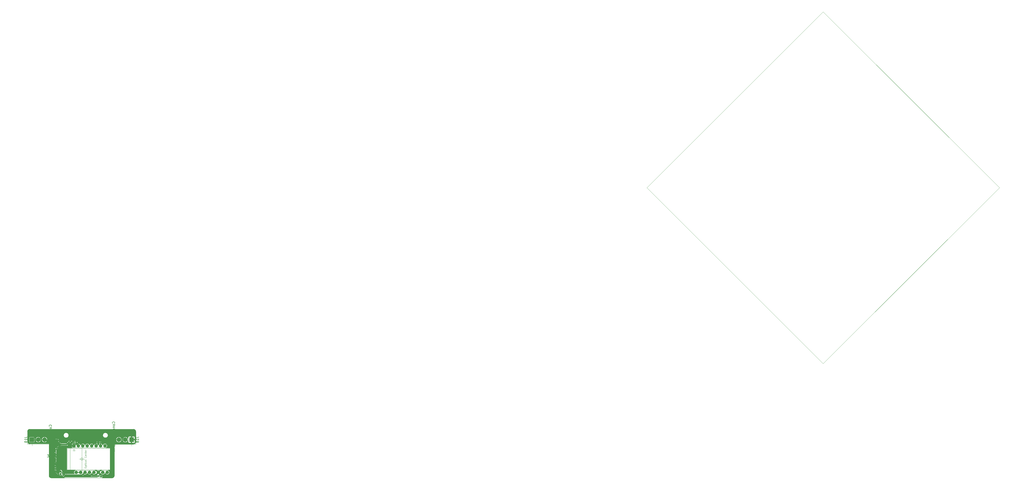
<source format=gbr>
G04 #@! TF.GenerationSoftware,KiCad,Pcbnew,9.0.2*
G04 #@! TF.CreationDate,2025-08-20T20:03:59-04:00*
G04 #@! TF.ProjectId,Trackball,54726163-6b62-4616-9c6c-2e6b69636164,rev?*
G04 #@! TF.SameCoordinates,Original*
G04 #@! TF.FileFunction,AssemblyDrawing,Bot*
%FSLAX46Y46*%
G04 Gerber Fmt 4.6, Leading zero omitted, Abs format (unit mm)*
G04 Created by KiCad (PCBNEW 9.0.2) date 2025-08-20 20:03:59*
%MOMM*%
%LPD*%
G01*
G04 APERTURE LIST*
G04 Aperture macros list*
%AMRoundRect*
0 Rectangle with rounded corners*
0 $1 Rounding radius*
0 $2 $3 $4 $5 $6 $7 $8 $9 X,Y pos of 4 corners*
0 Add a 4 corners polygon primitive as box body*
4,1,4,$2,$3,$4,$5,$6,$7,$8,$9,$2,$3,0*
0 Add four circle primitives for the rounded corners*
1,1,$1+$1,$2,$3*
1,1,$1+$1,$4,$5*
1,1,$1+$1,$6,$7*
1,1,$1+$1,$8,$9*
0 Add four rect primitives between the rounded corners*
20,1,$1+$1,$2,$3,$4,$5,0*
20,1,$1+$1,$4,$5,$6,$7,0*
20,1,$1+$1,$6,$7,$8,$9,0*
20,1,$1+$1,$8,$9,$2,$3,0*%
G04 Aperture macros list end*
%ADD10C,0.150000*%
%ADD11C,0.100000*%
G04 #@! TA.AperFunction,ComponentPad*
%ADD12C,1.700000*%
G04 #@! TD*
G04 #@! TA.AperFunction,ComponentPad*
%ADD13R,1.700000X1.700000*%
G04 #@! TD*
G04 #@! TA.AperFunction,ComponentPad*
%ADD14RoundRect,0.187500X-0.437500X-0.437500X0.437500X-0.437500X0.437500X0.437500X-0.437500X0.437500X0*%
G04 #@! TD*
G04 #@! TA.AperFunction,ComponentPad*
%ADD15O,1.250000X1.250000*%
G04 #@! TD*
G04 #@! TA.AperFunction,ViaPad*
%ADD16C,0.800000*%
G04 #@! TD*
G04 #@! TA.AperFunction,Conductor*
%ADD17C,0.500000*%
G04 #@! TD*
G04 #@! TA.AperFunction,Conductor*
%ADD18C,0.250000*%
G04 #@! TD*
%ADD19C,0.120000*%
%ADD20C,0.050000*%
G04 #@! TA.AperFunction,SMDPad,CuDef*
%ADD21RoundRect,0.140000X0.170000X-0.140000X0.170000X0.140000X-0.170000X0.140000X-0.170000X-0.140000X0*%
G04 #@! TD*
G04 #@! TA.AperFunction,SMDPad,CuDef*
%ADD22RoundRect,0.140000X-0.140000X-0.170000X0.140000X-0.170000X0.140000X0.170000X-0.140000X0.170000X0*%
G04 #@! TD*
G04 #@! TA.AperFunction,SMDPad,CuDef*
%ADD23RoundRect,0.140000X0.140000X0.170000X-0.140000X0.170000X-0.140000X-0.170000X0.140000X-0.170000X0*%
G04 #@! TD*
G04 #@! TA.AperFunction,SMDPad,CuDef*
%ADD24RoundRect,0.150000X-0.150000X0.512500X-0.150000X-0.512500X0.150000X-0.512500X0.150000X0.512500X0*%
G04 #@! TD*
G04 #@! TA.AperFunction,SMDPad,CuDef*
%ADD25RoundRect,0.200000X-0.200000X-0.275000X0.200000X-0.275000X0.200000X0.275000X-0.200000X0.275000X0*%
G04 #@! TD*
G04 #@! TA.AperFunction,SMDPad,CuDef*
%ADD26RoundRect,0.250000X0.250000X0.475000X-0.250000X0.475000X-0.250000X-0.475000X0.250000X-0.475000X0*%
G04 #@! TD*
%ADD27RoundRect,0.140000X0.170000X-0.140000X0.170000X0.140000X-0.170000X0.140000X-0.170000X-0.140000X0*%
%ADD28RoundRect,0.140000X-0.140000X-0.170000X0.140000X-0.170000X0.140000X0.170000X-0.140000X0.170000X0*%
%ADD29RoundRect,0.140000X0.140000X0.170000X-0.140000X0.170000X-0.140000X-0.170000X0.140000X-0.170000X0*%
%ADD30RoundRect,0.150000X-0.150000X0.512500X-0.150000X-0.512500X0.150000X-0.512500X0.150000X0.512500X0*%
%ADD31RoundRect,0.200000X-0.200000X-0.275000X0.200000X-0.275000X0.200000X0.275000X-0.200000X0.275000X0*%
%ADD32RoundRect,0.250000X0.250000X0.475000X-0.250000X0.475000X-0.250000X-0.475000X0.250000X-0.475000X0*%
%ADD33C,0.040000*%
%ADD34C,0.060000*%
%ADD35C,0.080000*%
G04 #@! TA.AperFunction,Profile*
%ADD36C,0.050000*%
G04 #@! TD*
G04 #@! TA.AperFunction,Profile*
%ADD37C,0.100000*%
G04 #@! TD*
G04 APERTURE END LIST*
D10*
X127829580Y-158790475D02*
X127877200Y-158742856D01*
X127877200Y-158742856D02*
X127924819Y-158599999D01*
X127924819Y-158599999D02*
X127924819Y-158504761D01*
X127924819Y-158504761D02*
X127877200Y-158361904D01*
X127877200Y-158361904D02*
X127781961Y-158266666D01*
X127781961Y-158266666D02*
X127686723Y-158219047D01*
X127686723Y-158219047D02*
X127496247Y-158171428D01*
X127496247Y-158171428D02*
X127353390Y-158171428D01*
X127353390Y-158171428D02*
X127162914Y-158219047D01*
X127162914Y-158219047D02*
X127067676Y-158266666D01*
X127067676Y-158266666D02*
X126972438Y-158361904D01*
X126972438Y-158361904D02*
X126924819Y-158504761D01*
X126924819Y-158504761D02*
X126924819Y-158599999D01*
X126924819Y-158599999D02*
X126972438Y-158742856D01*
X126972438Y-158742856D02*
X127020057Y-158790475D01*
X127924819Y-159361904D02*
X127877200Y-159266666D01*
X127877200Y-159266666D02*
X127829580Y-159219047D01*
X127829580Y-159219047D02*
X127734342Y-159171428D01*
X127734342Y-159171428D02*
X127448628Y-159171428D01*
X127448628Y-159171428D02*
X127353390Y-159219047D01*
X127353390Y-159219047D02*
X127305771Y-159266666D01*
X127305771Y-159266666D02*
X127258152Y-159361904D01*
X127258152Y-159361904D02*
X127258152Y-159504761D01*
X127258152Y-159504761D02*
X127305771Y-159599999D01*
X127305771Y-159599999D02*
X127353390Y-159647618D01*
X127353390Y-159647618D02*
X127448628Y-159695237D01*
X127448628Y-159695237D02*
X127734342Y-159695237D01*
X127734342Y-159695237D02*
X127829580Y-159647618D01*
X127829580Y-159647618D02*
X127877200Y-159599999D01*
X127877200Y-159599999D02*
X127924819Y-159504761D01*
X127924819Y-159504761D02*
X127924819Y-159361904D01*
X127258152Y-160123809D02*
X127924819Y-160123809D01*
X127353390Y-160123809D02*
X127305771Y-160171428D01*
X127305771Y-160171428D02*
X127258152Y-160266666D01*
X127258152Y-160266666D02*
X127258152Y-160409523D01*
X127258152Y-160409523D02*
X127305771Y-160504761D01*
X127305771Y-160504761D02*
X127401009Y-160552380D01*
X127401009Y-160552380D02*
X127924819Y-160552380D01*
X127258152Y-161028571D02*
X127924819Y-161028571D01*
X127353390Y-161028571D02*
X127305771Y-161076190D01*
X127305771Y-161076190D02*
X127258152Y-161171428D01*
X127258152Y-161171428D02*
X127258152Y-161314285D01*
X127258152Y-161314285D02*
X127305771Y-161409523D01*
X127305771Y-161409523D02*
X127401009Y-161457142D01*
X127401009Y-161457142D02*
X127924819Y-161457142D01*
X128020057Y-161695238D02*
X128020057Y-162457142D01*
X126924819Y-162885714D02*
X126924819Y-162980952D01*
X126924819Y-162980952D02*
X126972438Y-163076190D01*
X126972438Y-163076190D02*
X127020057Y-163123809D01*
X127020057Y-163123809D02*
X127115295Y-163171428D01*
X127115295Y-163171428D02*
X127305771Y-163219047D01*
X127305771Y-163219047D02*
X127543866Y-163219047D01*
X127543866Y-163219047D02*
X127734342Y-163171428D01*
X127734342Y-163171428D02*
X127829580Y-163123809D01*
X127829580Y-163123809D02*
X127877200Y-163076190D01*
X127877200Y-163076190D02*
X127924819Y-162980952D01*
X127924819Y-162980952D02*
X127924819Y-162885714D01*
X127924819Y-162885714D02*
X127877200Y-162790476D01*
X127877200Y-162790476D02*
X127829580Y-162742857D01*
X127829580Y-162742857D02*
X127734342Y-162695238D01*
X127734342Y-162695238D02*
X127543866Y-162647619D01*
X127543866Y-162647619D02*
X127305771Y-162647619D01*
X127305771Y-162647619D02*
X127115295Y-162695238D01*
X127115295Y-162695238D02*
X127020057Y-162742857D01*
X127020057Y-162742857D02*
X126972438Y-162790476D01*
X126972438Y-162790476D02*
X126924819Y-162885714D01*
X127924819Y-164171428D02*
X127924819Y-163600000D01*
X127924819Y-163885714D02*
X126924819Y-163885714D01*
X126924819Y-163885714D02*
X127067676Y-163790476D01*
X127067676Y-163790476D02*
X127162914Y-163695238D01*
X127162914Y-163695238D02*
X127210533Y-163600000D01*
X127924819Y-164504762D02*
X127258152Y-165028571D01*
X127258152Y-164504762D02*
X127924819Y-165028571D01*
X126924819Y-165600000D02*
X126924819Y-165695238D01*
X126924819Y-165695238D02*
X126972438Y-165790476D01*
X126972438Y-165790476D02*
X127020057Y-165838095D01*
X127020057Y-165838095D02*
X127115295Y-165885714D01*
X127115295Y-165885714D02*
X127305771Y-165933333D01*
X127305771Y-165933333D02*
X127543866Y-165933333D01*
X127543866Y-165933333D02*
X127734342Y-165885714D01*
X127734342Y-165885714D02*
X127829580Y-165838095D01*
X127829580Y-165838095D02*
X127877200Y-165790476D01*
X127877200Y-165790476D02*
X127924819Y-165695238D01*
X127924819Y-165695238D02*
X127924819Y-165600000D01*
X127924819Y-165600000D02*
X127877200Y-165504762D01*
X127877200Y-165504762D02*
X127829580Y-165457143D01*
X127829580Y-165457143D02*
X127734342Y-165409524D01*
X127734342Y-165409524D02*
X127543866Y-165361905D01*
X127543866Y-165361905D02*
X127305771Y-165361905D01*
X127305771Y-165361905D02*
X127115295Y-165409524D01*
X127115295Y-165409524D02*
X127020057Y-165457143D01*
X127020057Y-165457143D02*
X126972438Y-165504762D01*
X126972438Y-165504762D02*
X126924819Y-165600000D01*
X126924819Y-166266667D02*
X126924819Y-166885714D01*
X126924819Y-166885714D02*
X127305771Y-166552381D01*
X127305771Y-166552381D02*
X127305771Y-166695238D01*
X127305771Y-166695238D02*
X127353390Y-166790476D01*
X127353390Y-166790476D02*
X127401009Y-166838095D01*
X127401009Y-166838095D02*
X127496247Y-166885714D01*
X127496247Y-166885714D02*
X127734342Y-166885714D01*
X127734342Y-166885714D02*
X127829580Y-166838095D01*
X127829580Y-166838095D02*
X127877200Y-166790476D01*
X127877200Y-166790476D02*
X127924819Y-166695238D01*
X127924819Y-166695238D02*
X127924819Y-166409524D01*
X127924819Y-166409524D02*
X127877200Y-166314286D01*
X127877200Y-166314286D02*
X127829580Y-166266667D01*
X128020057Y-167076191D02*
X128020057Y-167838095D01*
X127924819Y-168076191D02*
X126924819Y-168076191D01*
X126924819Y-168076191D02*
X126924819Y-168457143D01*
X126924819Y-168457143D02*
X126972438Y-168552381D01*
X126972438Y-168552381D02*
X127020057Y-168600000D01*
X127020057Y-168600000D02*
X127115295Y-168647619D01*
X127115295Y-168647619D02*
X127258152Y-168647619D01*
X127258152Y-168647619D02*
X127353390Y-168600000D01*
X127353390Y-168600000D02*
X127401009Y-168552381D01*
X127401009Y-168552381D02*
X127448628Y-168457143D01*
X127448628Y-168457143D02*
X127448628Y-168076191D01*
X127924819Y-169076191D02*
X127258152Y-169076191D01*
X126924819Y-169076191D02*
X126972438Y-169028572D01*
X126972438Y-169028572D02*
X127020057Y-169076191D01*
X127020057Y-169076191D02*
X126972438Y-169123810D01*
X126972438Y-169123810D02*
X126924819Y-169076191D01*
X126924819Y-169076191D02*
X127020057Y-169076191D01*
X127258152Y-169552381D02*
X127924819Y-169552381D01*
X127353390Y-169552381D02*
X127305771Y-169600000D01*
X127305771Y-169600000D02*
X127258152Y-169695238D01*
X127258152Y-169695238D02*
X127258152Y-169838095D01*
X127258152Y-169838095D02*
X127305771Y-169933333D01*
X127305771Y-169933333D02*
X127401009Y-169980952D01*
X127401009Y-169980952D02*
X127924819Y-169980952D01*
X132919523Y-164804819D02*
X132919523Y-165519104D01*
X132919523Y-165519104D02*
X132967142Y-165661961D01*
X132967142Y-165661961D02*
X133062380Y-165757200D01*
X133062380Y-165757200D02*
X133205237Y-165804819D01*
X133205237Y-165804819D02*
X133300475Y-165804819D01*
X131919523Y-165804819D02*
X132490951Y-165804819D01*
X132205237Y-165804819D02*
X132205237Y-164804819D01*
X132205237Y-164804819D02*
X132300475Y-164947676D01*
X132300475Y-164947676D02*
X132395713Y-165042914D01*
X132395713Y-165042914D02*
X132490951Y-165090533D01*
X131348094Y-165233390D02*
X131443332Y-165185771D01*
X131443332Y-165185771D02*
X131490951Y-165138152D01*
X131490951Y-165138152D02*
X131538570Y-165042914D01*
X131538570Y-165042914D02*
X131538570Y-164995295D01*
X131538570Y-164995295D02*
X131490951Y-164900057D01*
X131490951Y-164900057D02*
X131443332Y-164852438D01*
X131443332Y-164852438D02*
X131348094Y-164804819D01*
X131348094Y-164804819D02*
X131157618Y-164804819D01*
X131157618Y-164804819D02*
X131062380Y-164852438D01*
X131062380Y-164852438D02*
X131014761Y-164900057D01*
X131014761Y-164900057D02*
X130967142Y-164995295D01*
X130967142Y-164995295D02*
X130967142Y-165042914D01*
X130967142Y-165042914D02*
X131014761Y-165138152D01*
X131014761Y-165138152D02*
X131062380Y-165185771D01*
X131062380Y-165185771D02*
X131157618Y-165233390D01*
X131157618Y-165233390D02*
X131348094Y-165233390D01*
X131348094Y-165233390D02*
X131443332Y-165281009D01*
X131443332Y-165281009D02*
X131490951Y-165328628D01*
X131490951Y-165328628D02*
X131538570Y-165423866D01*
X131538570Y-165423866D02*
X131538570Y-165614342D01*
X131538570Y-165614342D02*
X131490951Y-165709580D01*
X131490951Y-165709580D02*
X131443332Y-165757200D01*
X131443332Y-165757200D02*
X131348094Y-165804819D01*
X131348094Y-165804819D02*
X131157618Y-165804819D01*
X131157618Y-165804819D02*
X131062380Y-165757200D01*
X131062380Y-165757200D02*
X131014761Y-165709580D01*
X131014761Y-165709580D02*
X130967142Y-165614342D01*
X130967142Y-165614342D02*
X130967142Y-165423866D01*
X130967142Y-165423866D02*
X131014761Y-165328628D01*
X131014761Y-165328628D02*
X131062380Y-165281009D01*
X131062380Y-165281009D02*
X131157618Y-165233390D01*
X102469580Y-160040475D02*
X102517200Y-159992856D01*
X102517200Y-159992856D02*
X102564819Y-159849999D01*
X102564819Y-159849999D02*
X102564819Y-159754761D01*
X102564819Y-159754761D02*
X102517200Y-159611904D01*
X102517200Y-159611904D02*
X102421961Y-159516666D01*
X102421961Y-159516666D02*
X102326723Y-159469047D01*
X102326723Y-159469047D02*
X102136247Y-159421428D01*
X102136247Y-159421428D02*
X101993390Y-159421428D01*
X101993390Y-159421428D02*
X101802914Y-159469047D01*
X101802914Y-159469047D02*
X101707676Y-159516666D01*
X101707676Y-159516666D02*
X101612438Y-159611904D01*
X101612438Y-159611904D02*
X101564819Y-159754761D01*
X101564819Y-159754761D02*
X101564819Y-159849999D01*
X101564819Y-159849999D02*
X101612438Y-159992856D01*
X101612438Y-159992856D02*
X101660057Y-160040475D01*
X102564819Y-160611904D02*
X102517200Y-160516666D01*
X102517200Y-160516666D02*
X102469580Y-160469047D01*
X102469580Y-160469047D02*
X102374342Y-160421428D01*
X102374342Y-160421428D02*
X102088628Y-160421428D01*
X102088628Y-160421428D02*
X101993390Y-160469047D01*
X101993390Y-160469047D02*
X101945771Y-160516666D01*
X101945771Y-160516666D02*
X101898152Y-160611904D01*
X101898152Y-160611904D02*
X101898152Y-160754761D01*
X101898152Y-160754761D02*
X101945771Y-160849999D01*
X101945771Y-160849999D02*
X101993390Y-160897618D01*
X101993390Y-160897618D02*
X102088628Y-160945237D01*
X102088628Y-160945237D02*
X102374342Y-160945237D01*
X102374342Y-160945237D02*
X102469580Y-160897618D01*
X102469580Y-160897618D02*
X102517200Y-160849999D01*
X102517200Y-160849999D02*
X102564819Y-160754761D01*
X102564819Y-160754761D02*
X102564819Y-160611904D01*
X101898152Y-161373809D02*
X102564819Y-161373809D01*
X101993390Y-161373809D02*
X101945771Y-161421428D01*
X101945771Y-161421428D02*
X101898152Y-161516666D01*
X101898152Y-161516666D02*
X101898152Y-161659523D01*
X101898152Y-161659523D02*
X101945771Y-161754761D01*
X101945771Y-161754761D02*
X102041009Y-161802380D01*
X102041009Y-161802380D02*
X102564819Y-161802380D01*
X101898152Y-162278571D02*
X102564819Y-162278571D01*
X101993390Y-162278571D02*
X101945771Y-162326190D01*
X101945771Y-162326190D02*
X101898152Y-162421428D01*
X101898152Y-162421428D02*
X101898152Y-162564285D01*
X101898152Y-162564285D02*
X101945771Y-162659523D01*
X101945771Y-162659523D02*
X102041009Y-162707142D01*
X102041009Y-162707142D02*
X102564819Y-162707142D01*
X102660057Y-162945238D02*
X102660057Y-163707142D01*
X101564819Y-164135714D02*
X101564819Y-164230952D01*
X101564819Y-164230952D02*
X101612438Y-164326190D01*
X101612438Y-164326190D02*
X101660057Y-164373809D01*
X101660057Y-164373809D02*
X101755295Y-164421428D01*
X101755295Y-164421428D02*
X101945771Y-164469047D01*
X101945771Y-164469047D02*
X102183866Y-164469047D01*
X102183866Y-164469047D02*
X102374342Y-164421428D01*
X102374342Y-164421428D02*
X102469580Y-164373809D01*
X102469580Y-164373809D02*
X102517200Y-164326190D01*
X102517200Y-164326190D02*
X102564819Y-164230952D01*
X102564819Y-164230952D02*
X102564819Y-164135714D01*
X102564819Y-164135714D02*
X102517200Y-164040476D01*
X102517200Y-164040476D02*
X102469580Y-163992857D01*
X102469580Y-163992857D02*
X102374342Y-163945238D01*
X102374342Y-163945238D02*
X102183866Y-163897619D01*
X102183866Y-163897619D02*
X101945771Y-163897619D01*
X101945771Y-163897619D02*
X101755295Y-163945238D01*
X101755295Y-163945238D02*
X101660057Y-163992857D01*
X101660057Y-163992857D02*
X101612438Y-164040476D01*
X101612438Y-164040476D02*
X101564819Y-164135714D01*
X102564819Y-165421428D02*
X102564819Y-164850000D01*
X102564819Y-165135714D02*
X101564819Y-165135714D01*
X101564819Y-165135714D02*
X101707676Y-165040476D01*
X101707676Y-165040476D02*
X101802914Y-164945238D01*
X101802914Y-164945238D02*
X101850533Y-164850000D01*
X102564819Y-165754762D02*
X101898152Y-166278571D01*
X101898152Y-165754762D02*
X102564819Y-166278571D01*
X101564819Y-166850000D02*
X101564819Y-166945238D01*
X101564819Y-166945238D02*
X101612438Y-167040476D01*
X101612438Y-167040476D02*
X101660057Y-167088095D01*
X101660057Y-167088095D02*
X101755295Y-167135714D01*
X101755295Y-167135714D02*
X101945771Y-167183333D01*
X101945771Y-167183333D02*
X102183866Y-167183333D01*
X102183866Y-167183333D02*
X102374342Y-167135714D01*
X102374342Y-167135714D02*
X102469580Y-167088095D01*
X102469580Y-167088095D02*
X102517200Y-167040476D01*
X102517200Y-167040476D02*
X102564819Y-166945238D01*
X102564819Y-166945238D02*
X102564819Y-166850000D01*
X102564819Y-166850000D02*
X102517200Y-166754762D01*
X102517200Y-166754762D02*
X102469580Y-166707143D01*
X102469580Y-166707143D02*
X102374342Y-166659524D01*
X102374342Y-166659524D02*
X102183866Y-166611905D01*
X102183866Y-166611905D02*
X101945771Y-166611905D01*
X101945771Y-166611905D02*
X101755295Y-166659524D01*
X101755295Y-166659524D02*
X101660057Y-166707143D01*
X101660057Y-166707143D02*
X101612438Y-166754762D01*
X101612438Y-166754762D02*
X101564819Y-166850000D01*
X101564819Y-167516667D02*
X101564819Y-168135714D01*
X101564819Y-168135714D02*
X101945771Y-167802381D01*
X101945771Y-167802381D02*
X101945771Y-167945238D01*
X101945771Y-167945238D02*
X101993390Y-168040476D01*
X101993390Y-168040476D02*
X102041009Y-168088095D01*
X102041009Y-168088095D02*
X102136247Y-168135714D01*
X102136247Y-168135714D02*
X102374342Y-168135714D01*
X102374342Y-168135714D02*
X102469580Y-168088095D01*
X102469580Y-168088095D02*
X102517200Y-168040476D01*
X102517200Y-168040476D02*
X102564819Y-167945238D01*
X102564819Y-167945238D02*
X102564819Y-167659524D01*
X102564819Y-167659524D02*
X102517200Y-167564286D01*
X102517200Y-167564286D02*
X102469580Y-167516667D01*
X102660057Y-168326191D02*
X102660057Y-169088095D01*
X102564819Y-169326191D02*
X101564819Y-169326191D01*
X101564819Y-169326191D02*
X101564819Y-169707143D01*
X101564819Y-169707143D02*
X101612438Y-169802381D01*
X101612438Y-169802381D02*
X101660057Y-169850000D01*
X101660057Y-169850000D02*
X101755295Y-169897619D01*
X101755295Y-169897619D02*
X101898152Y-169897619D01*
X101898152Y-169897619D02*
X101993390Y-169850000D01*
X101993390Y-169850000D02*
X102041009Y-169802381D01*
X102041009Y-169802381D02*
X102088628Y-169707143D01*
X102088628Y-169707143D02*
X102088628Y-169326191D01*
X102564819Y-170326191D02*
X101898152Y-170326191D01*
X101564819Y-170326191D02*
X101612438Y-170278572D01*
X101612438Y-170278572D02*
X101660057Y-170326191D01*
X101660057Y-170326191D02*
X101612438Y-170373810D01*
X101612438Y-170373810D02*
X101564819Y-170326191D01*
X101564819Y-170326191D02*
X101660057Y-170326191D01*
X101898152Y-170802381D02*
X102564819Y-170802381D01*
X101993390Y-170802381D02*
X101945771Y-170850000D01*
X101945771Y-170850000D02*
X101898152Y-170945238D01*
X101898152Y-170945238D02*
X101898152Y-171088095D01*
X101898152Y-171088095D02*
X101945771Y-171183333D01*
X101945771Y-171183333D02*
X102041009Y-171230952D01*
X102041009Y-171230952D02*
X102564819Y-171230952D01*
X97999523Y-164804819D02*
X97999523Y-165519104D01*
X97999523Y-165519104D02*
X98047142Y-165661961D01*
X98047142Y-165661961D02*
X98142380Y-165757200D01*
X98142380Y-165757200D02*
X98285237Y-165804819D01*
X98285237Y-165804819D02*
X98380475Y-165804819D01*
X96999523Y-165804819D02*
X97570951Y-165804819D01*
X97285237Y-165804819D02*
X97285237Y-164804819D01*
X97285237Y-164804819D02*
X97380475Y-164947676D01*
X97380475Y-164947676D02*
X97475713Y-165042914D01*
X97475713Y-165042914D02*
X97570951Y-165090533D01*
X96523332Y-165804819D02*
X96332856Y-165804819D01*
X96332856Y-165804819D02*
X96237618Y-165757200D01*
X96237618Y-165757200D02*
X96189999Y-165709580D01*
X96189999Y-165709580D02*
X96094761Y-165566723D01*
X96094761Y-165566723D02*
X96047142Y-165376247D01*
X96047142Y-165376247D02*
X96047142Y-164995295D01*
X96047142Y-164995295D02*
X96094761Y-164900057D01*
X96094761Y-164900057D02*
X96142380Y-164852438D01*
X96142380Y-164852438D02*
X96237618Y-164804819D01*
X96237618Y-164804819D02*
X96428094Y-164804819D01*
X96428094Y-164804819D02*
X96523332Y-164852438D01*
X96523332Y-164852438D02*
X96570951Y-164900057D01*
X96570951Y-164900057D02*
X96618570Y-164995295D01*
X96618570Y-164995295D02*
X96618570Y-165233390D01*
X96618570Y-165233390D02*
X96570951Y-165328628D01*
X96570951Y-165328628D02*
X96523332Y-165376247D01*
X96523332Y-165376247D02*
X96428094Y-165423866D01*
X96428094Y-165423866D02*
X96237618Y-165423866D01*
X96237618Y-165423866D02*
X96142380Y-165376247D01*
X96142380Y-165376247D02*
X96094761Y-165328628D01*
X96094761Y-165328628D02*
X96047142Y-165233390D01*
D11*
X135920000Y-165985000D02*
X135920000Y-164080000D01*
X135920000Y-164080000D02*
X128300000Y-164080000D01*
X135285000Y-166620000D02*
X135920000Y-165985000D01*
X128300000Y-166620000D02*
X135285000Y-166620000D01*
X128300000Y-164080000D02*
X128300000Y-166620000D01*
X110012000Y-168100000D02*
X110012000Y-168600000D01*
X110012000Y-168100000D02*
X110350000Y-168100000D01*
X110012000Y-177700000D02*
X110012000Y-178200000D01*
X110012000Y-178200000D02*
X110550000Y-178200000D01*
X110350000Y-168100000D02*
X110550000Y-168300000D01*
X110550000Y-168600000D02*
X110550000Y-168300000D01*
X110550000Y-177700000D02*
X110550000Y-178200000D01*
X125962000Y-168100000D02*
X125962000Y-168600000D01*
X125962000Y-168100000D02*
X126250000Y-168100000D01*
X125962000Y-169450000D02*
X126250000Y-169450000D01*
X125962000Y-176850000D02*
X126250000Y-176850000D01*
X125962000Y-178200000D02*
X125962000Y-177700000D01*
X125962000Y-178200000D02*
X126250000Y-178200000D01*
X126250000Y-168100000D02*
X126250000Y-169450000D01*
X126250000Y-178200000D02*
X126250000Y-176850000D01*
X125962000Y-168600000D02*
X110012000Y-168600000D01*
X110012000Y-177700000D01*
X125962000Y-177700000D01*
X125962000Y-168600000D01*
X111932000Y-169850000D02*
X111132000Y-169850000D01*
X111532000Y-169050000D01*
X111932000Y-169850000D01*
X93380000Y-164715000D02*
X93380000Y-166620000D01*
X93380000Y-166620000D02*
X101000000Y-166620000D01*
X94015000Y-164080000D02*
X93380000Y-164715000D01*
X101000000Y-164080000D02*
X94015000Y-164080000D01*
X101000000Y-166620000D02*
X101000000Y-164080000D01*
D12*
X129570000Y-165350000D03*
X132110000Y-165350000D03*
D13*
X134650000Y-165350000D03*
D14*
X111532000Y-167800000D03*
D15*
X113312000Y-167800000D03*
X115092000Y-167800000D03*
X116872000Y-167800000D03*
X118652000Y-167800000D03*
X120432000Y-167800000D03*
X122212000Y-167800000D03*
X123992000Y-167800000D03*
X124882000Y-178500000D03*
X123102000Y-178500000D03*
X121322000Y-178500000D03*
X119542000Y-178500000D03*
X117762000Y-178500000D03*
X115982000Y-178500000D03*
X114202000Y-178500000D03*
X112422000Y-178500000D03*
D13*
X94650000Y-165350000D03*
D12*
X97190000Y-165350000D03*
X99730000Y-165350000D03*
D16*
X109650000Y-178600000D03*
X102400000Y-164899000D03*
X126900000Y-179850000D03*
X107650000Y-173100000D03*
X134650000Y-162600000D03*
X115900000Y-162600000D03*
X126900000Y-174600000D03*
X94400000Y-162600000D03*
X102650000Y-179600000D03*
X104972000Y-169720437D03*
X115900000Y-166350000D03*
X106900000Y-168600000D03*
X126900000Y-171350000D03*
X125900000Y-162600000D03*
X103900000Y-162600000D03*
X122399047Y-180200000D03*
X106145495Y-179112508D03*
X106162653Y-178112653D03*
D17*
X106900000Y-168600000D02*
X106092437Y-168600000D01*
X106092437Y-168600000D02*
X104972000Y-169720437D01*
X102400000Y-164899000D02*
X102400000Y-169600000D01*
D18*
X122399047Y-180200000D02*
X123182000Y-180200000D01*
X123182000Y-180200000D02*
X124882000Y-178500000D01*
X118140000Y-179902000D02*
X119542000Y-178500000D01*
X106158003Y-179100000D02*
X106158003Y-179358003D01*
X106702000Y-179902000D02*
X118140000Y-179902000D01*
X106158003Y-179358003D02*
X106702000Y-179902000D01*
X106145495Y-179112508D02*
X106158003Y-179100000D01*
X116811000Y-179451000D02*
X107501000Y-179451000D01*
X106446215Y-178386508D02*
X106436508Y-178386508D01*
X107501000Y-179451000D02*
X106871495Y-178821495D01*
X117762000Y-178500000D02*
X116811000Y-179451000D01*
X106436508Y-178386508D02*
X106162653Y-178112653D01*
X106871495Y-178811788D02*
X106446215Y-178386508D01*
X106871495Y-178821495D02*
X106871495Y-178811788D01*
X106359267Y-180353000D02*
X104150000Y-178143733D01*
X122273000Y-178877000D02*
X122273000Y-178893918D01*
X122273000Y-178893918D02*
X121715918Y-179451000D01*
X120797000Y-180353000D02*
X106359267Y-180353000D01*
X121699000Y-179451000D02*
X120797000Y-180353000D01*
X104150000Y-169350000D02*
X105700000Y-167800000D01*
X123102000Y-178500000D02*
X122650000Y-178500000D01*
X121715918Y-179451000D02*
X121699000Y-179451000D01*
X104150000Y-178143733D02*
X104150000Y-169350000D01*
X105700000Y-167800000D02*
X111532000Y-167800000D01*
X122650000Y-178500000D02*
X122273000Y-178877000D01*
X129570000Y-165350000D02*
X126442000Y-165350000D01*
X126442000Y-165350000D02*
X123992000Y-167800000D01*
X97190000Y-165350000D02*
X98366000Y-164174000D01*
X98366000Y-164174000D02*
X103774000Y-164174000D01*
X112350000Y-166700000D02*
X113312000Y-167662000D01*
X113312000Y-167662000D02*
X113312000Y-167800000D01*
X103774000Y-164174000D02*
X106300000Y-166700000D01*
X106300000Y-166700000D02*
X112350000Y-166700000D01*
X106437810Y-166200000D02*
X113492000Y-166200000D01*
X96277000Y-163723000D02*
X103960810Y-163723000D01*
X113492000Y-166200000D02*
X115092000Y-167800000D01*
X94650000Y-165350000D02*
X96277000Y-163723000D01*
X103960810Y-163723000D02*
X106437810Y-166200000D01*
X112422000Y-178500000D02*
X114202000Y-178500000D01*
X124550000Y-166550000D02*
X119902000Y-166550000D01*
X130934000Y-164174000D02*
X126926000Y-164174000D01*
X126926000Y-164174000D02*
X124550000Y-166550000D01*
X119902000Y-166550000D02*
X118652000Y-167800000D01*
X132110000Y-165350000D02*
X130934000Y-164174000D01*
G04 #@! TA.AperFunction,Conductor*
G36*
X135405394Y-161125971D02*
G01*
X135558410Y-161139359D01*
X135579695Y-161143111D01*
X135722826Y-161181463D01*
X135743123Y-161188851D01*
X135877430Y-161251479D01*
X135896133Y-161262278D01*
X136017514Y-161347271D01*
X136034071Y-161361164D01*
X136138835Y-161465928D01*
X136152728Y-161482485D01*
X136237721Y-161603866D01*
X136248522Y-161622573D01*
X136311146Y-161756870D01*
X136318536Y-161777175D01*
X136356887Y-161920303D01*
X136360640Y-161941590D01*
X136374017Y-162094490D01*
X136374489Y-162105512D01*
X136367438Y-166165934D01*
X136367438Y-166165975D01*
X136367399Y-166184598D01*
X136367393Y-166184608D01*
X136367393Y-166187734D01*
X136367379Y-166187778D01*
X136366921Y-166198285D01*
X136353534Y-166351305D01*
X136349781Y-166372591D01*
X136311432Y-166515716D01*
X136304039Y-166536027D01*
X136241424Y-166670307D01*
X136230617Y-166689027D01*
X136145625Y-166810407D01*
X136131731Y-166826964D01*
X136026964Y-166931731D01*
X136010407Y-166945625D01*
X135889027Y-167030617D01*
X135870307Y-167041424D01*
X135736027Y-167104039D01*
X135715716Y-167111432D01*
X135572591Y-167149781D01*
X135551305Y-167153534D01*
X135402703Y-167166534D01*
X135402692Y-167166535D01*
X135392893Y-167167393D01*
X135384608Y-167167393D01*
X135381008Y-167170008D01*
X135362700Y-167172940D01*
X135357295Y-167172250D01*
X135343095Y-167174500D01*
X127799204Y-167174500D01*
X127789454Y-167174494D01*
X127789453Y-167174494D01*
X127789435Y-167174501D01*
X127783146Y-167180789D01*
X127783122Y-167180814D01*
X127781150Y-167182787D01*
X127774507Y-167189423D01*
X127774506Y-167189431D01*
X127774500Y-167189438D01*
X127774500Y-167200726D01*
X127773655Y-168564859D01*
X127766719Y-179763575D01*
X127766717Y-179764170D01*
X127766613Y-179783203D01*
X127766589Y-179783238D01*
X127766596Y-179786481D01*
X127766593Y-179787044D01*
X127766550Y-179787187D01*
X127766146Y-179796919D01*
X127753061Y-179950195D01*
X127749344Y-179971519D01*
X127711209Y-180114908D01*
X127703842Y-180135260D01*
X127641352Y-180269839D01*
X127630557Y-180288601D01*
X127545616Y-180410263D01*
X127531724Y-180426861D01*
X127426919Y-180531902D01*
X127410351Y-180545832D01*
X127288879Y-180631046D01*
X127270144Y-180641881D01*
X127259895Y-180646669D01*
X127135709Y-180704672D01*
X127115374Y-180712084D01*
X126972061Y-180750544D01*
X126950744Y-180754309D01*
X126797747Y-180767714D01*
X126786972Y-180768187D01*
X126784406Y-180768187D01*
X126784358Y-180768188D01*
X126783823Y-180768188D01*
X126783822Y-180768188D01*
X126776969Y-180768189D01*
X123258798Y-180768783D01*
X123191755Y-180749110D01*
X123145991Y-180696313D01*
X123136036Y-180627157D01*
X123165050Y-180563596D01*
X123223822Y-180525812D01*
X123226597Y-180525032D01*
X123307639Y-180503318D01*
X123381862Y-180460465D01*
X124517564Y-179324761D01*
X124578885Y-179291278D01*
X124635047Y-179293539D01*
X124635237Y-179292588D01*
X124800692Y-179325500D01*
X124800695Y-179325500D01*
X124963307Y-179325500D01*
X125077770Y-179302731D01*
X125122789Y-179293776D01*
X125225726Y-179251138D01*
X125273019Y-179231549D01*
X125273023Y-179231547D01*
X125368990Y-179167424D01*
X125408225Y-179141208D01*
X125523208Y-179026225D01*
X125613548Y-178891021D01*
X125675776Y-178740789D01*
X125695461Y-178641830D01*
X125707500Y-178581307D01*
X125707500Y-178418692D01*
X125675777Y-178259216D01*
X125675776Y-178259215D01*
X125675776Y-178259211D01*
X125675774Y-178259206D01*
X125613549Y-178108980D01*
X125613547Y-178108976D01*
X125523211Y-177973779D01*
X125523205Y-177973771D01*
X125408228Y-177858794D01*
X125408220Y-177858788D01*
X125273024Y-177768453D01*
X125262420Y-177764061D01*
X125208017Y-177720219D01*
X125185953Y-177653925D01*
X125203233Y-177586226D01*
X125254370Y-177538616D01*
X125309874Y-177525500D01*
X125962562Y-177525500D01*
X125977500Y-177510562D01*
X125977500Y-168789438D01*
X125962562Y-168774500D01*
X124419874Y-168774500D01*
X124352835Y-168754815D01*
X124307080Y-168702011D01*
X124297136Y-168632853D01*
X124326161Y-168569297D01*
X124372420Y-168535939D01*
X124383021Y-168531548D01*
X124518225Y-168441208D01*
X124633208Y-168326225D01*
X124695084Y-168233621D01*
X124723547Y-168191023D01*
X124723549Y-168191019D01*
X124785774Y-168040793D01*
X124785776Y-168040789D01*
X124817500Y-167881305D01*
X124817500Y-167718695D01*
X124817500Y-167718692D01*
X124784588Y-167553237D01*
X124785732Y-167553009D01*
X124785155Y-167489390D01*
X124816761Y-167435564D01*
X126540508Y-165711819D01*
X126601831Y-165678334D01*
X126628189Y-165675500D01*
X128484919Y-165675500D01*
X128551958Y-165695185D01*
X128597713Y-165747989D01*
X128599480Y-165752047D01*
X128639057Y-165847596D01*
X128754024Y-166019657D01*
X128900342Y-166165975D01*
X128900345Y-166165977D01*
X129072402Y-166280941D01*
X129263580Y-166360130D01*
X129408052Y-166388867D01*
X129466530Y-166400499D01*
X129466534Y-166400500D01*
X129466535Y-166400500D01*
X129673466Y-166400500D01*
X129673467Y-166400499D01*
X129876420Y-166360130D01*
X130067598Y-166280941D01*
X130239655Y-166165977D01*
X130385977Y-166019655D01*
X130500941Y-165847598D01*
X130580130Y-165656420D01*
X130620500Y-165453465D01*
X130620500Y-165246535D01*
X130580130Y-165043580D01*
X130500941Y-164852402D01*
X130500940Y-164852400D01*
X130500940Y-164852399D01*
X130394026Y-164692390D01*
X130373148Y-164625713D01*
X130391633Y-164558333D01*
X130443612Y-164511643D01*
X130497128Y-164499500D01*
X130747811Y-164499500D01*
X130814850Y-164519185D01*
X130835492Y-164535819D01*
X131112568Y-164812895D01*
X131146053Y-164874218D01*
X131141069Y-164943910D01*
X131139448Y-164948028D01*
X131099871Y-165043575D01*
X131099868Y-165043587D01*
X131059500Y-165246530D01*
X131059500Y-165453469D01*
X131099868Y-165656412D01*
X131099870Y-165656420D01*
X131165939Y-165815925D01*
X131179059Y-165847598D01*
X131197034Y-165874500D01*
X131294024Y-166019657D01*
X131440342Y-166165975D01*
X131440345Y-166165977D01*
X131612402Y-166280941D01*
X131803580Y-166360130D01*
X131948052Y-166388867D01*
X132006530Y-166400499D01*
X132006534Y-166400500D01*
X132006535Y-166400500D01*
X132213466Y-166400500D01*
X132213467Y-166400499D01*
X132416420Y-166360130D01*
X132607598Y-166280941D01*
X132779655Y-166165977D01*
X132925977Y-166019655D01*
X133040941Y-165847598D01*
X133061439Y-165798112D01*
X133105279Y-165743708D01*
X133171573Y-165721643D01*
X133239273Y-165738922D01*
X133286884Y-165790059D01*
X133300000Y-165845564D01*
X133300000Y-166247844D01*
X133306401Y-166307372D01*
X133306403Y-166307379D01*
X133356645Y-166442086D01*
X133356649Y-166442093D01*
X133442809Y-166557187D01*
X133442812Y-166557190D01*
X133557906Y-166643350D01*
X133557913Y-166643354D01*
X133692620Y-166693596D01*
X133692627Y-166693598D01*
X133752155Y-166699999D01*
X133752172Y-166700000D01*
X134400000Y-166700000D01*
X134400000Y-165783012D01*
X134457007Y-165815925D01*
X134584174Y-165850000D01*
X134715826Y-165850000D01*
X134842993Y-165815925D01*
X134900000Y-165783012D01*
X134900000Y-166700000D01*
X135547828Y-166700000D01*
X135547844Y-166699999D01*
X135607372Y-166693598D01*
X135607379Y-166693596D01*
X135742086Y-166643354D01*
X135742093Y-166643350D01*
X135857187Y-166557190D01*
X135857190Y-166557187D01*
X135943350Y-166442093D01*
X135943354Y-166442086D01*
X135993596Y-166307379D01*
X135993598Y-166307372D01*
X135999999Y-166247844D01*
X136000000Y-166247827D01*
X136000000Y-165600000D01*
X135083012Y-165600000D01*
X135115925Y-165542993D01*
X135150000Y-165415826D01*
X135150000Y-165284174D01*
X135115925Y-165157007D01*
X135083012Y-165100000D01*
X136000000Y-165100000D01*
X136000000Y-164452172D01*
X135999999Y-164452155D01*
X135993598Y-164392627D01*
X135993596Y-164392620D01*
X135943354Y-164257913D01*
X135943350Y-164257906D01*
X135857190Y-164142812D01*
X135857187Y-164142809D01*
X135742093Y-164056649D01*
X135742086Y-164056645D01*
X135607379Y-164006403D01*
X135607372Y-164006401D01*
X135547844Y-164000000D01*
X134900000Y-164000000D01*
X134900000Y-164916988D01*
X134842993Y-164884075D01*
X134715826Y-164850000D01*
X134584174Y-164850000D01*
X134457007Y-164884075D01*
X134400000Y-164916988D01*
X134400000Y-164000000D01*
X133752155Y-164000000D01*
X133692627Y-164006401D01*
X133692620Y-164006403D01*
X133557913Y-164056645D01*
X133557906Y-164056649D01*
X133442812Y-164142809D01*
X133442809Y-164142812D01*
X133356649Y-164257906D01*
X133356645Y-164257913D01*
X133306403Y-164392620D01*
X133306401Y-164392627D01*
X133300000Y-164452155D01*
X133300000Y-164854435D01*
X133280315Y-164921474D01*
X133227511Y-164967229D01*
X133158353Y-164977173D01*
X133094797Y-164948148D01*
X133061439Y-164901888D01*
X133051776Y-164878560D01*
X133040941Y-164852402D01*
X132925977Y-164680345D01*
X132925975Y-164680342D01*
X132779657Y-164534024D01*
X132611655Y-164421770D01*
X132607598Y-164419059D01*
X132588516Y-164411155D01*
X132416420Y-164339870D01*
X132416412Y-164339868D01*
X132213469Y-164299500D01*
X132213465Y-164299500D01*
X132006535Y-164299500D01*
X132006530Y-164299500D01*
X131803587Y-164339868D01*
X131803575Y-164339871D01*
X131708028Y-164379448D01*
X131638559Y-164386917D01*
X131576080Y-164355641D01*
X131572895Y-164352568D01*
X131133864Y-163913537D01*
X131133862Y-163913535D01*
X131080770Y-163882882D01*
X131059640Y-163870682D01*
X131018246Y-163859591D01*
X130976853Y-163848500D01*
X126883147Y-163848500D01*
X126800362Y-163870682D01*
X126800359Y-163870683D01*
X126779231Y-163882882D01*
X126752684Y-163898208D01*
X126726139Y-163913534D01*
X126726136Y-163913536D01*
X124451492Y-166188181D01*
X124390169Y-166221666D01*
X124363811Y-166224500D01*
X119859147Y-166224500D01*
X119776359Y-166246682D01*
X119702138Y-166289535D01*
X119702135Y-166289537D01*
X119016436Y-166975235D01*
X118955113Y-167008720D01*
X118898951Y-167006465D01*
X118898763Y-167007412D01*
X118733307Y-166974500D01*
X118733305Y-166974500D01*
X118570695Y-166974500D01*
X118570693Y-166974500D01*
X118411216Y-167006222D01*
X118411206Y-167006225D01*
X118260980Y-167068450D01*
X118260976Y-167068452D01*
X118125779Y-167158788D01*
X118125771Y-167158794D01*
X118010794Y-167273771D01*
X118010788Y-167273779D01*
X117920452Y-167408976D01*
X117876561Y-167514941D01*
X117832720Y-167569344D01*
X117766426Y-167591409D01*
X117698727Y-167574130D01*
X117651116Y-167522993D01*
X117647439Y-167514941D01*
X117603547Y-167408976D01*
X117513211Y-167273779D01*
X117513205Y-167273771D01*
X117398228Y-167158794D01*
X117398220Y-167158788D01*
X117263023Y-167068452D01*
X117263019Y-167068450D01*
X117112793Y-167006225D01*
X117112783Y-167006222D01*
X116953307Y-166974500D01*
X116953305Y-166974500D01*
X116790695Y-166974500D01*
X116790693Y-166974500D01*
X116631216Y-167006222D01*
X116631206Y-167006225D01*
X116480980Y-167068450D01*
X116480976Y-167068452D01*
X116345779Y-167158788D01*
X116345771Y-167158794D01*
X116230794Y-167273771D01*
X116230788Y-167273779D01*
X116140452Y-167408976D01*
X116096561Y-167514941D01*
X116052720Y-167569344D01*
X115986426Y-167591409D01*
X115918727Y-167574130D01*
X115871116Y-167522993D01*
X115867439Y-167514941D01*
X115823547Y-167408976D01*
X115733211Y-167273779D01*
X115733205Y-167273771D01*
X115618228Y-167158794D01*
X115618220Y-167158788D01*
X115483023Y-167068452D01*
X115483019Y-167068450D01*
X115332793Y-167006225D01*
X115332783Y-167006222D01*
X115173307Y-166974500D01*
X115173305Y-166974500D01*
X115010695Y-166974500D01*
X115010693Y-166974500D01*
X114845237Y-167007412D01*
X114845011Y-167006276D01*
X114781346Y-167006831D01*
X114727561Y-166975235D01*
X114211652Y-166459326D01*
X113691862Y-165939535D01*
X113654750Y-165918108D01*
X113617640Y-165896682D01*
X113576246Y-165885591D01*
X113534853Y-165874500D01*
X113534852Y-165874500D01*
X106623999Y-165874500D01*
X106556960Y-165854815D01*
X106536318Y-165838181D01*
X104197129Y-163498992D01*
X107374500Y-163498992D01*
X107374500Y-163701007D01*
X107413907Y-163899119D01*
X107413909Y-163899127D01*
X107491212Y-164085752D01*
X107491217Y-164085762D01*
X107603441Y-164253718D01*
X107746281Y-164396558D01*
X107914237Y-164508782D01*
X107914241Y-164508784D01*
X107914244Y-164508786D01*
X108100873Y-164586091D01*
X108298992Y-164625499D01*
X108298996Y-164625500D01*
X108298997Y-164625500D01*
X108501004Y-164625500D01*
X108501005Y-164625499D01*
X108699127Y-164586091D01*
X108885756Y-164508786D01*
X109053718Y-164396558D01*
X109196558Y-164253718D01*
X109308786Y-164085756D01*
X109386091Y-163899127D01*
X109425500Y-163701003D01*
X109425500Y-163498997D01*
X109425499Y-163498992D01*
X123124500Y-163498992D01*
X123124500Y-163701007D01*
X123163907Y-163899119D01*
X123163909Y-163899127D01*
X123241212Y-164085752D01*
X123241217Y-164085762D01*
X123353441Y-164253718D01*
X123496281Y-164396558D01*
X123664237Y-164508782D01*
X123664241Y-164508784D01*
X123664244Y-164508786D01*
X123850873Y-164586091D01*
X124048992Y-164625499D01*
X124048996Y-164625500D01*
X124048997Y-164625500D01*
X124251004Y-164625500D01*
X124251005Y-164625499D01*
X124449127Y-164586091D01*
X124635756Y-164508786D01*
X124803718Y-164396558D01*
X124946558Y-164253718D01*
X125058786Y-164085756D01*
X125136091Y-163899127D01*
X125175500Y-163701003D01*
X125175500Y-163498997D01*
X125136091Y-163300873D01*
X125058786Y-163114244D01*
X125058784Y-163114241D01*
X125058782Y-163114237D01*
X124946558Y-162946281D01*
X124803718Y-162803441D01*
X124635762Y-162691217D01*
X124635752Y-162691212D01*
X124449127Y-162613909D01*
X124449119Y-162613907D01*
X124251007Y-162574500D01*
X124251003Y-162574500D01*
X124048997Y-162574500D01*
X124048992Y-162574500D01*
X123850880Y-162613907D01*
X123850872Y-162613909D01*
X123664247Y-162691212D01*
X123664237Y-162691217D01*
X123496281Y-162803441D01*
X123353441Y-162946281D01*
X123241217Y-163114237D01*
X123241212Y-163114247D01*
X123163909Y-163300872D01*
X123163907Y-163300880D01*
X123124500Y-163498992D01*
X109425499Y-163498992D01*
X109386091Y-163300873D01*
X109308786Y-163114244D01*
X109308784Y-163114241D01*
X109308782Y-163114237D01*
X109196558Y-162946281D01*
X109053718Y-162803441D01*
X108885762Y-162691217D01*
X108885752Y-162691212D01*
X108699127Y-162613909D01*
X108699119Y-162613907D01*
X108501007Y-162574500D01*
X108501003Y-162574500D01*
X108298997Y-162574500D01*
X108298992Y-162574500D01*
X108100880Y-162613907D01*
X108100872Y-162613909D01*
X107914247Y-162691212D01*
X107914237Y-162691217D01*
X107746281Y-162803441D01*
X107603441Y-162946281D01*
X107491217Y-163114237D01*
X107491212Y-163114247D01*
X107413909Y-163300872D01*
X107413907Y-163300880D01*
X107374500Y-163498992D01*
X104197129Y-163498992D01*
X104160674Y-163462537D01*
X104160672Y-163462535D01*
X104123560Y-163441108D01*
X104086450Y-163419682D01*
X104045056Y-163408591D01*
X104003663Y-163397500D01*
X96234147Y-163397500D01*
X96151362Y-163419682D01*
X96151355Y-163419685D01*
X96077144Y-163462530D01*
X96077136Y-163462536D01*
X95276492Y-164263181D01*
X95215169Y-164296666D01*
X95188811Y-164299500D01*
X93780247Y-164299500D01*
X93721770Y-164311131D01*
X93721769Y-164311132D01*
X93655447Y-164355447D01*
X93611132Y-164421769D01*
X93611131Y-164421770D01*
X93599500Y-164480247D01*
X93599500Y-166219752D01*
X93611131Y-166278229D01*
X93611132Y-166278230D01*
X93655447Y-166344552D01*
X93721769Y-166388867D01*
X93721770Y-166388868D01*
X93780247Y-166400499D01*
X93780250Y-166400500D01*
X93780252Y-166400500D01*
X95519750Y-166400500D01*
X95519751Y-166400499D01*
X95534568Y-166397552D01*
X95578229Y-166388868D01*
X95578229Y-166388867D01*
X95578231Y-166388867D01*
X95644552Y-166344552D01*
X95688867Y-166278231D01*
X95688867Y-166278229D01*
X95688868Y-166278229D01*
X95700499Y-166219752D01*
X95700500Y-166219750D01*
X95700500Y-164811189D01*
X95720185Y-164744150D01*
X95736819Y-164723508D01*
X96375508Y-164084819D01*
X96436831Y-164051334D01*
X96463189Y-164048500D01*
X97731810Y-164048500D01*
X97798849Y-164068185D01*
X97844604Y-164120989D01*
X97854548Y-164190147D01*
X97825523Y-164253703D01*
X97819498Y-164260173D01*
X97768541Y-164311131D01*
X97727103Y-164352569D01*
X97665779Y-164386053D01*
X97596088Y-164381069D01*
X97591981Y-164379452D01*
X97496420Y-164339870D01*
X97496412Y-164339868D01*
X97293469Y-164299500D01*
X97293465Y-164299500D01*
X97086535Y-164299500D01*
X97086530Y-164299500D01*
X96883587Y-164339868D01*
X96883579Y-164339870D01*
X96692403Y-164419058D01*
X96520342Y-164534024D01*
X96374024Y-164680342D01*
X96259058Y-164852403D01*
X96179870Y-165043579D01*
X96179868Y-165043587D01*
X96139500Y-165246530D01*
X96139500Y-165453469D01*
X96179868Y-165656412D01*
X96179870Y-165656420D01*
X96245939Y-165815925D01*
X96259059Y-165847598D01*
X96277034Y-165874500D01*
X96374024Y-166019657D01*
X96520342Y-166165975D01*
X96520345Y-166165977D01*
X96692402Y-166280941D01*
X96883580Y-166360130D01*
X97028052Y-166388867D01*
X97086530Y-166400499D01*
X97086534Y-166400500D01*
X97086535Y-166400500D01*
X97293466Y-166400500D01*
X97293467Y-166400499D01*
X97496420Y-166360130D01*
X97687598Y-166280941D01*
X97859655Y-166165977D01*
X98005977Y-166019655D01*
X98120941Y-165847598D01*
X98200130Y-165656420D01*
X98240500Y-165453465D01*
X98240500Y-165246535D01*
X98200130Y-165043580D01*
X98160550Y-164948028D01*
X98153082Y-164878560D01*
X98184357Y-164816080D01*
X98187431Y-164812895D01*
X98319982Y-164680345D01*
X98464508Y-164535819D01*
X98525831Y-164502334D01*
X98552189Y-164499500D01*
X98802872Y-164499500D01*
X98869911Y-164519185D01*
X98915666Y-164571989D01*
X98925610Y-164641147D01*
X98905974Y-164692390D01*
X98799059Y-164852399D01*
X98799059Y-164852400D01*
X98719870Y-165043579D01*
X98719868Y-165043587D01*
X98679500Y-165246530D01*
X98679500Y-165453469D01*
X98719868Y-165656412D01*
X98719870Y-165656420D01*
X98785939Y-165815925D01*
X98799059Y-165847598D01*
X98817034Y-165874500D01*
X98914024Y-166019657D01*
X99060342Y-166165975D01*
X99060345Y-166165977D01*
X99232402Y-166280941D01*
X99423580Y-166360130D01*
X99568052Y-166388867D01*
X99626530Y-166400499D01*
X99626534Y-166400500D01*
X99626535Y-166400500D01*
X99833466Y-166400500D01*
X99833467Y-166400499D01*
X100036420Y-166360130D01*
X100227598Y-166280941D01*
X100399655Y-166165977D01*
X100545977Y-166019655D01*
X100660941Y-165847598D01*
X100740130Y-165656420D01*
X100780500Y-165453465D01*
X100780500Y-165246535D01*
X100740130Y-165043580D01*
X100660941Y-164852402D01*
X100660940Y-164852400D01*
X100660940Y-164852399D01*
X100554026Y-164692390D01*
X100533148Y-164625713D01*
X100551633Y-164558333D01*
X100603612Y-164511643D01*
X100657128Y-164499500D01*
X103587811Y-164499500D01*
X103654850Y-164519185D01*
X103675492Y-164535819D01*
X106039534Y-166899861D01*
X106039535Y-166899862D01*
X106100138Y-166960465D01*
X106100140Y-166960466D01*
X106100144Y-166960469D01*
X106163883Y-166997268D01*
X106174362Y-167003318D01*
X106257147Y-167025500D01*
X110628399Y-167025500D01*
X110695438Y-167045185D01*
X110741193Y-167097989D01*
X110751137Y-167167147D01*
X110749287Y-167177105D01*
X110745864Y-167192094D01*
X110720891Y-167241107D01*
X110706500Y-167331967D01*
X110706500Y-167364476D01*
X110703388Y-167378105D01*
X110692878Y-167396888D01*
X110686815Y-167417539D01*
X110676158Y-167426772D01*
X110669273Y-167439080D01*
X110650275Y-167449200D01*
X110634011Y-167463294D01*
X110616787Y-167467040D01*
X110607608Y-167471931D01*
X110597945Y-167471139D01*
X110582500Y-167474500D01*
X105657147Y-167474500D01*
X105574359Y-167496682D01*
X105500138Y-167539535D01*
X105500135Y-167539537D01*
X103889537Y-169150135D01*
X103889533Y-169150141D01*
X103846681Y-169224361D01*
X103846682Y-169224362D01*
X103824500Y-169307147D01*
X103824500Y-178186585D01*
X103846682Y-178269373D01*
X103846897Y-178269745D01*
X103889535Y-178343595D01*
X103889537Y-178343597D01*
X106105960Y-180560020D01*
X106139445Y-180621343D01*
X106134461Y-180691035D01*
X106092589Y-180746968D01*
X106027125Y-180771385D01*
X106018300Y-180771701D01*
X102505412Y-180772296D01*
X102494598Y-180771825D01*
X102341809Y-180758476D01*
X102320552Y-180754733D01*
X102177610Y-180716487D01*
X102157325Y-180709116D01*
X102115585Y-180689684D01*
X102023183Y-180646665D01*
X102004488Y-180635889D01*
X101972405Y-180613465D01*
X101883217Y-180551127D01*
X101866669Y-180537270D01*
X101761924Y-180432755D01*
X101748030Y-180416237D01*
X101729171Y-180389380D01*
X101662999Y-180295147D01*
X101652184Y-180276479D01*
X101589438Y-180142475D01*
X101582021Y-180122205D01*
X101543463Y-179979351D01*
X101539674Y-179958104D01*
X101539397Y-179955011D01*
X101525997Y-179805457D01*
X101525504Y-179794436D01*
X101525500Y-167089438D01*
X101510562Y-167074500D01*
X93862519Y-167074500D01*
X93851712Y-167074028D01*
X93698694Y-167060641D01*
X93677409Y-167056888D01*
X93534283Y-167018539D01*
X93513971Y-167011146D01*
X93508768Y-167008720D01*
X93436279Y-166974918D01*
X93379687Y-166948529D01*
X93360968Y-166937722D01*
X93239591Y-166852734D01*
X93223033Y-166838840D01*
X93118262Y-166734069D01*
X93104375Y-166717520D01*
X93019379Y-166596135D01*
X93008575Y-166577421D01*
X92984511Y-166525816D01*
X92945952Y-166443127D01*
X92938562Y-166422822D01*
X92900212Y-166279696D01*
X92896459Y-166258410D01*
X92890449Y-166189720D01*
X92883079Y-166105474D01*
X92882607Y-166094667D01*
X92882607Y-162105412D01*
X92883079Y-162094605D01*
X92890456Y-162010281D01*
X92896466Y-161941587D01*
X92900219Y-161920304D01*
X92923460Y-161833567D01*
X92938571Y-161777172D01*
X92945957Y-161756878D01*
X93008580Y-161622582D01*
X93019386Y-161603867D01*
X93019387Y-161603866D01*
X93104379Y-161482485D01*
X93118262Y-161465940D01*
X93223047Y-161361156D01*
X93239587Y-161347277D01*
X93360984Y-161262274D01*
X93379673Y-161251484D01*
X93513990Y-161188852D01*
X93534277Y-161181469D01*
X93677417Y-161143116D01*
X93698687Y-161139366D01*
X93782855Y-161132002D01*
X93851797Y-161125972D01*
X93862603Y-161125500D01*
X93865392Y-161125500D01*
X135391715Y-161125500D01*
X135394588Y-161125500D01*
X135405394Y-161125971D01*
G37*
G04 #@! TD.AperFunction*
G04 #@! TA.AperFunction,Conductor*
G36*
X120947000Y-178549370D02*
G01*
X120972556Y-178644745D01*
X121021925Y-178730255D01*
X121091745Y-178800075D01*
X121177255Y-178849444D01*
X121272630Y-178875000D01*
X121300554Y-178875000D01*
X120721364Y-179454189D01*
X120732368Y-179462185D01*
X120890146Y-179542577D01*
X120891620Y-179543056D01*
X120892109Y-179543390D01*
X120894650Y-179544443D01*
X120894429Y-179544976D01*
X120949301Y-179582486D01*
X120976507Y-179646841D01*
X120964601Y-179715689D01*
X120940999Y-179748673D01*
X120879111Y-179810562D01*
X120698490Y-179991182D01*
X120637170Y-180024666D01*
X120610811Y-180027500D01*
X118774189Y-180027500D01*
X118707150Y-180007815D01*
X118661395Y-179955011D01*
X118651451Y-179885853D01*
X118680476Y-179822297D01*
X118686508Y-179815819D01*
X119048137Y-179454189D01*
X119177564Y-179324761D01*
X119238885Y-179291278D01*
X119295047Y-179293539D01*
X119295237Y-179292588D01*
X119460692Y-179325500D01*
X119460695Y-179325500D01*
X119623307Y-179325500D01*
X119737770Y-179302731D01*
X119782789Y-179293776D01*
X119885726Y-179251138D01*
X119933019Y-179231549D01*
X119933023Y-179231547D01*
X120028990Y-179167424D01*
X120068225Y-179141208D01*
X120158118Y-179051314D01*
X120219439Y-179017831D01*
X120289131Y-179022815D01*
X120345065Y-179064686D01*
X120356282Y-179082701D01*
X120359807Y-179089620D01*
X120359816Y-179089635D01*
X120367809Y-179100634D01*
X120367811Y-179100635D01*
X120947000Y-178521446D01*
X120947000Y-178549370D01*
G37*
G04 #@! TD.AperFunction*
G04 #@! TA.AperFunction,Conductor*
G36*
X110649540Y-168145185D02*
G01*
X110695295Y-168197989D01*
X110706501Y-168249500D01*
X110706501Y-168268037D01*
X110720889Y-168358888D01*
X110720889Y-168358889D01*
X110720890Y-168358892D01*
X110720891Y-168358893D01*
X110762832Y-168441208D01*
X110776690Y-168468404D01*
X110776693Y-168468408D01*
X110870497Y-168562212D01*
X110867849Y-168564859D01*
X110899189Y-168605477D01*
X110905190Y-168675088D01*
X110872603Y-168736893D01*
X110811774Y-168771269D01*
X110783652Y-168774500D01*
X108741437Y-168774500D01*
X108726500Y-168789437D01*
X108726500Y-177510562D01*
X108741438Y-177525500D01*
X111994126Y-177525500D01*
X112061165Y-177545185D01*
X112106920Y-177597989D01*
X112116864Y-177667147D01*
X112087839Y-177730703D01*
X112041580Y-177764061D01*
X112030975Y-177768453D01*
X111895779Y-177858788D01*
X111895771Y-177858794D01*
X111780794Y-177973771D01*
X111780788Y-177973779D01*
X111690452Y-178108976D01*
X111690450Y-178108980D01*
X111628225Y-178259206D01*
X111628222Y-178259216D01*
X111596500Y-178418692D01*
X111596500Y-178418695D01*
X111596500Y-178581305D01*
X111596500Y-178581307D01*
X111596499Y-178581307D01*
X111628222Y-178740783D01*
X111628225Y-178740793D01*
X111690450Y-178891019D01*
X111690452Y-178891022D01*
X111718240Y-178932610D01*
X111739118Y-178999287D01*
X111720633Y-179066667D01*
X111668654Y-179113357D01*
X111615138Y-179125500D01*
X107687188Y-179125500D01*
X107620149Y-179105815D01*
X107599507Y-179089181D01*
X107156763Y-178646437D01*
X107152385Y-178641830D01*
X107143609Y-178632105D01*
X107131960Y-178611926D01*
X107071357Y-178551323D01*
X107071354Y-178551321D01*
X106799472Y-178279439D01*
X106765987Y-178218116D01*
X106763153Y-178191758D01*
X106763153Y-178033598D01*
X106763153Y-178033596D01*
X106722230Y-177880869D01*
X106709482Y-177858788D01*
X106643177Y-177743943D01*
X106643171Y-177743935D01*
X106531370Y-177632134D01*
X106531362Y-177632128D01*
X106394443Y-177553079D01*
X106394439Y-177553077D01*
X106394437Y-177553076D01*
X106241710Y-177512153D01*
X106083596Y-177512153D01*
X105930869Y-177553076D01*
X105930862Y-177553079D01*
X105793943Y-177632128D01*
X105793935Y-177632134D01*
X105682134Y-177743935D01*
X105682128Y-177743943D01*
X105603079Y-177880862D01*
X105603076Y-177880869D01*
X105562153Y-178033596D01*
X105562153Y-178191710D01*
X105602851Y-178343595D01*
X105603076Y-178344436D01*
X105603079Y-178344443D01*
X105682128Y-178481362D01*
X105682134Y-178481370D01*
X105717084Y-178516320D01*
X105750569Y-178577643D01*
X105745585Y-178647335D01*
X105717085Y-178691681D01*
X105664976Y-178743790D01*
X105664970Y-178743798D01*
X105581854Y-178887762D01*
X105580027Y-178886707D01*
X105543196Y-178932400D01*
X105476898Y-178954456D01*
X105409202Y-178937167D01*
X105384809Y-178918215D01*
X104511819Y-178045225D01*
X104478334Y-177983902D01*
X104475500Y-177957544D01*
X104475500Y-169536189D01*
X104495185Y-169469150D01*
X104511819Y-169448508D01*
X105798508Y-168161819D01*
X105859831Y-168128334D01*
X105886189Y-168125500D01*
X110582501Y-168125500D01*
X110649540Y-168145185D01*
G37*
G04 #@! TD.AperFunction*
G04 #@! TA.AperFunction,Conductor*
G36*
X120716730Y-177545185D02*
G01*
X120737372Y-177561819D01*
X121300554Y-178125000D01*
X121272630Y-178125000D01*
X121177255Y-178150556D01*
X121091745Y-178199925D01*
X121021925Y-178269745D01*
X120972556Y-178355255D01*
X120947000Y-178450630D01*
X120947000Y-178478553D01*
X120367810Y-177899363D01*
X120367809Y-177899364D01*
X120359812Y-177910370D01*
X120356278Y-177917306D01*
X120308300Y-177968098D01*
X120240477Y-177984888D01*
X120174344Y-177962345D01*
X120158117Y-177948683D01*
X120068228Y-177858794D01*
X120068220Y-177858788D01*
X119933024Y-177768453D01*
X119922420Y-177764061D01*
X119868017Y-177720219D01*
X119845953Y-177653925D01*
X119863233Y-177586226D01*
X119914370Y-177538616D01*
X119969874Y-177525500D01*
X120649691Y-177525500D01*
X120716730Y-177545185D01*
G37*
G04 #@! TD.AperFunction*
G04 #@! TA.AperFunction,Conductor*
G36*
X122741165Y-177545185D02*
G01*
X122786920Y-177597989D01*
X122796864Y-177667147D01*
X122767839Y-177730703D01*
X122721580Y-177764061D01*
X122710975Y-177768453D01*
X122575779Y-177858788D01*
X122575776Y-177858790D01*
X122485881Y-177948685D01*
X122424557Y-177982169D01*
X122354866Y-177977185D01*
X122298932Y-177935313D01*
X122287712Y-177917291D01*
X122284185Y-177910369D01*
X122276189Y-177899364D01*
X121697000Y-178478553D01*
X121697000Y-178450630D01*
X121671444Y-178355255D01*
X121622075Y-178269745D01*
X121552255Y-178199925D01*
X121466745Y-178150556D01*
X121371370Y-178125000D01*
X121343447Y-178125000D01*
X121906627Y-177561819D01*
X121967950Y-177528334D01*
X121994308Y-177525500D01*
X122674126Y-177525500D01*
X122741165Y-177545185D01*
G37*
G04 #@! TD.AperFunction*
G36*
X112618232Y-177853108D02*
G01*
X112740664Y-177903821D01*
X112850850Y-177977445D01*
X112944555Y-178071150D01*
X113018179Y-178181336D01*
X113068892Y-178303768D01*
X113094745Y-178433740D01*
X113094745Y-178566260D01*
X113068892Y-178696232D01*
X113018179Y-178818664D01*
X112944555Y-178928850D01*
X112850850Y-179022555D01*
X112740664Y-179096179D01*
X112618232Y-179146892D01*
X112488260Y-179172745D01*
X112355740Y-179172745D01*
X112225768Y-179146892D01*
X112103336Y-179096179D01*
X111993150Y-179022555D01*
X111899445Y-178928850D01*
X111825821Y-178818664D01*
X111775108Y-178696232D01*
X111749255Y-178566260D01*
X111749255Y-178433740D01*
X111775108Y-178303768D01*
X111825821Y-178181336D01*
X111899445Y-178071150D01*
X111993150Y-177977445D01*
X112103336Y-177903821D01*
X112225768Y-177853108D01*
X112355740Y-177827255D01*
X112488260Y-177827255D01*
X112618232Y-177853108D01*
G37*
G36*
X114398232Y-177853108D02*
G01*
X114520664Y-177903821D01*
X114630850Y-177977445D01*
X114724555Y-178071150D01*
X114798179Y-178181336D01*
X114848892Y-178303768D01*
X114874745Y-178433740D01*
X114874745Y-178566260D01*
X114848892Y-178696232D01*
X114798179Y-178818664D01*
X114724555Y-178928850D01*
X114630850Y-179022555D01*
X114520664Y-179096179D01*
X114398232Y-179146892D01*
X114268260Y-179172745D01*
X114135740Y-179172745D01*
X114005768Y-179146892D01*
X113883336Y-179096179D01*
X113773150Y-179022555D01*
X113679445Y-178928850D01*
X113605821Y-178818664D01*
X113555108Y-178696232D01*
X113529255Y-178566260D01*
X113529255Y-178433740D01*
X113555108Y-178303768D01*
X113605821Y-178181336D01*
X113679445Y-178071150D01*
X113773150Y-177977445D01*
X113883336Y-177903821D01*
X114005768Y-177853108D01*
X114135740Y-177827255D01*
X114268260Y-177827255D01*
X114398232Y-177853108D01*
G37*
G36*
X116178232Y-177853108D02*
G01*
X116300664Y-177903821D01*
X116410850Y-177977445D01*
X116504555Y-178071150D01*
X116578179Y-178181336D01*
X116628892Y-178303768D01*
X116654745Y-178433740D01*
X116654745Y-178566260D01*
X116628892Y-178696232D01*
X116578179Y-178818664D01*
X116504555Y-178928850D01*
X116410850Y-179022555D01*
X116300664Y-179096179D01*
X116178232Y-179146892D01*
X116048260Y-179172745D01*
X115915740Y-179172745D01*
X115785768Y-179146892D01*
X115663336Y-179096179D01*
X115553150Y-179022555D01*
X115459445Y-178928850D01*
X115385821Y-178818664D01*
X115335108Y-178696232D01*
X115309255Y-178566260D01*
X115309255Y-178433740D01*
X115335108Y-178303768D01*
X115385821Y-178181336D01*
X115459445Y-178071150D01*
X115553150Y-177977445D01*
X115663336Y-177903821D01*
X115785768Y-177853108D01*
X115915740Y-177827255D01*
X116048260Y-177827255D01*
X116178232Y-177853108D01*
G37*
G36*
X117958232Y-177853108D02*
G01*
X118080664Y-177903821D01*
X118190850Y-177977445D01*
X118284555Y-178071150D01*
X118358179Y-178181336D01*
X118408892Y-178303768D01*
X118434745Y-178433740D01*
X118434745Y-178566260D01*
X118408892Y-178696232D01*
X118358179Y-178818664D01*
X118284555Y-178928850D01*
X118190850Y-179022555D01*
X118080664Y-179096179D01*
X117958232Y-179146892D01*
X117828260Y-179172745D01*
X117695740Y-179172745D01*
X117565768Y-179146892D01*
X117443336Y-179096179D01*
X117333150Y-179022555D01*
X117239445Y-178928850D01*
X117165821Y-178818664D01*
X117115108Y-178696232D01*
X117089255Y-178566260D01*
X117089255Y-178433740D01*
X117115108Y-178303768D01*
X117165821Y-178181336D01*
X117239445Y-178071150D01*
X117333150Y-177977445D01*
X117443336Y-177903821D01*
X117565768Y-177853108D01*
X117695740Y-177827255D01*
X117828260Y-177827255D01*
X117958232Y-177853108D01*
G37*
G36*
X119738232Y-177853108D02*
G01*
X119860664Y-177903821D01*
X119970850Y-177977445D01*
X120064555Y-178071150D01*
X120138179Y-178181336D01*
X120188892Y-178303768D01*
X120214745Y-178433740D01*
X120214745Y-178566260D01*
X120188892Y-178696232D01*
X120138179Y-178818664D01*
X120064555Y-178928850D01*
X119970850Y-179022555D01*
X119860664Y-179096179D01*
X119738232Y-179146892D01*
X119608260Y-179172745D01*
X119475740Y-179172745D01*
X119345768Y-179146892D01*
X119223336Y-179096179D01*
X119113150Y-179022555D01*
X119019445Y-178928850D01*
X118945821Y-178818664D01*
X118895108Y-178696232D01*
X118869255Y-178566260D01*
X118869255Y-178433740D01*
X118895108Y-178303768D01*
X118945821Y-178181336D01*
X119019445Y-178071150D01*
X119113150Y-177977445D01*
X119223336Y-177903821D01*
X119345768Y-177853108D01*
X119475740Y-177827255D01*
X119608260Y-177827255D01*
X119738232Y-177853108D01*
G37*
G36*
X121518232Y-177853108D02*
G01*
X121640664Y-177903821D01*
X121750850Y-177977445D01*
X121844555Y-178071150D01*
X121918179Y-178181336D01*
X121968892Y-178303768D01*
X121994745Y-178433740D01*
X121994745Y-178566260D01*
X121968892Y-178696232D01*
X121918179Y-178818664D01*
X121844555Y-178928850D01*
X121750850Y-179022555D01*
X121640664Y-179096179D01*
X121518232Y-179146892D01*
X121388260Y-179172745D01*
X121255740Y-179172745D01*
X121125768Y-179146892D01*
X121003336Y-179096179D01*
X120893150Y-179022555D01*
X120799445Y-178928850D01*
X120725821Y-178818664D01*
X120675108Y-178696232D01*
X120649255Y-178566260D01*
X120649255Y-178433740D01*
X120675108Y-178303768D01*
X120725821Y-178181336D01*
X120799445Y-178071150D01*
X120893150Y-177977445D01*
X121003336Y-177903821D01*
X121125768Y-177853108D01*
X121255740Y-177827255D01*
X121388260Y-177827255D01*
X121518232Y-177853108D01*
G37*
G36*
X123298232Y-177853108D02*
G01*
X123420664Y-177903821D01*
X123530850Y-177977445D01*
X123624555Y-178071150D01*
X123698179Y-178181336D01*
X123748892Y-178303768D01*
X123774745Y-178433740D01*
X123774745Y-178566260D01*
X123748892Y-178696232D01*
X123698179Y-178818664D01*
X123624555Y-178928850D01*
X123530850Y-179022555D01*
X123420664Y-179096179D01*
X123298232Y-179146892D01*
X123168260Y-179172745D01*
X123035740Y-179172745D01*
X122905768Y-179146892D01*
X122783336Y-179096179D01*
X122673150Y-179022555D01*
X122579445Y-178928850D01*
X122505821Y-178818664D01*
X122455108Y-178696232D01*
X122429255Y-178566260D01*
X122429255Y-178433740D01*
X122455108Y-178303768D01*
X122505821Y-178181336D01*
X122579445Y-178071150D01*
X122673150Y-177977445D01*
X122783336Y-177903821D01*
X122905768Y-177853108D01*
X123035740Y-177827255D01*
X123168260Y-177827255D01*
X123298232Y-177853108D01*
G37*
G36*
X125078232Y-177853108D02*
G01*
X125200664Y-177903821D01*
X125310850Y-177977445D01*
X125404555Y-178071150D01*
X125478179Y-178181336D01*
X125528892Y-178303768D01*
X125554745Y-178433740D01*
X125554745Y-178566260D01*
X125528892Y-178696232D01*
X125478179Y-178818664D01*
X125404555Y-178928850D01*
X125310850Y-179022555D01*
X125200664Y-179096179D01*
X125078232Y-179146892D01*
X124948260Y-179172745D01*
X124815740Y-179172745D01*
X124685768Y-179146892D01*
X124563336Y-179096179D01*
X124453150Y-179022555D01*
X124359445Y-178928850D01*
X124285821Y-178818664D01*
X124235108Y-178696232D01*
X124209255Y-178566260D01*
X124209255Y-178433740D01*
X124235108Y-178303768D01*
X124285821Y-178181336D01*
X124359445Y-178071150D01*
X124453150Y-177977445D01*
X124563336Y-177903821D01*
X124685768Y-177853108D01*
X124815740Y-177827255D01*
X124948260Y-177827255D01*
X125078232Y-177853108D01*
G37*
G36*
X111994296Y-167128932D02*
G01*
X112035868Y-167134989D01*
X112043498Y-167138719D01*
X112060770Y-167142155D01*
X112088699Y-167160816D01*
X112107081Y-167169803D01*
X112117013Y-167179735D01*
X112138145Y-167193855D01*
X112152264Y-167214986D01*
X112162196Y-167224918D01*
X112171181Y-167243297D01*
X112189845Y-167271230D01*
X112193280Y-167288502D01*
X112197010Y-167296131D01*
X112203064Y-167337688D01*
X112208000Y-167362500D01*
X112208000Y-168237500D01*
X112203063Y-168262315D01*
X112197010Y-168303868D01*
X112193281Y-168311495D01*
X112189845Y-168328770D01*
X112171179Y-168356705D01*
X112162196Y-168375081D01*
X112152266Y-168385010D01*
X112138145Y-168406145D01*
X112117010Y-168420266D01*
X112107081Y-168430196D01*
X112088705Y-168439179D01*
X112060770Y-168457845D01*
X112043495Y-168461281D01*
X112035868Y-168465010D01*
X111994314Y-168471064D01*
X111969500Y-168476000D01*
X111094500Y-168476000D01*
X111069687Y-168471064D01*
X111028131Y-168465010D01*
X111020502Y-168461280D01*
X111003230Y-168457845D01*
X110975297Y-168439181D01*
X110956918Y-168430196D01*
X110946986Y-168420264D01*
X110925855Y-168406145D01*
X110911735Y-168385013D01*
X110901803Y-168375081D01*
X110892816Y-168356699D01*
X110874155Y-168328770D01*
X110870719Y-168311498D01*
X110866989Y-168303868D01*
X110860932Y-168262295D01*
X110856000Y-168237500D01*
X110856000Y-167362500D01*
X110860931Y-167337705D01*
X110866989Y-167296131D01*
X110870719Y-167288499D01*
X110874155Y-167271230D01*
X110892815Y-167243303D01*
X110901803Y-167224918D01*
X110911737Y-167214983D01*
X110925855Y-167193855D01*
X110946983Y-167179737D01*
X110956918Y-167169803D01*
X110975303Y-167160815D01*
X111003230Y-167142155D01*
X111020499Y-167138719D01*
X111028131Y-167134989D01*
X111069707Y-167128931D01*
X111094500Y-167124000D01*
X111969500Y-167124000D01*
X111994296Y-167128932D01*
G37*
G36*
X113508232Y-167153108D02*
G01*
X113630664Y-167203821D01*
X113740850Y-167277445D01*
X113834555Y-167371150D01*
X113908179Y-167481336D01*
X113958892Y-167603768D01*
X113984745Y-167733740D01*
X113984745Y-167866260D01*
X113958892Y-167996232D01*
X113908179Y-168118664D01*
X113834555Y-168228850D01*
X113740850Y-168322555D01*
X113630664Y-168396179D01*
X113508232Y-168446892D01*
X113378260Y-168472745D01*
X113245740Y-168472745D01*
X113115768Y-168446892D01*
X112993336Y-168396179D01*
X112883150Y-168322555D01*
X112789445Y-168228850D01*
X112715821Y-168118664D01*
X112665108Y-167996232D01*
X112639255Y-167866260D01*
X112639255Y-167733740D01*
X112665108Y-167603768D01*
X112715821Y-167481336D01*
X112789445Y-167371150D01*
X112883150Y-167277445D01*
X112993336Y-167203821D01*
X113115768Y-167153108D01*
X113245740Y-167127255D01*
X113378260Y-167127255D01*
X113508232Y-167153108D01*
G37*
G36*
X115288232Y-167153108D02*
G01*
X115410664Y-167203821D01*
X115520850Y-167277445D01*
X115614555Y-167371150D01*
X115688179Y-167481336D01*
X115738892Y-167603768D01*
X115764745Y-167733740D01*
X115764745Y-167866260D01*
X115738892Y-167996232D01*
X115688179Y-168118664D01*
X115614555Y-168228850D01*
X115520850Y-168322555D01*
X115410664Y-168396179D01*
X115288232Y-168446892D01*
X115158260Y-168472745D01*
X115025740Y-168472745D01*
X114895768Y-168446892D01*
X114773336Y-168396179D01*
X114663150Y-168322555D01*
X114569445Y-168228850D01*
X114495821Y-168118664D01*
X114445108Y-167996232D01*
X114419255Y-167866260D01*
X114419255Y-167733740D01*
X114445108Y-167603768D01*
X114495821Y-167481336D01*
X114569445Y-167371150D01*
X114663150Y-167277445D01*
X114773336Y-167203821D01*
X114895768Y-167153108D01*
X115025740Y-167127255D01*
X115158260Y-167127255D01*
X115288232Y-167153108D01*
G37*
G36*
X117068232Y-167153108D02*
G01*
X117190664Y-167203821D01*
X117300850Y-167277445D01*
X117394555Y-167371150D01*
X117468179Y-167481336D01*
X117518892Y-167603768D01*
X117544745Y-167733740D01*
X117544745Y-167866260D01*
X117518892Y-167996232D01*
X117468179Y-168118664D01*
X117394555Y-168228850D01*
X117300850Y-168322555D01*
X117190664Y-168396179D01*
X117068232Y-168446892D01*
X116938260Y-168472745D01*
X116805740Y-168472745D01*
X116675768Y-168446892D01*
X116553336Y-168396179D01*
X116443150Y-168322555D01*
X116349445Y-168228850D01*
X116275821Y-168118664D01*
X116225108Y-167996232D01*
X116199255Y-167866260D01*
X116199255Y-167733740D01*
X116225108Y-167603768D01*
X116275821Y-167481336D01*
X116349445Y-167371150D01*
X116443150Y-167277445D01*
X116553336Y-167203821D01*
X116675768Y-167153108D01*
X116805740Y-167127255D01*
X116938260Y-167127255D01*
X117068232Y-167153108D01*
G37*
G36*
X118848232Y-167153108D02*
G01*
X118970664Y-167203821D01*
X119080850Y-167277445D01*
X119174555Y-167371150D01*
X119248179Y-167481336D01*
X119298892Y-167603768D01*
X119324745Y-167733740D01*
X119324745Y-167866260D01*
X119298892Y-167996232D01*
X119248179Y-168118664D01*
X119174555Y-168228850D01*
X119080850Y-168322555D01*
X118970664Y-168396179D01*
X118848232Y-168446892D01*
X118718260Y-168472745D01*
X118585740Y-168472745D01*
X118455768Y-168446892D01*
X118333336Y-168396179D01*
X118223150Y-168322555D01*
X118129445Y-168228850D01*
X118055821Y-168118664D01*
X118005108Y-167996232D01*
X117979255Y-167866260D01*
X117979255Y-167733740D01*
X118005108Y-167603768D01*
X118055821Y-167481336D01*
X118129445Y-167371150D01*
X118223150Y-167277445D01*
X118333336Y-167203821D01*
X118455768Y-167153108D01*
X118585740Y-167127255D01*
X118718260Y-167127255D01*
X118848232Y-167153108D01*
G37*
G36*
X120628232Y-167153108D02*
G01*
X120750664Y-167203821D01*
X120860850Y-167277445D01*
X120954555Y-167371150D01*
X121028179Y-167481336D01*
X121078892Y-167603768D01*
X121104745Y-167733740D01*
X121104745Y-167866260D01*
X121078892Y-167996232D01*
X121028179Y-168118664D01*
X120954555Y-168228850D01*
X120860850Y-168322555D01*
X120750664Y-168396179D01*
X120628232Y-168446892D01*
X120498260Y-168472745D01*
X120365740Y-168472745D01*
X120235768Y-168446892D01*
X120113336Y-168396179D01*
X120003150Y-168322555D01*
X119909445Y-168228850D01*
X119835821Y-168118664D01*
X119785108Y-167996232D01*
X119759255Y-167866260D01*
X119759255Y-167733740D01*
X119785108Y-167603768D01*
X119835821Y-167481336D01*
X119909445Y-167371150D01*
X120003150Y-167277445D01*
X120113336Y-167203821D01*
X120235768Y-167153108D01*
X120365740Y-167127255D01*
X120498260Y-167127255D01*
X120628232Y-167153108D01*
G37*
G36*
X122408232Y-167153108D02*
G01*
X122530664Y-167203821D01*
X122640850Y-167277445D01*
X122734555Y-167371150D01*
X122808179Y-167481336D01*
X122858892Y-167603768D01*
X122884745Y-167733740D01*
X122884745Y-167866260D01*
X122858892Y-167996232D01*
X122808179Y-168118664D01*
X122734555Y-168228850D01*
X122640850Y-168322555D01*
X122530664Y-168396179D01*
X122408232Y-168446892D01*
X122278260Y-168472745D01*
X122145740Y-168472745D01*
X122015768Y-168446892D01*
X121893336Y-168396179D01*
X121783150Y-168322555D01*
X121689445Y-168228850D01*
X121615821Y-168118664D01*
X121565108Y-167996232D01*
X121539255Y-167866260D01*
X121539255Y-167733740D01*
X121565108Y-167603768D01*
X121615821Y-167481336D01*
X121689445Y-167371150D01*
X121783150Y-167277445D01*
X121893336Y-167203821D01*
X122015768Y-167153108D01*
X122145740Y-167127255D01*
X122278260Y-167127255D01*
X122408232Y-167153108D01*
G37*
G36*
X124188232Y-167153108D02*
G01*
X124310664Y-167203821D01*
X124420850Y-167277445D01*
X124514555Y-167371150D01*
X124588179Y-167481336D01*
X124638892Y-167603768D01*
X124664745Y-167733740D01*
X124664745Y-167866260D01*
X124638892Y-167996232D01*
X124588179Y-168118664D01*
X124514555Y-168228850D01*
X124420850Y-168322555D01*
X124310664Y-168396179D01*
X124188232Y-168446892D01*
X124058260Y-168472745D01*
X123925740Y-168472745D01*
X123795768Y-168446892D01*
X123673336Y-168396179D01*
X123563150Y-168322555D01*
X123469445Y-168228850D01*
X123395821Y-168118664D01*
X123345108Y-167996232D01*
X123319255Y-167866260D01*
X123319255Y-167733740D01*
X123345108Y-167603768D01*
X123395821Y-167481336D01*
X123469445Y-167371150D01*
X123563150Y-167277445D01*
X123673336Y-167203821D01*
X123795768Y-167153108D01*
X123925740Y-167127255D01*
X124058260Y-167127255D01*
X124188232Y-167153108D01*
G37*
G36*
X95519517Y-164452882D02*
G01*
X95536062Y-164463938D01*
X95547118Y-164480483D01*
X95551000Y-164500000D01*
X95551000Y-166200000D01*
X95547118Y-166219517D01*
X95536062Y-166236062D01*
X95519517Y-166247118D01*
X95500000Y-166251000D01*
X93800000Y-166251000D01*
X93780483Y-166247118D01*
X93763938Y-166236062D01*
X93752882Y-166219517D01*
X93749000Y-166200000D01*
X93749000Y-164500000D01*
X93752882Y-164480483D01*
X93763938Y-164463938D01*
X93780483Y-164452882D01*
X93800000Y-164449000D01*
X95500000Y-164449000D01*
X95519517Y-164452882D01*
G37*
G36*
X135519517Y-164452882D02*
G01*
X135536062Y-164463938D01*
X135547118Y-164480483D01*
X135551000Y-164500000D01*
X135551000Y-166200000D01*
X135547118Y-166219517D01*
X135536062Y-166236062D01*
X135519517Y-166247118D01*
X135500000Y-166251000D01*
X133800000Y-166251000D01*
X133780483Y-166247118D01*
X133763938Y-166236062D01*
X133752882Y-166219517D01*
X133749000Y-166200000D01*
X133749000Y-164500000D01*
X133752882Y-164480483D01*
X133763938Y-164463938D01*
X133780483Y-164452882D01*
X133800000Y-164449000D01*
X135500000Y-164449000D01*
X135519517Y-164452882D01*
G37*
G36*
X97451546Y-164487797D02*
G01*
X97614728Y-164555389D01*
X97761588Y-164653518D01*
X97886482Y-164778412D01*
X97984611Y-164925272D01*
X98052203Y-165088454D01*
X98086661Y-165261687D01*
X98086661Y-165438313D01*
X98052203Y-165611546D01*
X97984611Y-165774728D01*
X97886482Y-165921588D01*
X97761588Y-166046482D01*
X97614728Y-166144611D01*
X97451546Y-166212203D01*
X97278313Y-166246661D01*
X97101687Y-166246661D01*
X96928454Y-166212203D01*
X96765272Y-166144611D01*
X96618412Y-166046482D01*
X96493518Y-165921588D01*
X96395389Y-165774728D01*
X96327797Y-165611546D01*
X96293339Y-165438313D01*
X96293339Y-165261687D01*
X96327797Y-165088454D01*
X96395389Y-164925272D01*
X96493518Y-164778412D01*
X96618412Y-164653518D01*
X96765272Y-164555389D01*
X96928454Y-164487797D01*
X97101687Y-164453339D01*
X97278313Y-164453339D01*
X97451546Y-164487797D01*
G37*
G36*
X99991546Y-164487797D02*
G01*
X100154728Y-164555389D01*
X100301588Y-164653518D01*
X100426482Y-164778412D01*
X100524611Y-164925272D01*
X100592203Y-165088454D01*
X100626661Y-165261687D01*
X100626661Y-165438313D01*
X100592203Y-165611546D01*
X100524611Y-165774728D01*
X100426482Y-165921588D01*
X100301588Y-166046482D01*
X100154728Y-166144611D01*
X99991546Y-166212203D01*
X99818313Y-166246661D01*
X99641687Y-166246661D01*
X99468454Y-166212203D01*
X99305272Y-166144611D01*
X99158412Y-166046482D01*
X99033518Y-165921588D01*
X98935389Y-165774728D01*
X98867797Y-165611546D01*
X98833339Y-165438313D01*
X98833339Y-165261687D01*
X98867797Y-165088454D01*
X98935389Y-164925272D01*
X99033518Y-164778412D01*
X99158412Y-164653518D01*
X99305272Y-164555389D01*
X99468454Y-164487797D01*
X99641687Y-164453339D01*
X99818313Y-164453339D01*
X99991546Y-164487797D01*
G37*
G36*
X129831546Y-164487797D02*
G01*
X129994728Y-164555389D01*
X130141588Y-164653518D01*
X130266482Y-164778412D01*
X130364611Y-164925272D01*
X130432203Y-165088454D01*
X130466661Y-165261687D01*
X130466661Y-165438313D01*
X130432203Y-165611546D01*
X130364611Y-165774728D01*
X130266482Y-165921588D01*
X130141588Y-166046482D01*
X129994728Y-166144611D01*
X129831546Y-166212203D01*
X129658313Y-166246661D01*
X129481687Y-166246661D01*
X129308454Y-166212203D01*
X129145272Y-166144611D01*
X128998412Y-166046482D01*
X128873518Y-165921588D01*
X128775389Y-165774728D01*
X128707797Y-165611546D01*
X128673339Y-165438313D01*
X128673339Y-165261687D01*
X128707797Y-165088454D01*
X128775389Y-164925272D01*
X128873518Y-164778412D01*
X128998412Y-164653518D01*
X129145272Y-164555389D01*
X129308454Y-164487797D01*
X129481687Y-164453339D01*
X129658313Y-164453339D01*
X129831546Y-164487797D01*
G37*
G36*
X132371546Y-164487797D02*
G01*
X132534728Y-164555389D01*
X132681588Y-164653518D01*
X132806482Y-164778412D01*
X132904611Y-164925272D01*
X132972203Y-165088454D01*
X133006661Y-165261687D01*
X133006661Y-165438313D01*
X132972203Y-165611546D01*
X132904611Y-165774728D01*
X132806482Y-165921588D01*
X132681588Y-166046482D01*
X132534728Y-166144611D01*
X132371546Y-166212203D01*
X132198313Y-166246661D01*
X132021687Y-166246661D01*
X131848454Y-166212203D01*
X131685272Y-166144611D01*
X131538412Y-166046482D01*
X131413518Y-165921588D01*
X131315389Y-165774728D01*
X131247797Y-165611546D01*
X131213339Y-165438313D01*
X131213339Y-165261687D01*
X131247797Y-165088454D01*
X131315389Y-164925272D01*
X131413518Y-164778412D01*
X131538412Y-164653518D01*
X131685272Y-164555389D01*
X131848454Y-164487797D01*
X132021687Y-164453339D01*
X132198313Y-164453339D01*
X132371546Y-164487797D01*
G37*
D19*
X482821356Y-64100000D02*
X412110678Y-134810678D01*
X341400000Y-64100000D01*
X412110678Y6610678D01*
X482821356Y-64100000D01*
D10*
X136484819Y-164540476D02*
X137199104Y-164540476D01*
X137199104Y-164540476D02*
X137341961Y-164492857D01*
X137341961Y-164492857D02*
X137437200Y-164397619D01*
X137437200Y-164397619D02*
X137484819Y-164254762D01*
X137484819Y-164254762D02*
X137484819Y-164159524D01*
X137484819Y-165540476D02*
X137484819Y-164969048D01*
X137484819Y-165254762D02*
X136484819Y-165254762D01*
X136484819Y-165254762D02*
X136627676Y-165159524D01*
X136627676Y-165159524D02*
X136722914Y-165064286D01*
X136722914Y-165064286D02*
X136770533Y-164969048D01*
X136913390Y-166111905D02*
X136865771Y-166016667D01*
X136865771Y-166016667D02*
X136818152Y-165969048D01*
X136818152Y-165969048D02*
X136722914Y-165921429D01*
X136722914Y-165921429D02*
X136675295Y-165921429D01*
X136675295Y-165921429D02*
X136580057Y-165969048D01*
X136580057Y-165969048D02*
X136532438Y-166016667D01*
X136532438Y-166016667D02*
X136484819Y-166111905D01*
X136484819Y-166111905D02*
X136484819Y-166302381D01*
X136484819Y-166302381D02*
X136532438Y-166397619D01*
X136532438Y-166397619D02*
X136580057Y-166445238D01*
X136580057Y-166445238D02*
X136675295Y-166492857D01*
X136675295Y-166492857D02*
X136722914Y-166492857D01*
X136722914Y-166492857D02*
X136818152Y-166445238D01*
X136818152Y-166445238D02*
X136865771Y-166397619D01*
X136865771Y-166397619D02*
X136913390Y-166302381D01*
X136913390Y-166302381D02*
X136913390Y-166111905D01*
X136913390Y-166111905D02*
X136961009Y-166016667D01*
X136961009Y-166016667D02*
X137008628Y-165969048D01*
X137008628Y-165969048D02*
X137103866Y-165921429D01*
X137103866Y-165921429D02*
X137294342Y-165921429D01*
X137294342Y-165921429D02*
X137389580Y-165969048D01*
X137389580Y-165969048D02*
X137437200Y-166016667D01*
X137437200Y-166016667D02*
X137484819Y-166111905D01*
X137484819Y-166111905D02*
X137484819Y-166302381D01*
X137484819Y-166302381D02*
X137437200Y-166397619D01*
X137437200Y-166397619D02*
X137389580Y-166445238D01*
X137389580Y-166445238D02*
X137294342Y-166492857D01*
X137294342Y-166492857D02*
X137103866Y-166492857D01*
X137103866Y-166492857D02*
X137008628Y-166445238D01*
X137008628Y-166445238D02*
X136961009Y-166397619D01*
X136961009Y-166397619D02*
X136913390Y-166302381D01*
X107104819Y-169338095D02*
X107914342Y-169338095D01*
X107914342Y-169338095D02*
X108009580Y-169385714D01*
X108009580Y-169385714D02*
X108057200Y-169433333D01*
X108057200Y-169433333D02*
X108104819Y-169528571D01*
X108104819Y-169528571D02*
X108104819Y-169719047D01*
X108104819Y-169719047D02*
X108057200Y-169814285D01*
X108057200Y-169814285D02*
X108009580Y-169861904D01*
X108009580Y-169861904D02*
X107914342Y-169909523D01*
X107914342Y-169909523D02*
X107104819Y-169909523D01*
X107438152Y-170814285D02*
X108104819Y-170814285D01*
X107057200Y-170576190D02*
X107771485Y-170338095D01*
X107771485Y-170338095D02*
X107771485Y-170957142D01*
X91724819Y-164540476D02*
X92439104Y-164540476D01*
X92439104Y-164540476D02*
X92581961Y-164492857D01*
X92581961Y-164492857D02*
X92677200Y-164397619D01*
X92677200Y-164397619D02*
X92724819Y-164254762D01*
X92724819Y-164254762D02*
X92724819Y-164159524D01*
X92724819Y-165540476D02*
X92724819Y-164969048D01*
X92724819Y-165254762D02*
X91724819Y-165254762D01*
X91724819Y-165254762D02*
X91867676Y-165159524D01*
X91867676Y-165159524D02*
X91962914Y-165064286D01*
X91962914Y-165064286D02*
X92010533Y-164969048D01*
X92724819Y-166016667D02*
X92724819Y-166207143D01*
X92724819Y-166207143D02*
X92677200Y-166302381D01*
X92677200Y-166302381D02*
X92629580Y-166350000D01*
X92629580Y-166350000D02*
X92486723Y-166445238D01*
X92486723Y-166445238D02*
X92296247Y-166492857D01*
X92296247Y-166492857D02*
X91915295Y-166492857D01*
X91915295Y-166492857D02*
X91820057Y-166445238D01*
X91820057Y-166445238D02*
X91772438Y-166397619D01*
X91772438Y-166397619D02*
X91724819Y-166302381D01*
X91724819Y-166302381D02*
X91724819Y-166111905D01*
X91724819Y-166111905D02*
X91772438Y-166016667D01*
X91772438Y-166016667D02*
X91820057Y-165969048D01*
X91820057Y-165969048D02*
X91915295Y-165921429D01*
X91915295Y-165921429D02*
X92153390Y-165921429D01*
X92153390Y-165921429D02*
X92248628Y-165969048D01*
X92248628Y-165969048D02*
X92296247Y-166016667D01*
X92296247Y-166016667D02*
X92343866Y-166111905D01*
X92343866Y-166111905D02*
X92343866Y-166302381D01*
X92343866Y-166302381D02*
X92296247Y-166397619D01*
X92296247Y-166397619D02*
X92248628Y-166445238D01*
X92248628Y-166445238D02*
X92153390Y-166492857D01*
D19*
X136030000Y-166730000D02*
X136030000Y-165350000D01*
X134650000Y-166730000D02*
X136030000Y-166730000D01*
X133380000Y-166730000D02*
X133380000Y-163970000D01*
X133380000Y-166730000D02*
X128190000Y-166730000D01*
X133380000Y-163970000D02*
X128190000Y-163970000D01*
X128190000Y-166730000D02*
X128190000Y-163970000D01*
X109700000Y-167900000D02*
X109700000Y-168400000D01*
X109700000Y-167900000D02*
X110400000Y-167900000D01*
X109700000Y-178400000D02*
X109700000Y-177900000D01*
X109700000Y-178400000D02*
X110850000Y-178400000D01*
X110400000Y-167900000D02*
X110600000Y-168100000D01*
X110850000Y-178000000D02*
X111650000Y-178000000D01*
X110850000Y-178400000D02*
X110850000Y-178000000D01*
X124950000Y-167900000D02*
X126450000Y-167900000D01*
X125700000Y-178400000D02*
X126450000Y-178400000D01*
X126149600Y-169450000D02*
X126149600Y-176850000D01*
X126450000Y-167900000D02*
X126149600Y-167900000D01*
X126149600Y-169450000D01*
X126450000Y-169450000D01*
X126450000Y-167900000D01*
G36*
X126450000Y-167900000D02*
G01*
X126149600Y-167900000D01*
X126149600Y-169450000D01*
X126450000Y-169450000D01*
X126450000Y-167900000D01*
G37*
X126450000Y-176850000D02*
X126149600Y-176850000D01*
X126149600Y-178400000D01*
X126450000Y-178400000D01*
X126450000Y-176850000D01*
G36*
X126450000Y-176850000D02*
G01*
X126149600Y-176850000D01*
X126149600Y-178400000D01*
X126450000Y-178400000D01*
X126450000Y-176850000D01*
G37*
X93270000Y-163970000D02*
X93270000Y-165350000D01*
X94650000Y-163970000D02*
X93270000Y-163970000D01*
X95920000Y-163970000D02*
X95920000Y-166730000D01*
X95920000Y-163970000D02*
X101110000Y-163970000D01*
X95920000Y-166730000D02*
X101110000Y-166730000D01*
X101110000Y-163970000D02*
X101110000Y-166730000D01*
D20*
X136420000Y-167120000D02*
X127800000Y-167120000D01*
X136420000Y-163580000D02*
X136420000Y-167120000D01*
X127800000Y-167120000D02*
X127800000Y-163580000D01*
X127800000Y-163580000D02*
X136420000Y-163580000D01*
X126700000Y-179650000D02*
X108450000Y-179650000D01*
X108450000Y-166650000D01*
X126700000Y-166650000D01*
X126700000Y-179650000D01*
X92880000Y-163580000D02*
X101500000Y-163580000D01*
X92880000Y-167120000D02*
X92880000Y-163580000D01*
X101500000Y-163580000D02*
X101500000Y-167120000D01*
X101500000Y-167120000D02*
X92880000Y-167120000D01*
D12*
X129570000Y-165350000D03*
X132110000Y-165350000D03*
D13*
X134650000Y-165350000D03*
D21*
X118900000Y-165600000D03*
X118900000Y-164640000D03*
D22*
X104650000Y-178100000D03*
X105610000Y-178100000D03*
D23*
X105880000Y-171350000D03*
X104920000Y-171350000D03*
D22*
X103800000Y-165800000D03*
X104760000Y-165800000D03*
D23*
X105610000Y-175100000D03*
X104650000Y-175100000D03*
D24*
X105872000Y-167475000D03*
X104922000Y-167475000D03*
X103972000Y-167475000D03*
X103972000Y-169750000D03*
X105872000Y-169750000D03*
D22*
X111440000Y-165850000D03*
X112400000Y-165850000D03*
D25*
X120400000Y-165600000D03*
X122050000Y-165600000D03*
D23*
X105610000Y-176100000D03*
X104650000Y-176100000D03*
D26*
X105600000Y-173600000D03*
X103700000Y-173600000D03*
D23*
X105610000Y-177100000D03*
X104650000Y-177100000D03*
D14*
X111532000Y-167800000D03*
D15*
X113312000Y-167800000D03*
X115092000Y-167800000D03*
X116872000Y-167800000D03*
X118652000Y-167800000D03*
X120432000Y-167800000D03*
X122212000Y-167800000D03*
X123992000Y-167800000D03*
X124882000Y-178500000D03*
X123102000Y-178500000D03*
X121322000Y-178500000D03*
X119542000Y-178500000D03*
X117762000Y-178500000D03*
X115982000Y-178500000D03*
X114202000Y-178500000D03*
X112422000Y-178500000D03*
D13*
X94650000Y-165350000D03*
D12*
X97190000Y-165350000D03*
X99730000Y-165350000D03*
D16*
X109650000Y-178600000D03*
X102400000Y-164899000D03*
X126900000Y-179850000D03*
X107650000Y-173100000D03*
X134650000Y-162600000D03*
X115900000Y-162600000D03*
X126900000Y-174600000D03*
X94400000Y-162600000D03*
X102650000Y-179600000D03*
X104972000Y-169720437D03*
X115900000Y-166350000D03*
X106900000Y-168600000D03*
X126900000Y-171350000D03*
X125900000Y-162600000D03*
X103900000Y-162600000D03*
X122399047Y-180200000D03*
X106145495Y-179112508D03*
X106162653Y-178112653D03*
D18*
X121322000Y-178500000D02*
X122273000Y-179451000D01*
X122273000Y-179451000D02*
X126501000Y-179451000D01*
X126501000Y-179451000D02*
X126900000Y-179850000D01*
X121477303Y-178500000D02*
X121322000Y-178500000D01*
D17*
X104922000Y-167475000D02*
X104922000Y-165962000D01*
X109461677Y-178600000D02*
X109650000Y-178600000D01*
X103900000Y-163399000D02*
X102400000Y-164899000D01*
X104922000Y-165962000D02*
X104760000Y-165800000D01*
X103900000Y-162600000D02*
X103900000Y-163399000D01*
D18*
X106900000Y-176350000D02*
X106617706Y-176067706D01*
X122399047Y-180200000D02*
X107685413Y-180200000D01*
X106900000Y-179414587D02*
X106900000Y-176350000D01*
X107685413Y-180200000D02*
X106900000Y-179414587D01*
X105610000Y-177067706D02*
X105610000Y-176083853D01*
X106617706Y-176067706D02*
X105650000Y-176067706D01*
D17*
X107476000Y-175926000D02*
X107476000Y-179175999D01*
X105630000Y-175100000D02*
X106650000Y-175100000D01*
X114906000Y-179576000D02*
X115982000Y-178500000D01*
X107876000Y-179576000D02*
X114906000Y-179576000D01*
X105600000Y-173600000D02*
X105900000Y-173900000D01*
X105872000Y-169750000D02*
X105872000Y-171342000D01*
X107476000Y-179175999D02*
X107876000Y-179576000D01*
D18*
X105872000Y-171342000D02*
X105880000Y-171350000D01*
X105872000Y-171342000D02*
X106100000Y-171570000D01*
D17*
X106650000Y-175100000D02*
X107476000Y-175926000D01*
X105650000Y-173900000D02*
X105650000Y-175100000D01*
D18*
X105872000Y-173328000D02*
X105600000Y-173600000D01*
D17*
X105872000Y-171342000D02*
X105872000Y-173328000D01*
D18*
X105880000Y-173320000D02*
X105600000Y-173600000D01*
D17*
X103972000Y-167475000D02*
X103972000Y-168041600D01*
X105872000Y-167475000D02*
X105997000Y-167350000D01*
X105872000Y-168072000D02*
X105872000Y-167475000D01*
X103972000Y-168041600D02*
X104518900Y-168588500D01*
X110926000Y-165074000D02*
X118064001Y-165074000D01*
X118900000Y-165600000D02*
X120400000Y-165600000D01*
X100180000Y-165800000D02*
X103800000Y-165800000D01*
D18*
X99730000Y-165350000D02*
X99730000Y-165020000D01*
D17*
X120400000Y-167768000D02*
X120432000Y-167800000D01*
X99730000Y-165350000D02*
X100180000Y-165800000D01*
X103800000Y-167303000D02*
X103972000Y-167475000D01*
X118064001Y-165074000D02*
X118590001Y-165600000D01*
X105997000Y-167350000D02*
X108650000Y-167350000D01*
X120400000Y-165600000D02*
X120400000Y-167768000D01*
X108650000Y-167350000D02*
X110926000Y-165074000D01*
X104518900Y-168588500D02*
X105355500Y-168588500D01*
D18*
X99730000Y-165020000D02*
X99900000Y-164850000D01*
D17*
X118590001Y-165600000D02*
X118900000Y-165600000D01*
X105355500Y-168588500D02*
X105872000Y-168072000D01*
X103800000Y-165800000D02*
X103800000Y-167303000D01*
D18*
X105387204Y-179112508D02*
X104650000Y-178375304D01*
X106145495Y-179112508D02*
X105387204Y-179112508D01*
X104650000Y-178375304D02*
X104650000Y-178100000D01*
X106150000Y-178100000D02*
X106162653Y-178112653D01*
X105675306Y-178100000D02*
X106150000Y-178100000D01*
X111500000Y-167768000D02*
X111532000Y-167800000D01*
X111500000Y-165650000D02*
X111500000Y-167768000D01*
X122050000Y-165600000D02*
X122050000Y-167638000D01*
X122050000Y-167638000D02*
X122212000Y-167800000D01*
G04 #@! TA.AperFunction,Conductor*
G36*
X135405394Y-161125971D02*
G01*
X135558410Y-161139359D01*
X135579695Y-161143111D01*
X135722826Y-161181463D01*
X135743123Y-161188851D01*
X135877430Y-161251479D01*
X135896133Y-161262278D01*
X136017514Y-161347271D01*
X136034071Y-161361164D01*
X136138835Y-161465928D01*
X136152728Y-161482485D01*
X136237721Y-161603866D01*
X136248522Y-161622573D01*
X136311146Y-161756870D01*
X136318536Y-161777175D01*
X136356887Y-161920303D01*
X136360640Y-161941590D01*
X136374017Y-162094490D01*
X136374489Y-162105512D01*
X136367438Y-166165934D01*
X136367438Y-166165975D01*
X136367399Y-166184598D01*
X136367393Y-166184608D01*
X136367393Y-166187734D01*
X136367379Y-166187778D01*
X136366921Y-166198285D01*
X136353534Y-166351305D01*
X136349781Y-166372591D01*
X136311432Y-166515716D01*
X136304039Y-166536027D01*
X136241424Y-166670307D01*
X136230617Y-166689027D01*
X136145625Y-166810407D01*
X136131731Y-166826964D01*
X136026964Y-166931731D01*
X136010407Y-166945625D01*
X135889027Y-167030617D01*
X135870307Y-167041424D01*
X135736027Y-167104039D01*
X135715716Y-167111432D01*
X135572591Y-167149781D01*
X135551305Y-167153534D01*
X135402703Y-167166534D01*
X135402692Y-167166535D01*
X135392893Y-167167393D01*
X135384608Y-167167393D01*
X135381008Y-167170008D01*
X135362700Y-167172940D01*
X135357295Y-167172250D01*
X135343095Y-167174500D01*
X127799204Y-167174500D01*
X127789454Y-167174494D01*
X127789453Y-167174494D01*
X127789435Y-167174501D01*
X127783146Y-167180789D01*
X127783122Y-167180814D01*
X127781150Y-167182787D01*
X127774507Y-167189423D01*
X127774506Y-167189431D01*
X127774500Y-167189438D01*
X127774500Y-167200726D01*
X127772414Y-170568984D01*
X127766719Y-179763575D01*
X127766717Y-179764170D01*
X127766613Y-179783203D01*
X127766589Y-179783238D01*
X127766596Y-179786481D01*
X127766593Y-179787044D01*
X127766550Y-179787187D01*
X127766146Y-179796919D01*
X127753061Y-179950195D01*
X127749344Y-179971519D01*
X127711209Y-180114908D01*
X127703842Y-180135260D01*
X127641352Y-180269839D01*
X127630557Y-180288601D01*
X127545616Y-180410263D01*
X127531724Y-180426861D01*
X127426919Y-180531902D01*
X127410351Y-180545832D01*
X127288879Y-180631046D01*
X127270144Y-180641881D01*
X127259895Y-180646669D01*
X127135709Y-180704672D01*
X127115374Y-180712084D01*
X126972061Y-180750544D01*
X126950744Y-180754309D01*
X126797747Y-180767714D01*
X126786972Y-180768187D01*
X126784406Y-180768187D01*
X126784358Y-180768188D01*
X126783823Y-180768188D01*
X126783822Y-180768188D01*
X126770108Y-180768190D01*
X122977480Y-180768831D01*
X122910437Y-180749158D01*
X122864673Y-180696362D01*
X122854718Y-180627205D01*
X122876215Y-180576165D01*
X122875504Y-180575755D01*
X122878771Y-180570094D01*
X122879094Y-180569330D01*
X122879555Y-180568727D01*
X122879567Y-180568716D01*
X122958624Y-180431784D01*
X122999547Y-180279057D01*
X122999547Y-180120943D01*
X122958624Y-179968216D01*
X122948220Y-179950195D01*
X122879571Y-179831290D01*
X122879565Y-179831282D01*
X122767764Y-179719481D01*
X122767756Y-179719475D01*
X122630837Y-179640426D01*
X122630833Y-179640424D01*
X122630831Y-179640423D01*
X122478104Y-179599500D01*
X122319990Y-179599500D01*
X122167263Y-179640423D01*
X122167256Y-179640426D01*
X122030337Y-179719475D01*
X122030329Y-179719481D01*
X121912780Y-179837031D01*
X121910534Y-179834785D01*
X121866192Y-179867179D01*
X121824217Y-179874500D01*
X115543965Y-179874500D01*
X115476926Y-179854815D01*
X115431171Y-179802011D01*
X115421227Y-179732853D01*
X115450252Y-179669297D01*
X115456284Y-179662819D01*
X115602277Y-179516826D01*
X115764505Y-179354597D01*
X115825826Y-179321114D01*
X115876376Y-179320663D01*
X115900692Y-179325500D01*
X115900695Y-179325500D01*
X116063307Y-179325500D01*
X116170598Y-179304157D01*
X116222789Y-179293776D01*
X116373021Y-179231548D01*
X116373023Y-179231547D01*
X116440169Y-179186680D01*
X116508225Y-179141208D01*
X116623208Y-179026225D01*
X116713548Y-178891021D01*
X116757439Y-178785059D01*
X116801280Y-178730655D01*
X116867574Y-178708590D01*
X116935273Y-178725869D01*
X116982884Y-178777006D01*
X116986561Y-178785059D01*
X117030450Y-178891019D01*
X117030452Y-178891023D01*
X117120788Y-179026220D01*
X117120794Y-179026228D01*
X117235771Y-179141205D01*
X117235779Y-179141211D01*
X117370976Y-179231547D01*
X117370980Y-179231549D01*
X117517807Y-179292366D01*
X117521211Y-179293776D01*
X117521215Y-179293776D01*
X117521216Y-179293777D01*
X117680692Y-179325500D01*
X117680695Y-179325500D01*
X117843307Y-179325500D01*
X117950598Y-179304157D01*
X118002789Y-179293776D01*
X118153021Y-179231548D01*
X118153023Y-179231547D01*
X118220169Y-179186680D01*
X118288225Y-179141208D01*
X118403208Y-179026225D01*
X118493548Y-178891021D01*
X118537439Y-178785059D01*
X118581280Y-178730655D01*
X118647574Y-178708590D01*
X118715273Y-178725869D01*
X118762884Y-178777006D01*
X118766561Y-178785059D01*
X118810450Y-178891019D01*
X118810452Y-178891023D01*
X118900788Y-179026220D01*
X118900794Y-179026228D01*
X119015771Y-179141205D01*
X119015779Y-179141211D01*
X119150976Y-179231547D01*
X119150980Y-179231549D01*
X119297807Y-179292366D01*
X119301211Y-179293776D01*
X119301215Y-179293776D01*
X119301216Y-179293777D01*
X119460692Y-179325500D01*
X119460695Y-179325500D01*
X119623307Y-179325500D01*
X119730598Y-179304157D01*
X119782789Y-179293776D01*
X119933021Y-179231548D01*
X119933023Y-179231547D01*
X120000169Y-179186680D01*
X120068225Y-179141208D01*
X120158118Y-179051314D01*
X120219439Y-179017831D01*
X120289131Y-179022815D01*
X120345065Y-179064686D01*
X120356282Y-179082701D01*
X120359807Y-179089620D01*
X120359816Y-179089635D01*
X120367809Y-179100634D01*
X120367811Y-179100635D01*
X120947000Y-178521446D01*
X120947000Y-178549370D01*
X120972556Y-178644745D01*
X121021925Y-178730255D01*
X121091745Y-178800075D01*
X121177255Y-178849444D01*
X121272630Y-178875000D01*
X121300554Y-178875000D01*
X120721364Y-179454189D01*
X120732368Y-179462185D01*
X120890149Y-179542579D01*
X120890152Y-179542580D01*
X121058560Y-179597298D01*
X121233456Y-179625000D01*
X121410544Y-179625000D01*
X121585439Y-179597298D01*
X121753847Y-179542580D01*
X121753850Y-179542578D01*
X121911633Y-179462184D01*
X121922634Y-179454189D01*
X121922635Y-179454188D01*
X121343447Y-178875000D01*
X121371370Y-178875000D01*
X121466745Y-178849444D01*
X121552255Y-178800075D01*
X121622075Y-178730255D01*
X121671444Y-178644745D01*
X121697000Y-178549370D01*
X121697000Y-178521446D01*
X122276189Y-179100635D01*
X122276189Y-179100634D01*
X122284185Y-179089631D01*
X122287715Y-179082705D01*
X122335688Y-179031908D01*
X122403508Y-179015111D01*
X122469644Y-179037647D01*
X122485882Y-179051316D01*
X122575771Y-179141205D01*
X122575779Y-179141211D01*
X122710976Y-179231547D01*
X122710980Y-179231549D01*
X122857807Y-179292366D01*
X122861211Y-179293776D01*
X122861215Y-179293776D01*
X122861216Y-179293777D01*
X123020692Y-179325500D01*
X123020695Y-179325500D01*
X123183307Y-179325500D01*
X123290598Y-179304157D01*
X123342789Y-179293776D01*
X123493021Y-179231548D01*
X123493023Y-179231547D01*
X123560169Y-179186680D01*
X123628225Y-179141208D01*
X123743208Y-179026225D01*
X123833548Y-178891021D01*
X123877439Y-178785059D01*
X123921280Y-178730655D01*
X123987574Y-178708590D01*
X124055273Y-178725869D01*
X124102884Y-178777006D01*
X124106561Y-178785059D01*
X124150450Y-178891019D01*
X124150452Y-178891023D01*
X124240788Y-179026220D01*
X124240794Y-179026228D01*
X124355771Y-179141205D01*
X124355779Y-179141211D01*
X124490976Y-179231547D01*
X124490980Y-179231549D01*
X124637807Y-179292366D01*
X124641211Y-179293776D01*
X124641215Y-179293776D01*
X124641216Y-179293777D01*
X124800692Y-179325500D01*
X124800695Y-179325500D01*
X124963307Y-179325500D01*
X125070598Y-179304157D01*
X125122789Y-179293776D01*
X125273021Y-179231548D01*
X125273023Y-179231547D01*
X125340169Y-179186680D01*
X125408225Y-179141208D01*
X125523208Y-179026225D01*
X125613548Y-178891021D01*
X125675776Y-178740789D01*
X125694881Y-178644745D01*
X125707500Y-178581307D01*
X125707500Y-178418692D01*
X125675777Y-178259216D01*
X125675776Y-178259215D01*
X125675776Y-178259211D01*
X125630770Y-178150556D01*
X125613549Y-178108980D01*
X125613547Y-178108976D01*
X125523211Y-177973779D01*
X125523205Y-177973771D01*
X125408228Y-177858794D01*
X125408220Y-177858788D01*
X125273024Y-177768453D01*
X125262420Y-177764061D01*
X125208017Y-177720219D01*
X125185953Y-177653925D01*
X125203233Y-177586226D01*
X125254370Y-177538616D01*
X125309874Y-177525500D01*
X125962562Y-177525500D01*
X125977500Y-177510562D01*
X125977500Y-168789438D01*
X125962562Y-168774500D01*
X124419874Y-168774500D01*
X124352835Y-168754815D01*
X124307080Y-168702011D01*
X124297136Y-168632853D01*
X124326161Y-168569297D01*
X124372420Y-168535939D01*
X124383021Y-168531548D01*
X124518225Y-168441208D01*
X124633208Y-168326225D01*
X124701083Y-168224643D01*
X124723547Y-168191023D01*
X124723549Y-168191019D01*
X124765851Y-168088893D01*
X124785776Y-168040789D01*
X124808908Y-167924500D01*
X124817500Y-167881307D01*
X124817500Y-167718692D01*
X124785777Y-167559216D01*
X124785776Y-167559215D01*
X124785776Y-167559211D01*
X124767439Y-167514941D01*
X124723549Y-167408980D01*
X124723547Y-167408976D01*
X124633211Y-167273779D01*
X124633205Y-167273771D01*
X124518228Y-167158794D01*
X124518220Y-167158788D01*
X124383023Y-167068452D01*
X124383019Y-167068450D01*
X124232793Y-167006225D01*
X124232783Y-167006222D01*
X124073307Y-166974500D01*
X124073305Y-166974500D01*
X123910695Y-166974500D01*
X123910693Y-166974500D01*
X123751216Y-167006222D01*
X123751206Y-167006225D01*
X123600980Y-167068450D01*
X123600976Y-167068452D01*
X123465779Y-167158788D01*
X123465771Y-167158794D01*
X123350794Y-167273771D01*
X123350788Y-167273779D01*
X123260452Y-167408976D01*
X123216561Y-167514941D01*
X123172720Y-167569344D01*
X123106426Y-167591409D01*
X123038727Y-167574130D01*
X122991116Y-167522993D01*
X122987439Y-167514941D01*
X122943547Y-167408976D01*
X122853211Y-167273779D01*
X122853205Y-167273771D01*
X122738228Y-167158794D01*
X122738220Y-167158788D01*
X122603022Y-167068452D01*
X122452047Y-167005916D01*
X122397644Y-166962075D01*
X122375579Y-166895781D01*
X122375500Y-166891355D01*
X122375500Y-166336533D01*
X122395185Y-166269494D01*
X122443203Y-166226049D01*
X122488342Y-166203050D01*
X122578050Y-166113342D01*
X122635646Y-166000304D01*
X122635646Y-166000302D01*
X122635647Y-166000301D01*
X122650499Y-165906524D01*
X122650500Y-165906519D01*
X122650499Y-165293482D01*
X122649868Y-165289500D01*
X122645171Y-165259839D01*
X122643063Y-165246530D01*
X128519500Y-165246530D01*
X128519500Y-165453469D01*
X128559868Y-165656412D01*
X128559870Y-165656420D01*
X128625939Y-165815925D01*
X128639059Y-165847598D01*
X128678432Y-165906524D01*
X128754024Y-166019657D01*
X128900342Y-166165975D01*
X128900345Y-166165977D01*
X129072402Y-166280941D01*
X129263580Y-166360130D01*
X129408052Y-166388867D01*
X129466530Y-166400499D01*
X129466534Y-166400500D01*
X129466535Y-166400500D01*
X129673466Y-166400500D01*
X129673467Y-166400499D01*
X129876420Y-166360130D01*
X130067598Y-166280941D01*
X130239655Y-166165977D01*
X130385977Y-166019655D01*
X130500941Y-165847598D01*
X130580130Y-165656420D01*
X130620500Y-165453465D01*
X130620500Y-165246535D01*
X130620499Y-165246530D01*
X131059500Y-165246530D01*
X131059500Y-165453469D01*
X131099868Y-165656412D01*
X131099870Y-165656420D01*
X131165939Y-165815925D01*
X131179059Y-165847598D01*
X131218432Y-165906524D01*
X131294024Y-166019657D01*
X131440342Y-166165975D01*
X131440345Y-166165977D01*
X131612402Y-166280941D01*
X131803580Y-166360130D01*
X131948052Y-166388867D01*
X132006530Y-166400499D01*
X132006534Y-166400500D01*
X132006535Y-166400500D01*
X132213466Y-166400500D01*
X132213467Y-166400499D01*
X132416420Y-166360130D01*
X132607598Y-166280941D01*
X132779655Y-166165977D01*
X132925977Y-166019655D01*
X133040941Y-165847598D01*
X133061439Y-165798112D01*
X133105279Y-165743708D01*
X133171573Y-165721643D01*
X133239273Y-165738922D01*
X133286884Y-165790059D01*
X133300000Y-165845564D01*
X133300000Y-166247844D01*
X133306401Y-166307372D01*
X133306403Y-166307379D01*
X133356645Y-166442086D01*
X133356649Y-166442093D01*
X133442809Y-166557187D01*
X133442812Y-166557190D01*
X133557906Y-166643350D01*
X133557913Y-166643354D01*
X133692620Y-166693596D01*
X133692627Y-166693598D01*
X133752155Y-166699999D01*
X133752172Y-166700000D01*
X134400000Y-166700000D01*
X134400000Y-165783012D01*
X134457007Y-165815925D01*
X134584174Y-165850000D01*
X134715826Y-165850000D01*
X134842993Y-165815925D01*
X134900000Y-165783012D01*
X134900000Y-166700000D01*
X135547828Y-166700000D01*
X135547844Y-166699999D01*
X135607372Y-166693598D01*
X135607379Y-166693596D01*
X135742086Y-166643354D01*
X135742093Y-166643350D01*
X135857187Y-166557190D01*
X135857190Y-166557187D01*
X135943350Y-166442093D01*
X135943354Y-166442086D01*
X135993596Y-166307379D01*
X135993598Y-166307372D01*
X135999999Y-166247844D01*
X136000000Y-166247827D01*
X136000000Y-165600000D01*
X135083012Y-165600000D01*
X135115925Y-165542993D01*
X135150000Y-165415826D01*
X135150000Y-165284174D01*
X135115925Y-165157007D01*
X135083012Y-165100000D01*
X136000000Y-165100000D01*
X136000000Y-164452172D01*
X135999999Y-164452155D01*
X135993598Y-164392627D01*
X135993596Y-164392620D01*
X135943354Y-164257913D01*
X135943350Y-164257906D01*
X135857190Y-164142812D01*
X135857187Y-164142809D01*
X135742093Y-164056649D01*
X135742086Y-164056645D01*
X135607379Y-164006403D01*
X135607372Y-164006401D01*
X135547844Y-164000000D01*
X134900000Y-164000000D01*
X134900000Y-164916988D01*
X134842993Y-164884075D01*
X134715826Y-164850000D01*
X134584174Y-164850000D01*
X134457007Y-164884075D01*
X134400000Y-164916988D01*
X134400000Y-164000000D01*
X133752155Y-164000000D01*
X133692627Y-164006401D01*
X133692620Y-164006403D01*
X133557913Y-164056645D01*
X133557906Y-164056649D01*
X133442812Y-164142809D01*
X133442809Y-164142812D01*
X133356649Y-164257906D01*
X133356645Y-164257913D01*
X133306403Y-164392620D01*
X133306401Y-164392627D01*
X133300000Y-164452155D01*
X133300000Y-164854435D01*
X133280315Y-164921474D01*
X133227511Y-164967229D01*
X133158353Y-164977173D01*
X133094797Y-164948148D01*
X133061439Y-164901888D01*
X133040941Y-164852403D01*
X133040941Y-164852402D01*
X132925977Y-164680345D01*
X132925975Y-164680342D01*
X132779657Y-164534024D01*
X132657130Y-164452155D01*
X132607598Y-164419059D01*
X132559386Y-164399089D01*
X132416420Y-164339870D01*
X132416412Y-164339868D01*
X132213469Y-164299500D01*
X132213465Y-164299500D01*
X132006535Y-164299500D01*
X132006530Y-164299500D01*
X131803587Y-164339868D01*
X131803579Y-164339870D01*
X131612403Y-164419058D01*
X131440342Y-164534024D01*
X131294024Y-164680342D01*
X131179058Y-164852403D01*
X131099870Y-165043579D01*
X131099868Y-165043587D01*
X131059500Y-165246530D01*
X130620499Y-165246530D01*
X130580130Y-165043580D01*
X130500941Y-164852402D01*
X130385977Y-164680345D01*
X130385975Y-164680342D01*
X130239657Y-164534024D01*
X130117130Y-164452155D01*
X130067598Y-164419059D01*
X130019386Y-164399089D01*
X129876420Y-164339870D01*
X129876412Y-164339868D01*
X129673469Y-164299500D01*
X129673465Y-164299500D01*
X129466535Y-164299500D01*
X129466530Y-164299500D01*
X129263587Y-164339868D01*
X129263579Y-164339870D01*
X129072403Y-164419058D01*
X128900342Y-164534024D01*
X128754024Y-164680342D01*
X128639058Y-164852403D01*
X128559870Y-165043579D01*
X128559868Y-165043587D01*
X128519500Y-165246530D01*
X122643063Y-165246530D01*
X122635646Y-165199696D01*
X122578050Y-165086658D01*
X122578046Y-165086654D01*
X122578045Y-165086652D01*
X122488347Y-164996954D01*
X122488344Y-164996952D01*
X122488342Y-164996950D01*
X122396004Y-164949901D01*
X122375301Y-164939352D01*
X122281524Y-164924500D01*
X121818482Y-164924500D01*
X121737519Y-164937323D01*
X121724696Y-164939354D01*
X121611658Y-164996950D01*
X121611657Y-164996951D01*
X121611652Y-164996954D01*
X121521954Y-165086652D01*
X121521951Y-165086657D01*
X121464352Y-165199698D01*
X121449500Y-165293475D01*
X121449500Y-165906517D01*
X121460188Y-165974000D01*
X121464354Y-166000304D01*
X121521950Y-166113342D01*
X121521952Y-166113344D01*
X121521954Y-166113347D01*
X121611652Y-166203045D01*
X121611654Y-166203046D01*
X121611658Y-166203050D01*
X121656796Y-166226049D01*
X121707591Y-166274023D01*
X121724500Y-166336533D01*
X121724500Y-167068704D01*
X121704815Y-167135743D01*
X121688181Y-167156385D01*
X121570794Y-167273771D01*
X121570788Y-167273779D01*
X121480452Y-167408976D01*
X121436561Y-167514941D01*
X121392720Y-167569344D01*
X121326426Y-167591409D01*
X121258727Y-167574130D01*
X121211116Y-167522993D01*
X121207439Y-167514941D01*
X121163547Y-167408976D01*
X121073211Y-167273779D01*
X121073205Y-167273771D01*
X120958228Y-167158794D01*
X120905608Y-167123634D01*
X120860804Y-167070021D01*
X120850500Y-167020532D01*
X120850500Y-166242254D01*
X120870185Y-166175215D01*
X120886820Y-166154572D01*
X120928046Y-166113346D01*
X120928050Y-166113342D01*
X120985646Y-166000304D01*
X120985646Y-166000302D01*
X120985647Y-166000301D01*
X121000499Y-165906524D01*
X121000500Y-165906519D01*
X121000499Y-165293482D01*
X120985646Y-165199696D01*
X120928050Y-165086658D01*
X120928046Y-165086654D01*
X120928045Y-165086652D01*
X120838347Y-164996954D01*
X120838344Y-164996952D01*
X120838342Y-164996950D01*
X120746004Y-164949901D01*
X120725301Y-164939352D01*
X120631524Y-164924500D01*
X120168482Y-164924500D01*
X120087519Y-164937323D01*
X120074696Y-164939354D01*
X119961658Y-164996950D01*
X119961657Y-164996951D01*
X119961655Y-164996951D01*
X119896901Y-165061706D01*
X119835577Y-165095190D01*
X119765886Y-165090205D01*
X119709952Y-165048334D01*
X119685536Y-164982869D01*
X119690144Y-164939429D01*
X119704505Y-164890000D01*
X119024000Y-164890000D01*
X118956961Y-164870315D01*
X118911206Y-164817511D01*
X118900000Y-164766000D01*
X118900000Y-164640000D01*
X118774000Y-164640000D01*
X118706961Y-164620315D01*
X118661206Y-164567511D01*
X118650000Y-164516000D01*
X118650000Y-164390000D01*
X119150000Y-164390000D01*
X119704504Y-164390000D01*
X119662031Y-164243804D01*
X119579721Y-164104625D01*
X119579714Y-164104616D01*
X119465383Y-163990285D01*
X119465374Y-163990278D01*
X119326195Y-163907968D01*
X119326190Y-163907966D01*
X119170918Y-163862855D01*
X119170912Y-163862854D01*
X119150000Y-163861209D01*
X119150000Y-164390000D01*
X118650000Y-164390000D01*
X118650000Y-163861210D01*
X118649999Y-163861209D01*
X118629087Y-163862854D01*
X118629081Y-163862855D01*
X118473809Y-163907966D01*
X118473804Y-163907968D01*
X118334625Y-163990278D01*
X118334616Y-163990285D01*
X118220285Y-164104616D01*
X118220278Y-164104625D01*
X118137969Y-164243803D01*
X118092854Y-164399089D01*
X118092854Y-164399092D01*
X118090000Y-164435355D01*
X118090000Y-164499500D01*
X118070315Y-164566539D01*
X118017511Y-164612294D01*
X117966000Y-164623500D01*
X110866691Y-164623500D01*
X110776325Y-164647713D01*
X110776324Y-164647712D01*
X110752116Y-164654199D01*
X110752113Y-164654200D01*
X110649386Y-164713511D01*
X110649383Y-164713513D01*
X108499716Y-166863181D01*
X108438393Y-166896666D01*
X108412035Y-166899500D01*
X106458747Y-166899500D01*
X106391708Y-166879815D01*
X106347346Y-166829960D01*
X106346344Y-166827910D01*
X106311198Y-166756017D01*
X106311196Y-166756015D01*
X106311196Y-166756014D01*
X106228485Y-166673303D01*
X106123391Y-166621926D01*
X106055261Y-166612000D01*
X106055260Y-166612000D01*
X105690033Y-166612000D01*
X105660143Y-166603223D01*
X105629752Y-166596361D01*
X105626101Y-166593227D01*
X105622994Y-166592315D01*
X105601664Y-166574989D01*
X105471245Y-166442501D01*
X105454923Y-166412041D01*
X105438448Y-166381870D01*
X105438484Y-166381364D01*
X105438244Y-166380916D01*
X105440972Y-166346562D01*
X105443432Y-166312178D01*
X105443758Y-166311493D01*
X105443777Y-166311265D01*
X105444021Y-166310943D01*
X105452883Y-166292389D01*
X105492032Y-166226193D01*
X105492033Y-166226190D01*
X105537144Y-166070918D01*
X105537145Y-166070912D01*
X105538790Y-166050000D01*
X105010000Y-166050000D01*
X105010000Y-166182500D01*
X105048000Y-166182500D01*
X105115039Y-166202185D01*
X105160794Y-166254989D01*
X105172000Y-166306500D01*
X105172000Y-167351000D01*
X105152315Y-167418039D01*
X105099511Y-167463794D01*
X105048000Y-167475000D01*
X104796000Y-167475000D01*
X104728961Y-167455315D01*
X104683206Y-167402511D01*
X104672000Y-167351000D01*
X104672000Y-166740000D01*
X104634000Y-166740000D01*
X104566961Y-166720315D01*
X104521206Y-166667511D01*
X104510000Y-166616000D01*
X104510000Y-164995494D01*
X105010000Y-164995494D01*
X105010000Y-165550000D01*
X105538790Y-165550000D01*
X105537145Y-165529089D01*
X105492031Y-165373804D01*
X105409721Y-165234625D01*
X105409714Y-165234616D01*
X105295383Y-165120285D01*
X105295374Y-165120278D01*
X105156193Y-165037967D01*
X105156190Y-165037965D01*
X105010001Y-164995493D01*
X105010000Y-164995494D01*
X104510000Y-164995494D01*
X104509998Y-164995493D01*
X104363809Y-165037965D01*
X104363806Y-165037967D01*
X104224625Y-165120278D01*
X104224620Y-165120282D01*
X104110282Y-165234621D01*
X104105499Y-165240788D01*
X104103544Y-165239272D01*
X104061362Y-165278644D01*
X103992618Y-165291135D01*
X103989537Y-165290768D01*
X103979904Y-165289500D01*
X103620105Y-165289500D01*
X103607686Y-165291135D01*
X103570513Y-165296028D01*
X103570511Y-165296029D01*
X103570509Y-165296029D01*
X103480757Y-165337882D01*
X103428352Y-165349500D01*
X100902745Y-165349500D01*
X100835706Y-165329815D01*
X100789951Y-165277011D01*
X100781128Y-165249691D01*
X100755231Y-165119500D01*
X100740130Y-165043580D01*
X100660941Y-164852402D01*
X100545977Y-164680345D01*
X100545975Y-164680342D01*
X100399657Y-164534024D01*
X100277130Y-164452155D01*
X100227598Y-164419059D01*
X100179386Y-164399089D01*
X100036420Y-164339870D01*
X100036412Y-164339868D01*
X99833469Y-164299500D01*
X99833465Y-164299500D01*
X99626535Y-164299500D01*
X99626530Y-164299500D01*
X99423587Y-164339868D01*
X99423579Y-164339870D01*
X99232403Y-164419058D01*
X99060342Y-164534024D01*
X98914024Y-164680342D01*
X98799058Y-164852403D01*
X98719870Y-165043579D01*
X98719868Y-165043587D01*
X98679500Y-165246530D01*
X98679500Y-165453469D01*
X98719868Y-165656412D01*
X98719870Y-165656420D01*
X98785939Y-165815925D01*
X98799059Y-165847598D01*
X98838432Y-165906524D01*
X98914024Y-166019657D01*
X99060342Y-166165975D01*
X99060345Y-166165977D01*
X99232402Y-166280941D01*
X99423580Y-166360130D01*
X99568052Y-166388867D01*
X99626530Y-166400499D01*
X99626534Y-166400500D01*
X99626535Y-166400500D01*
X99833466Y-166400500D01*
X99833467Y-166400499D01*
X100036420Y-166360130D01*
X100227598Y-166280941D01*
X100241882Y-166271396D01*
X100308559Y-166250520D01*
X100310771Y-166250500D01*
X103225500Y-166250500D01*
X103292539Y-166270185D01*
X103338294Y-166322989D01*
X103349500Y-166374500D01*
X103349500Y-167362308D01*
X103370986Y-167442499D01*
X103380200Y-167476885D01*
X103380200Y-167476886D01*
X103380201Y-167476887D01*
X103439511Y-167579614D01*
X103439514Y-167579617D01*
X103444458Y-167586060D01*
X103442067Y-167587894D01*
X103468666Y-167636607D01*
X103471500Y-167662965D01*
X103471500Y-168020760D01*
X103481426Y-168088891D01*
X103532803Y-168193985D01*
X103537781Y-168198963D01*
X103557487Y-168224643D01*
X103611511Y-168318214D01*
X103611513Y-168318216D01*
X103968616Y-168675319D01*
X104002101Y-168736642D01*
X103997117Y-168806334D01*
X103955245Y-168862267D01*
X103889781Y-168886684D01*
X103880935Y-168887000D01*
X103788739Y-168887000D01*
X103720608Y-168896926D01*
X103615514Y-168948303D01*
X103532803Y-169031014D01*
X103481426Y-169136108D01*
X103471500Y-169204239D01*
X103471500Y-170295760D01*
X103481426Y-170363891D01*
X103532803Y-170468985D01*
X103615514Y-170551696D01*
X103615515Y-170551696D01*
X103615517Y-170551698D01*
X103720607Y-170603073D01*
X103754673Y-170608036D01*
X103788739Y-170613000D01*
X104154383Y-170613000D01*
X104221422Y-170632685D01*
X104267177Y-170685489D01*
X104277121Y-170754647D01*
X104261115Y-170800121D01*
X104187968Y-170923804D01*
X104187966Y-170923809D01*
X104142855Y-171079081D01*
X104142854Y-171079087D01*
X104141209Y-171099999D01*
X104141210Y-171100000D01*
X104670000Y-171100000D01*
X104670000Y-170545494D01*
X104669998Y-170545493D01*
X104593804Y-170567630D01*
X104523934Y-170567431D01*
X104465264Y-170529489D01*
X104436421Y-170465850D01*
X104446562Y-170396721D01*
X104447809Y-170394093D01*
X104462573Y-170363892D01*
X104472500Y-170295760D01*
X104472500Y-169204240D01*
X104469096Y-169180879D01*
X104478908Y-169111702D01*
X104524563Y-169058812D01*
X104591566Y-169039000D01*
X105252200Y-169039000D01*
X105319239Y-169058685D01*
X105364994Y-169111489D01*
X105374938Y-169180647D01*
X105374904Y-169180879D01*
X105371500Y-169204240D01*
X105371500Y-170295760D01*
X105381426Y-170363892D01*
X105381426Y-170363893D01*
X105396853Y-170395449D01*
X105408611Y-170464322D01*
X105381268Y-170528619D01*
X105323503Y-170567925D01*
X105253657Y-170569762D01*
X105250857Y-170568984D01*
X105170001Y-170545493D01*
X105170000Y-170545494D01*
X105170000Y-172154503D01*
X105262906Y-172127513D01*
X105332775Y-172127713D01*
X105391445Y-172165656D01*
X105420288Y-172229294D01*
X105421500Y-172246590D01*
X105421500Y-172550500D01*
X105401815Y-172617539D01*
X105349011Y-172663294D01*
X105298624Y-172674255D01*
X105298630Y-172674364D01*
X105297986Y-172674394D01*
X105297500Y-172674500D01*
X105295730Y-172674500D01*
X105265300Y-172677353D01*
X105265298Y-172677353D01*
X105137119Y-172722206D01*
X105137117Y-172722207D01*
X105027850Y-172802850D01*
X104947207Y-172912117D01*
X104924842Y-172976033D01*
X104884120Y-173032808D01*
X104819167Y-173058555D01*
X104750605Y-173045098D01*
X104700203Y-172996711D01*
X104690095Y-172974081D01*
X104634358Y-172805880D01*
X104634356Y-172805875D01*
X104542315Y-172656654D01*
X104418345Y-172532684D01*
X104269124Y-172440643D01*
X104269119Y-172440641D01*
X104102697Y-172385494D01*
X104102690Y-172385493D01*
X103999986Y-172375000D01*
X103950000Y-172375000D01*
X103950000Y-174850000D01*
X104526000Y-174850000D01*
X104593039Y-174869685D01*
X104638794Y-174922489D01*
X104650000Y-174974000D01*
X104650000Y-175100000D01*
X104776000Y-175100000D01*
X104843039Y-175119685D01*
X104888794Y-175172489D01*
X104900000Y-175224000D01*
X104900000Y-176976000D01*
X104880315Y-177043039D01*
X104827511Y-177088794D01*
X104776000Y-177100000D01*
X104650000Y-177100000D01*
X104650000Y-177226000D01*
X104630315Y-177293039D01*
X104577511Y-177338794D01*
X104526000Y-177350000D01*
X103871210Y-177350000D01*
X103872854Y-177370910D01*
X103917968Y-177526195D01*
X104000278Y-177665374D01*
X104000285Y-177665383D01*
X104114616Y-177779714D01*
X104120785Y-177784499D01*
X104118836Y-177787010D01*
X104156512Y-177827377D01*
X104168410Y-177886040D01*
X104169500Y-177886040D01*
X104169500Y-178309894D01*
X104169501Y-178309900D01*
X104176028Y-178359487D01*
X104226776Y-178468316D01*
X104311684Y-178553224D01*
X104396628Y-178592834D01*
X104431904Y-178617535D01*
X105187342Y-179372973D01*
X105261565Y-179415826D01*
X105344351Y-179438008D01*
X105570665Y-179438008D01*
X105637704Y-179457693D01*
X105658174Y-179476530D01*
X105659228Y-179475477D01*
X105664975Y-179481224D01*
X105776779Y-179593028D01*
X105776781Y-179593029D01*
X105776785Y-179593032D01*
X105908882Y-179669297D01*
X105913711Y-179672085D01*
X106066438Y-179713008D01*
X106066440Y-179713008D01*
X106224550Y-179713008D01*
X106224552Y-179713008D01*
X106377279Y-179672085D01*
X106497682Y-179602571D01*
X106565583Y-179586098D01*
X106631609Y-179608951D01*
X106647363Y-179622277D01*
X107424946Y-180399859D01*
X107424948Y-180399862D01*
X107485551Y-180460465D01*
X107522663Y-180481891D01*
X107531783Y-180487157D01*
X107531786Y-180487159D01*
X107559771Y-180503317D01*
X107559773Y-180503317D01*
X107559774Y-180503318D01*
X107642560Y-180525501D01*
X107642562Y-180525501D01*
X107650410Y-180527604D01*
X107649500Y-180530996D01*
X107698586Y-180552584D01*
X107737184Y-180610824D01*
X107738167Y-180680687D01*
X107701224Y-180739991D01*
X107638083Y-180769907D01*
X107618731Y-180771430D01*
X102505412Y-180772296D01*
X102494598Y-180771825D01*
X102341809Y-180758476D01*
X102320552Y-180754733D01*
X102177610Y-180716487D01*
X102157325Y-180709116D01*
X102096260Y-180680687D01*
X102023183Y-180646665D01*
X102004488Y-180635889D01*
X101919039Y-180576165D01*
X101883217Y-180551127D01*
X101866669Y-180537270D01*
X101761924Y-180432755D01*
X101748030Y-180416237D01*
X101729171Y-180389380D01*
X101662999Y-180295147D01*
X101652184Y-180276479D01*
X101589438Y-180142475D01*
X101582021Y-180122205D01*
X101543463Y-179979351D01*
X101539674Y-179958104D01*
X101525997Y-179805457D01*
X101525504Y-179794436D01*
X101525503Y-176849999D01*
X103871209Y-176849999D01*
X103871210Y-176850000D01*
X104400000Y-176850000D01*
X104400000Y-176350000D01*
X103871210Y-176350000D01*
X103872854Y-176370910D01*
X103917968Y-176526195D01*
X103917968Y-176526196D01*
X103924288Y-176536882D01*
X103941468Y-176604607D01*
X103924288Y-176663118D01*
X103917968Y-176673803D01*
X103917966Y-176673809D01*
X103872855Y-176829081D01*
X103872854Y-176829087D01*
X103871209Y-176849999D01*
X101525503Y-176849999D01*
X101525503Y-175849999D01*
X103871209Y-175849999D01*
X103871210Y-175850000D01*
X104400000Y-175850000D01*
X104400000Y-175350000D01*
X103871210Y-175350000D01*
X103872854Y-175370910D01*
X103917968Y-175526195D01*
X103917968Y-175526196D01*
X103924288Y-175536882D01*
X103941468Y-175604607D01*
X103924288Y-175663118D01*
X103917968Y-175673803D01*
X103917966Y-175673809D01*
X103872855Y-175829081D01*
X103872854Y-175829087D01*
X103871209Y-175849999D01*
X101525503Y-175849999D01*
X101525502Y-174124986D01*
X102700001Y-174124986D01*
X102710494Y-174227697D01*
X102765641Y-174394119D01*
X102765643Y-174394124D01*
X102857684Y-174543345D01*
X102981654Y-174667315D01*
X103130875Y-174759356D01*
X103130880Y-174759358D01*
X103297302Y-174814505D01*
X103297309Y-174814506D01*
X103400019Y-174824999D01*
X103449999Y-174824998D01*
X103450000Y-174824998D01*
X103450000Y-173850000D01*
X102700001Y-173850000D01*
X102700001Y-174124986D01*
X101525502Y-174124986D01*
X101525502Y-173075013D01*
X102700000Y-173075013D01*
X102700000Y-173350000D01*
X103450000Y-173350000D01*
X103450000Y-172375000D01*
X103449999Y-172374999D01*
X103400029Y-172375000D01*
X103400011Y-172375001D01*
X103297302Y-172385494D01*
X103130880Y-172440641D01*
X103130875Y-172440643D01*
X102981654Y-172532684D01*
X102857684Y-172656654D01*
X102765643Y-172805875D01*
X102765641Y-172805880D01*
X102710494Y-172972302D01*
X102710493Y-172972309D01*
X102700000Y-173075013D01*
X101525502Y-173075013D01*
X101525502Y-171600000D01*
X104141210Y-171600000D01*
X104142854Y-171620910D01*
X104187968Y-171776195D01*
X104270278Y-171915374D01*
X104270285Y-171915383D01*
X104384616Y-172029714D01*
X104384625Y-172029721D01*
X104523804Y-172112031D01*
X104670000Y-172154504D01*
X104670000Y-171600000D01*
X104141210Y-171600000D01*
X101525502Y-171600000D01*
X101525500Y-167089438D01*
X101510562Y-167074500D01*
X93862519Y-167074500D01*
X93851712Y-167074028D01*
X93698694Y-167060641D01*
X93677409Y-167056888D01*
X93534283Y-167018539D01*
X93513971Y-167011146D01*
X93379687Y-166948529D01*
X93360968Y-166937722D01*
X93239591Y-166852734D01*
X93223033Y-166838840D01*
X93118262Y-166734069D01*
X93104375Y-166717520D01*
X93019379Y-166596135D01*
X93008575Y-166577421D01*
X92953506Y-166459326D01*
X92945952Y-166443127D01*
X92938562Y-166422822D01*
X92936566Y-166415374D01*
X92908671Y-166311265D01*
X92900212Y-166279696D01*
X92896459Y-166258410D01*
X92893640Y-166226193D01*
X92883079Y-166105474D01*
X92882607Y-166094667D01*
X92882607Y-164480247D01*
X93599500Y-164480247D01*
X93599500Y-166219752D01*
X93611131Y-166278229D01*
X93611132Y-166278230D01*
X93655447Y-166344552D01*
X93721769Y-166388867D01*
X93721770Y-166388868D01*
X93780247Y-166400499D01*
X93780250Y-166400500D01*
X93780252Y-166400500D01*
X95519750Y-166400500D01*
X95519751Y-166400499D01*
X95534568Y-166397552D01*
X95578229Y-166388868D01*
X95578229Y-166388867D01*
X95578231Y-166388867D01*
X95644552Y-166344552D01*
X95688867Y-166278231D01*
X95688867Y-166278229D01*
X95688868Y-166278229D01*
X95699218Y-166226193D01*
X95700500Y-166219748D01*
X95700500Y-165246530D01*
X96139500Y-165246530D01*
X96139500Y-165453469D01*
X96179868Y-165656412D01*
X96179870Y-165656420D01*
X96245939Y-165815925D01*
X96259059Y-165847598D01*
X96298432Y-165906524D01*
X96374024Y-166019657D01*
X96520342Y-166165975D01*
X96520345Y-166165977D01*
X96692402Y-166280941D01*
X96883580Y-166360130D01*
X97028052Y-166388867D01*
X97086530Y-166400499D01*
X97086534Y-166400500D01*
X97086535Y-166400500D01*
X97293466Y-166400500D01*
X97293467Y-166400499D01*
X97496420Y-166360130D01*
X97687598Y-166280941D01*
X97859655Y-166165977D01*
X98005977Y-166019655D01*
X98120941Y-165847598D01*
X98200130Y-165656420D01*
X98240500Y-165453465D01*
X98240500Y-165246535D01*
X98200130Y-165043580D01*
X98120941Y-164852402D01*
X98005977Y-164680345D01*
X98005975Y-164680342D01*
X97859657Y-164534024D01*
X97737130Y-164452155D01*
X97687598Y-164419059D01*
X97639386Y-164399089D01*
X97496420Y-164339870D01*
X97496412Y-164339868D01*
X97293469Y-164299500D01*
X97293465Y-164299500D01*
X97086535Y-164299500D01*
X97086530Y-164299500D01*
X96883587Y-164339868D01*
X96883579Y-164339870D01*
X96692403Y-164419058D01*
X96520342Y-164534024D01*
X96374024Y-164680342D01*
X96259058Y-164852403D01*
X96179870Y-165043579D01*
X96179868Y-165043587D01*
X96139500Y-165246530D01*
X95700500Y-165246530D01*
X95700500Y-164480252D01*
X95700500Y-164480249D01*
X95700499Y-164480247D01*
X95688868Y-164421770D01*
X95688867Y-164421769D01*
X95644552Y-164355447D01*
X95578230Y-164311132D01*
X95578229Y-164311131D01*
X95519752Y-164299500D01*
X95519748Y-164299500D01*
X93780252Y-164299500D01*
X93780247Y-164299500D01*
X93721770Y-164311131D01*
X93721769Y-164311132D01*
X93655447Y-164355447D01*
X93611132Y-164421769D01*
X93611131Y-164421770D01*
X93599500Y-164480247D01*
X92882607Y-164480247D01*
X92882607Y-163498992D01*
X107374500Y-163498992D01*
X107374500Y-163701007D01*
X107413907Y-163899119D01*
X107413909Y-163899127D01*
X107491212Y-164085752D01*
X107491217Y-164085762D01*
X107603441Y-164253718D01*
X107746281Y-164396558D01*
X107914237Y-164508782D01*
X107914241Y-164508784D01*
X107914244Y-164508786D01*
X108100873Y-164586091D01*
X108272930Y-164620315D01*
X108298992Y-164625499D01*
X108298996Y-164625500D01*
X108298997Y-164625500D01*
X108501004Y-164625500D01*
X108501005Y-164625499D01*
X108699127Y-164586091D01*
X108885756Y-164508786D01*
X109053718Y-164396558D01*
X109196558Y-164253718D01*
X109308786Y-164085756D01*
X109386091Y-163899127D01*
X109425500Y-163701003D01*
X109425500Y-163498997D01*
X109425499Y-163498992D01*
X123124500Y-163498992D01*
X123124500Y-163701007D01*
X123163907Y-163899119D01*
X123163909Y-163899127D01*
X123241212Y-164085752D01*
X123241217Y-164085762D01*
X123353441Y-164253718D01*
X123496281Y-164396558D01*
X123664237Y-164508782D01*
X123664241Y-164508784D01*
X123664244Y-164508786D01*
X123850873Y-164586091D01*
X124022930Y-164620315D01*
X124048992Y-164625499D01*
X124048996Y-164625500D01*
X124048997Y-164625500D01*
X124251004Y-164625500D01*
X124251005Y-164625499D01*
X124449127Y-164586091D01*
X124635756Y-164508786D01*
X124803718Y-164396558D01*
X124946558Y-164253718D01*
X125058786Y-164085756D01*
X125136091Y-163899127D01*
X125175500Y-163701003D01*
X125175500Y-163498997D01*
X125136091Y-163300873D01*
X125058786Y-163114244D01*
X125058784Y-163114241D01*
X125058782Y-163114237D01*
X124946558Y-162946281D01*
X124803718Y-162803441D01*
X124635762Y-162691217D01*
X124635752Y-162691212D01*
X124449127Y-162613909D01*
X124449119Y-162613907D01*
X124251007Y-162574500D01*
X124251003Y-162574500D01*
X124048997Y-162574500D01*
X124048992Y-162574500D01*
X123850880Y-162613907D01*
X123850872Y-162613909D01*
X123664247Y-162691212D01*
X123664237Y-162691217D01*
X123496281Y-162803441D01*
X123353441Y-162946281D01*
X123241217Y-163114237D01*
X123241212Y-163114247D01*
X123163909Y-163300872D01*
X123163907Y-163300880D01*
X123124500Y-163498992D01*
X109425499Y-163498992D01*
X109386091Y-163300873D01*
X109308786Y-163114244D01*
X109308784Y-163114241D01*
X109308782Y-163114237D01*
X109196558Y-162946281D01*
X109053718Y-162803441D01*
X108885762Y-162691217D01*
X108885752Y-162691212D01*
X108699127Y-162613909D01*
X108699119Y-162613907D01*
X108501007Y-162574500D01*
X108501003Y-162574500D01*
X108298997Y-162574500D01*
X108298992Y-162574500D01*
X108100880Y-162613907D01*
X108100872Y-162613909D01*
X107914247Y-162691212D01*
X107914237Y-162691217D01*
X107746281Y-162803441D01*
X107603441Y-162946281D01*
X107491217Y-163114237D01*
X107491212Y-163114247D01*
X107413909Y-163300872D01*
X107413907Y-163300880D01*
X107374500Y-163498992D01*
X92882607Y-163498992D01*
X92882607Y-162105412D01*
X92883079Y-162094605D01*
X92890456Y-162010281D01*
X92896466Y-161941587D01*
X92900219Y-161920304D01*
X92923460Y-161833567D01*
X92938571Y-161777172D01*
X92945957Y-161756878D01*
X93008580Y-161622582D01*
X93019386Y-161603867D01*
X93019387Y-161603866D01*
X93104379Y-161482485D01*
X93118262Y-161465940D01*
X93223047Y-161361156D01*
X93239587Y-161347277D01*
X93360984Y-161262274D01*
X93379673Y-161251484D01*
X93513990Y-161188852D01*
X93534277Y-161181469D01*
X93677417Y-161143116D01*
X93698687Y-161139366D01*
X93782855Y-161132002D01*
X93851797Y-161125972D01*
X93862603Y-161125500D01*
X93865392Y-161125500D01*
X135391715Y-161125500D01*
X135394588Y-161125500D01*
X135405394Y-161125971D01*
G37*
G04 #@! TD.AperFunction*
G04 #@! TA.AperFunction,Conductor*
G36*
X110878833Y-165860781D02*
G01*
X110934767Y-165902653D01*
X110959184Y-165968117D01*
X110959500Y-165976962D01*
X110959500Y-166059894D01*
X110959501Y-166059900D01*
X110966028Y-166109487D01*
X110966029Y-166109489D01*
X110966029Y-166109490D01*
X111002536Y-166187778D01*
X111016776Y-166218316D01*
X111101684Y-166303224D01*
X111102900Y-166303791D01*
X111104479Y-166305181D01*
X111110570Y-166309446D01*
X111110094Y-166310124D01*
X111155341Y-166349960D01*
X111174500Y-166416175D01*
X111174500Y-166851177D01*
X111154815Y-166918216D01*
X111102011Y-166963971D01*
X111068603Y-166972626D01*
X111068780Y-166973738D01*
X110973111Y-166988889D01*
X110973110Y-166988889D01*
X110863595Y-167044690D01*
X110863591Y-167044693D01*
X110776693Y-167131591D01*
X110776690Y-167131595D01*
X110720889Y-167241111D01*
X110706500Y-167331966D01*
X110706500Y-168268037D01*
X110720889Y-168358888D01*
X110720889Y-168358889D01*
X110720890Y-168358892D01*
X110720891Y-168358893D01*
X110762832Y-168441208D01*
X110776690Y-168468404D01*
X110776693Y-168468408D01*
X110870497Y-168562212D01*
X110867849Y-168564859D01*
X110899189Y-168605477D01*
X110905190Y-168675088D01*
X110872603Y-168736893D01*
X110811774Y-168771269D01*
X110783652Y-168774500D01*
X108741437Y-168774500D01*
X108726500Y-168789437D01*
X108726500Y-177510562D01*
X108741438Y-177525500D01*
X111994126Y-177525500D01*
X112061165Y-177545185D01*
X112106920Y-177597989D01*
X112116864Y-177667147D01*
X112087839Y-177730703D01*
X112041580Y-177764061D01*
X112030975Y-177768453D01*
X111895779Y-177858788D01*
X111895771Y-177858794D01*
X111780794Y-177973771D01*
X111780788Y-177973779D01*
X111690452Y-178108976D01*
X111690450Y-178108980D01*
X111628225Y-178259206D01*
X111628222Y-178259216D01*
X111596500Y-178418692D01*
X111596500Y-178418695D01*
X111596500Y-178581305D01*
X111596500Y-178581307D01*
X111596499Y-178581307D01*
X111628222Y-178740783D01*
X111628225Y-178740793D01*
X111690450Y-178891019D01*
X111690452Y-178891022D01*
X111718240Y-178932610D01*
X111739118Y-178999287D01*
X111720633Y-179066667D01*
X111668654Y-179113357D01*
X111615138Y-179125500D01*
X108113966Y-179125500D01*
X108084528Y-179116855D01*
X108054538Y-179110332D01*
X108049521Y-179106576D01*
X108046927Y-179105815D01*
X108026284Y-179089181D01*
X107962818Y-179025714D01*
X107929334Y-178964390D01*
X107926500Y-178938033D01*
X107926500Y-175866693D01*
X107926500Y-175866691D01*
X107895799Y-175752114D01*
X107895797Y-175752110D01*
X107870731Y-175708694D01*
X107836493Y-175649392D01*
X107836487Y-175649384D01*
X106926616Y-174739513D01*
X106926614Y-174739511D01*
X106875250Y-174709856D01*
X106823888Y-174680201D01*
X106811780Y-174676957D01*
X106799673Y-174673713D01*
X106799670Y-174673712D01*
X106761478Y-174663478D01*
X106709309Y-174649500D01*
X106709308Y-174649500D01*
X106224500Y-174649500D01*
X106215814Y-174646949D01*
X106206853Y-174648238D01*
X106182812Y-174637259D01*
X106157461Y-174629815D01*
X106151533Y-174622974D01*
X106143297Y-174619213D01*
X106129007Y-174596978D01*
X106111706Y-174577011D01*
X106109418Y-174566496D01*
X106105523Y-174560435D01*
X106100500Y-174525500D01*
X106100500Y-174512628D01*
X106120185Y-174445589D01*
X106150866Y-174412857D01*
X106172150Y-174397150D01*
X106252793Y-174287882D01*
X106275219Y-174223790D01*
X106297646Y-174159701D01*
X106297646Y-174159699D01*
X106300429Y-174130024D01*
X106316502Y-174079596D01*
X106319799Y-174073887D01*
X106350499Y-173959309D01*
X106350499Y-173840691D01*
X106338587Y-173796233D01*
X106319800Y-173726114D01*
X106317111Y-173721457D01*
X106312961Y-173705969D01*
X106305523Y-173694395D01*
X106300500Y-173659460D01*
X106300500Y-173485738D01*
X106304725Y-173453645D01*
X106322500Y-173387309D01*
X106322500Y-171859189D01*
X106342185Y-171792150D01*
X106358819Y-171771508D01*
X106360465Y-171769862D01*
X106403318Y-171695639D01*
X106425501Y-171612853D01*
X106425501Y-171527147D01*
X106403318Y-171444361D01*
X106391612Y-171424087D01*
X106377112Y-171398971D01*
X106360499Y-171336971D01*
X106360499Y-171140105D01*
X106360499Y-171140100D01*
X106353972Y-171090513D01*
X106348644Y-171079087D01*
X106334118Y-171047934D01*
X106322500Y-170995530D01*
X106322500Y-170474552D01*
X106335099Y-170420092D01*
X106347809Y-170394093D01*
X106362573Y-170363893D01*
X106372500Y-170295760D01*
X106372500Y-169204240D01*
X106369062Y-169180647D01*
X106362573Y-169136108D01*
X106324786Y-169058812D01*
X106311198Y-169031017D01*
X106311196Y-169031015D01*
X106311196Y-169031014D01*
X106228485Y-168948303D01*
X106123391Y-168896926D01*
X106055261Y-168887000D01*
X106055260Y-168887000D01*
X105993465Y-168887000D01*
X105926426Y-168867315D01*
X105880671Y-168814511D01*
X105870727Y-168745353D01*
X105899752Y-168681797D01*
X105905784Y-168675319D01*
X106049557Y-168531546D01*
X106232489Y-168348614D01*
X106268721Y-168285858D01*
X106291799Y-168245886D01*
X106299303Y-168217878D01*
X106303660Y-168208380D01*
X106307712Y-168203718D01*
X106306684Y-168203216D01*
X106312647Y-168191019D01*
X106362573Y-168088893D01*
X106372500Y-168020760D01*
X106372500Y-167924500D01*
X106392185Y-167857461D01*
X106444989Y-167811706D01*
X106496500Y-167800500D01*
X108709308Y-167800500D01*
X108709309Y-167800500D01*
X108799673Y-167776286D01*
X108823887Y-167769799D01*
X108926614Y-167710489D01*
X110747821Y-165889280D01*
X110809142Y-165855797D01*
X110878833Y-165860781D01*
G37*
G04 #@! TD.AperFunction*
G04 #@! TA.AperFunction,Conductor*
G36*
X120716730Y-177545185D02*
G01*
X120737372Y-177561819D01*
X121300554Y-178125000D01*
X121272630Y-178125000D01*
X121177255Y-178150556D01*
X121091745Y-178199925D01*
X121021925Y-178269745D01*
X120972556Y-178355255D01*
X120947000Y-178450630D01*
X120947000Y-178478553D01*
X120367810Y-177899363D01*
X120367809Y-177899364D01*
X120359812Y-177910370D01*
X120356278Y-177917306D01*
X120308300Y-177968098D01*
X120240477Y-177984888D01*
X120174344Y-177962345D01*
X120158117Y-177948683D01*
X120068228Y-177858794D01*
X120068220Y-177858788D01*
X119933024Y-177768453D01*
X119922420Y-177764061D01*
X119868017Y-177720219D01*
X119845953Y-177653925D01*
X119863233Y-177586226D01*
X119914370Y-177538616D01*
X119969874Y-177525500D01*
X120649691Y-177525500D01*
X120716730Y-177545185D01*
G37*
G04 #@! TD.AperFunction*
G04 #@! TA.AperFunction,Conductor*
G36*
X122741165Y-177545185D02*
G01*
X122786920Y-177597989D01*
X122796864Y-177667147D01*
X122767839Y-177730703D01*
X122721580Y-177764061D01*
X122710975Y-177768453D01*
X122575779Y-177858788D01*
X122575776Y-177858790D01*
X122485881Y-177948685D01*
X122424557Y-177982169D01*
X122354866Y-177977185D01*
X122298932Y-177935313D01*
X122287712Y-177917291D01*
X122284185Y-177910369D01*
X122276189Y-177899364D01*
X121697000Y-178478553D01*
X121697000Y-178450630D01*
X121671444Y-178355255D01*
X121622075Y-178269745D01*
X121552255Y-178199925D01*
X121466745Y-178150556D01*
X121371370Y-178125000D01*
X121343447Y-178125000D01*
X121906627Y-177561819D01*
X121967950Y-177528334D01*
X121994308Y-177525500D01*
X122674126Y-177525500D01*
X122741165Y-177545185D01*
G37*
G04 #@! TD.AperFunction*
G04 #@! TA.AperFunction,Conductor*
G36*
X117893075Y-165544185D02*
G01*
X117913717Y-165560819D01*
X118313387Y-165960489D01*
X118313388Y-165960490D01*
X118313390Y-165960491D01*
X118372694Y-165994729D01*
X118372697Y-165994732D01*
X118406938Y-166014500D01*
X118416115Y-166019799D01*
X118530692Y-166050500D01*
X118562687Y-166050500D01*
X118615091Y-166062117D01*
X118640513Y-166073972D01*
X118690099Y-166080500D01*
X119109900Y-166080499D01*
X119159487Y-166073972D01*
X119184908Y-166062117D01*
X119237313Y-166050500D01*
X119763943Y-166050500D01*
X119830982Y-166070185D01*
X119855721Y-166091116D01*
X119866887Y-166103406D01*
X119871950Y-166113342D01*
X119915291Y-166156683D01*
X119917278Y-166158870D01*
X119931292Y-166187741D01*
X119946666Y-166215895D01*
X119947151Y-166220413D01*
X119947789Y-166221726D01*
X119947527Y-166223907D01*
X119949500Y-166242254D01*
X119949500Y-167064259D01*
X119929815Y-167131298D01*
X119909603Y-167154005D01*
X119910082Y-167154484D01*
X119790794Y-167273771D01*
X119790788Y-167273779D01*
X119700452Y-167408976D01*
X119656561Y-167514941D01*
X119612720Y-167569344D01*
X119546426Y-167591409D01*
X119478727Y-167574130D01*
X119431116Y-167522993D01*
X119427439Y-167514941D01*
X119383547Y-167408976D01*
X119293211Y-167273779D01*
X119293205Y-167273771D01*
X119178228Y-167158794D01*
X119178220Y-167158788D01*
X119043023Y-167068452D01*
X119043019Y-167068450D01*
X118892793Y-167006225D01*
X118892783Y-167006222D01*
X118733307Y-166974500D01*
X118733305Y-166974500D01*
X118570695Y-166974500D01*
X118570693Y-166974500D01*
X118411216Y-167006222D01*
X118411206Y-167006225D01*
X118260980Y-167068450D01*
X118260976Y-167068452D01*
X118125779Y-167158788D01*
X118125771Y-167158794D01*
X118010794Y-167273771D01*
X118010788Y-167273779D01*
X117920452Y-167408976D01*
X117876561Y-167514941D01*
X117832720Y-167569344D01*
X117766426Y-167591409D01*
X117698727Y-167574130D01*
X117651116Y-167522993D01*
X117647439Y-167514941D01*
X117603547Y-167408976D01*
X117513211Y-167273779D01*
X117513205Y-167273771D01*
X117398228Y-167158794D01*
X117398220Y-167158788D01*
X117263023Y-167068452D01*
X117263019Y-167068450D01*
X117112793Y-167006225D01*
X117112783Y-167006222D01*
X116953307Y-166974500D01*
X116953305Y-166974500D01*
X116790695Y-166974500D01*
X116790693Y-166974500D01*
X116631216Y-167006222D01*
X116631206Y-167006225D01*
X116480980Y-167068450D01*
X116480976Y-167068452D01*
X116345779Y-167158788D01*
X116345771Y-167158794D01*
X116230794Y-167273771D01*
X116230788Y-167273779D01*
X116140452Y-167408976D01*
X116096561Y-167514941D01*
X116052720Y-167569344D01*
X115986426Y-167591409D01*
X115918727Y-167574130D01*
X115871116Y-167522993D01*
X115867439Y-167514941D01*
X115823547Y-167408976D01*
X115733211Y-167273779D01*
X115733205Y-167273771D01*
X115618228Y-167158794D01*
X115618220Y-167158788D01*
X115483023Y-167068452D01*
X115483019Y-167068450D01*
X115332793Y-167006225D01*
X115332783Y-167006222D01*
X115173307Y-166974500D01*
X115173305Y-166974500D01*
X115010695Y-166974500D01*
X115010693Y-166974500D01*
X114851216Y-167006222D01*
X114851206Y-167006225D01*
X114700980Y-167068450D01*
X114700976Y-167068452D01*
X114565779Y-167158788D01*
X114565771Y-167158794D01*
X114450794Y-167273771D01*
X114450788Y-167273779D01*
X114360452Y-167408976D01*
X114316561Y-167514941D01*
X114272720Y-167569344D01*
X114206426Y-167591409D01*
X114138727Y-167574130D01*
X114091116Y-167522993D01*
X114087439Y-167514941D01*
X114043547Y-167408976D01*
X113953211Y-167273779D01*
X113953205Y-167273771D01*
X113838228Y-167158794D01*
X113838220Y-167158788D01*
X113703023Y-167068452D01*
X113703019Y-167068450D01*
X113552793Y-167006225D01*
X113552783Y-167006222D01*
X113393307Y-166974500D01*
X113393305Y-166974500D01*
X113230695Y-166974500D01*
X113230693Y-166974500D01*
X113071216Y-167006222D01*
X113071206Y-167006225D01*
X112920980Y-167068450D01*
X112920976Y-167068452D01*
X112785779Y-167158788D01*
X112785771Y-167158794D01*
X112670791Y-167273774D01*
X112584601Y-167402769D01*
X112530989Y-167447574D01*
X112461664Y-167456281D01*
X112398637Y-167426127D01*
X112361917Y-167366684D01*
X112357894Y-167336817D01*
X112357881Y-167336819D01*
X112357861Y-167336567D01*
X112357499Y-167333878D01*
X112357499Y-167331962D01*
X112343110Y-167241111D01*
X112343110Y-167241110D01*
X112343109Y-167241108D01*
X112343109Y-167241107D01*
X112287311Y-167131597D01*
X112287309Y-167131595D01*
X112287306Y-167131591D01*
X112200408Y-167044693D01*
X112200404Y-167044690D01*
X112200403Y-167044689D01*
X112090893Y-166988891D01*
X112090891Y-166988890D01*
X112090888Y-166988889D01*
X112000033Y-166974500D01*
X111949500Y-166974500D01*
X111940814Y-166971949D01*
X111931853Y-166973238D01*
X111907812Y-166962259D01*
X111882461Y-166954815D01*
X111876533Y-166947974D01*
X111868297Y-166944213D01*
X111854007Y-166921978D01*
X111836706Y-166902011D01*
X111834418Y-166891496D01*
X111830523Y-166885435D01*
X111825500Y-166850500D01*
X111825500Y-166723644D01*
X111845185Y-166656605D01*
X111897989Y-166610850D01*
X111967147Y-166600906D01*
X111998749Y-166609844D01*
X112003801Y-166612030D01*
X112150000Y-166654504D01*
X112150000Y-166654503D01*
X112650000Y-166654503D01*
X112796195Y-166612031D01*
X112935374Y-166529721D01*
X112935383Y-166529714D01*
X113049714Y-166415383D01*
X113049721Y-166415374D01*
X113132031Y-166276195D01*
X113132033Y-166276190D01*
X113177144Y-166120918D01*
X113177145Y-166120912D01*
X113178790Y-166100000D01*
X112650000Y-166100000D01*
X112650000Y-166654503D01*
X112150000Y-166654503D01*
X112150000Y-165974000D01*
X112169685Y-165906961D01*
X112222489Y-165861206D01*
X112274000Y-165850000D01*
X112400000Y-165850000D01*
X112400000Y-165724000D01*
X112419685Y-165656961D01*
X112472489Y-165611206D01*
X112524000Y-165600000D01*
X113178790Y-165600000D01*
X113211768Y-165564326D01*
X113271730Y-165528461D01*
X113302822Y-165524500D01*
X117826036Y-165524500D01*
X117893075Y-165544185D01*
G37*
G04 #@! TD.AperFunction*
G36*
X112618232Y-177853108D02*
G01*
X112740664Y-177903821D01*
X112850850Y-177977445D01*
X112944555Y-178071150D01*
X113018179Y-178181336D01*
X113068892Y-178303768D01*
X113094745Y-178433740D01*
X113094745Y-178566260D01*
X113068892Y-178696232D01*
X113018179Y-178818664D01*
X112944555Y-178928850D01*
X112850850Y-179022555D01*
X112740664Y-179096179D01*
X112618232Y-179146892D01*
X112488260Y-179172745D01*
X112355740Y-179172745D01*
X112225768Y-179146892D01*
X112103336Y-179096179D01*
X111993150Y-179022555D01*
X111899445Y-178928850D01*
X111825821Y-178818664D01*
X111775108Y-178696232D01*
X111749255Y-178566260D01*
X111749255Y-178433740D01*
X111775108Y-178303768D01*
X111825821Y-178181336D01*
X111899445Y-178071150D01*
X111993150Y-177977445D01*
X112103336Y-177903821D01*
X112225768Y-177853108D01*
X112355740Y-177827255D01*
X112488260Y-177827255D01*
X112618232Y-177853108D01*
G37*
G36*
X114398232Y-177853108D02*
G01*
X114520664Y-177903821D01*
X114630850Y-177977445D01*
X114724555Y-178071150D01*
X114798179Y-178181336D01*
X114848892Y-178303768D01*
X114874745Y-178433740D01*
X114874745Y-178566260D01*
X114848892Y-178696232D01*
X114798179Y-178818664D01*
X114724555Y-178928850D01*
X114630850Y-179022555D01*
X114520664Y-179096179D01*
X114398232Y-179146892D01*
X114268260Y-179172745D01*
X114135740Y-179172745D01*
X114005768Y-179146892D01*
X113883336Y-179096179D01*
X113773150Y-179022555D01*
X113679445Y-178928850D01*
X113605821Y-178818664D01*
X113555108Y-178696232D01*
X113529255Y-178566260D01*
X113529255Y-178433740D01*
X113555108Y-178303768D01*
X113605821Y-178181336D01*
X113679445Y-178071150D01*
X113773150Y-177977445D01*
X113883336Y-177903821D01*
X114005768Y-177853108D01*
X114135740Y-177827255D01*
X114268260Y-177827255D01*
X114398232Y-177853108D01*
G37*
G36*
X116178232Y-177853108D02*
G01*
X116300664Y-177903821D01*
X116410850Y-177977445D01*
X116504555Y-178071150D01*
X116578179Y-178181336D01*
X116628892Y-178303768D01*
X116654745Y-178433740D01*
X116654745Y-178566260D01*
X116628892Y-178696232D01*
X116578179Y-178818664D01*
X116504555Y-178928850D01*
X116410850Y-179022555D01*
X116300664Y-179096179D01*
X116178232Y-179146892D01*
X116048260Y-179172745D01*
X115915740Y-179172745D01*
X115785768Y-179146892D01*
X115663336Y-179096179D01*
X115553150Y-179022555D01*
X115459445Y-178928850D01*
X115385821Y-178818664D01*
X115335108Y-178696232D01*
X115309255Y-178566260D01*
X115309255Y-178433740D01*
X115335108Y-178303768D01*
X115385821Y-178181336D01*
X115459445Y-178071150D01*
X115553150Y-177977445D01*
X115663336Y-177903821D01*
X115785768Y-177853108D01*
X115915740Y-177827255D01*
X116048260Y-177827255D01*
X116178232Y-177853108D01*
G37*
G36*
X117958232Y-177853108D02*
G01*
X118080664Y-177903821D01*
X118190850Y-177977445D01*
X118284555Y-178071150D01*
X118358179Y-178181336D01*
X118408892Y-178303768D01*
X118434745Y-178433740D01*
X118434745Y-178566260D01*
X118408892Y-178696232D01*
X118358179Y-178818664D01*
X118284555Y-178928850D01*
X118190850Y-179022555D01*
X118080664Y-179096179D01*
X117958232Y-179146892D01*
X117828260Y-179172745D01*
X117695740Y-179172745D01*
X117565768Y-179146892D01*
X117443336Y-179096179D01*
X117333150Y-179022555D01*
X117239445Y-178928850D01*
X117165821Y-178818664D01*
X117115108Y-178696232D01*
X117089255Y-178566260D01*
X117089255Y-178433740D01*
X117115108Y-178303768D01*
X117165821Y-178181336D01*
X117239445Y-178071150D01*
X117333150Y-177977445D01*
X117443336Y-177903821D01*
X117565768Y-177853108D01*
X117695740Y-177827255D01*
X117828260Y-177827255D01*
X117958232Y-177853108D01*
G37*
G36*
X119738232Y-177853108D02*
G01*
X119860664Y-177903821D01*
X119970850Y-177977445D01*
X120064555Y-178071150D01*
X120138179Y-178181336D01*
X120188892Y-178303768D01*
X120214745Y-178433740D01*
X120214745Y-178566260D01*
X120188892Y-178696232D01*
X120138179Y-178818664D01*
X120064555Y-178928850D01*
X119970850Y-179022555D01*
X119860664Y-179096179D01*
X119738232Y-179146892D01*
X119608260Y-179172745D01*
X119475740Y-179172745D01*
X119345768Y-179146892D01*
X119223336Y-179096179D01*
X119113150Y-179022555D01*
X119019445Y-178928850D01*
X118945821Y-178818664D01*
X118895108Y-178696232D01*
X118869255Y-178566260D01*
X118869255Y-178433740D01*
X118895108Y-178303768D01*
X118945821Y-178181336D01*
X119019445Y-178071150D01*
X119113150Y-177977445D01*
X119223336Y-177903821D01*
X119345768Y-177853108D01*
X119475740Y-177827255D01*
X119608260Y-177827255D01*
X119738232Y-177853108D01*
G37*
G36*
X121518232Y-177853108D02*
G01*
X121640664Y-177903821D01*
X121750850Y-177977445D01*
X121844555Y-178071150D01*
X121918179Y-178181336D01*
X121968892Y-178303768D01*
X121994745Y-178433740D01*
X121994745Y-178566260D01*
X121968892Y-178696232D01*
X121918179Y-178818664D01*
X121844555Y-178928850D01*
X121750850Y-179022555D01*
X121640664Y-179096179D01*
X121518232Y-179146892D01*
X121388260Y-179172745D01*
X121255740Y-179172745D01*
X121125768Y-179146892D01*
X121003336Y-179096179D01*
X120893150Y-179022555D01*
X120799445Y-178928850D01*
X120725821Y-178818664D01*
X120675108Y-178696232D01*
X120649255Y-178566260D01*
X120649255Y-178433740D01*
X120675108Y-178303768D01*
X120725821Y-178181336D01*
X120799445Y-178071150D01*
X120893150Y-177977445D01*
X121003336Y-177903821D01*
X121125768Y-177853108D01*
X121255740Y-177827255D01*
X121388260Y-177827255D01*
X121518232Y-177853108D01*
G37*
G36*
X123298232Y-177853108D02*
G01*
X123420664Y-177903821D01*
X123530850Y-177977445D01*
X123624555Y-178071150D01*
X123698179Y-178181336D01*
X123748892Y-178303768D01*
X123774745Y-178433740D01*
X123774745Y-178566260D01*
X123748892Y-178696232D01*
X123698179Y-178818664D01*
X123624555Y-178928850D01*
X123530850Y-179022555D01*
X123420664Y-179096179D01*
X123298232Y-179146892D01*
X123168260Y-179172745D01*
X123035740Y-179172745D01*
X122905768Y-179146892D01*
X122783336Y-179096179D01*
X122673150Y-179022555D01*
X122579445Y-178928850D01*
X122505821Y-178818664D01*
X122455108Y-178696232D01*
X122429255Y-178566260D01*
X122429255Y-178433740D01*
X122455108Y-178303768D01*
X122505821Y-178181336D01*
X122579445Y-178071150D01*
X122673150Y-177977445D01*
X122783336Y-177903821D01*
X122905768Y-177853108D01*
X123035740Y-177827255D01*
X123168260Y-177827255D01*
X123298232Y-177853108D01*
G37*
G36*
X125078232Y-177853108D02*
G01*
X125200664Y-177903821D01*
X125310850Y-177977445D01*
X125404555Y-178071150D01*
X125478179Y-178181336D01*
X125528892Y-178303768D01*
X125554745Y-178433740D01*
X125554745Y-178566260D01*
X125528892Y-178696232D01*
X125478179Y-178818664D01*
X125404555Y-178928850D01*
X125310850Y-179022555D01*
X125200664Y-179096179D01*
X125078232Y-179146892D01*
X124948260Y-179172745D01*
X124815740Y-179172745D01*
X124685768Y-179146892D01*
X124563336Y-179096179D01*
X124453150Y-179022555D01*
X124359445Y-178928850D01*
X124285821Y-178818664D01*
X124235108Y-178696232D01*
X124209255Y-178566260D01*
X124209255Y-178433740D01*
X124235108Y-178303768D01*
X124285821Y-178181336D01*
X124359445Y-178071150D01*
X124453150Y-177977445D01*
X124563336Y-177903821D01*
X124685768Y-177853108D01*
X124815740Y-177827255D01*
X124948260Y-177827255D01*
X125078232Y-177853108D01*
G37*
G36*
X104806038Y-177742190D02*
G01*
X104836399Y-177746187D01*
X104844036Y-177749748D01*
X104863093Y-177753539D01*
X104888332Y-177770404D01*
X104898444Y-177775119D01*
X104904596Y-177781271D01*
X104925057Y-177794943D01*
X104938728Y-177815403D01*
X104944880Y-177821555D01*
X104949594Y-177831664D01*
X104966461Y-177856907D01*
X104970251Y-177875965D01*
X104973812Y-177883600D01*
X104977807Y-177913950D01*
X104981000Y-177930000D01*
X104981000Y-178270000D01*
X104977806Y-178286052D01*
X104973812Y-178316399D01*
X104970252Y-178324032D01*
X104966461Y-178343093D01*
X104949592Y-178368337D01*
X104944880Y-178378444D01*
X104938730Y-178384593D01*
X104925057Y-178405057D01*
X104904593Y-178418730D01*
X104898444Y-178424880D01*
X104888337Y-178429592D01*
X104863093Y-178446461D01*
X104844032Y-178450252D01*
X104836399Y-178453812D01*
X104806051Y-178457807D01*
X104790000Y-178461000D01*
X104510000Y-178461000D01*
X104493948Y-178457807D01*
X104463600Y-178453812D01*
X104455965Y-178450251D01*
X104436907Y-178446461D01*
X104411664Y-178429594D01*
X104401555Y-178424880D01*
X104395403Y-178418728D01*
X104374943Y-178405057D01*
X104361271Y-178384596D01*
X104355119Y-178378444D01*
X104350404Y-178368332D01*
X104333539Y-178343093D01*
X104329748Y-178324036D01*
X104326187Y-178316399D01*
X104322189Y-178286037D01*
X104319000Y-178270000D01*
X104319000Y-177930000D01*
X104322189Y-177913963D01*
X104326187Y-177883600D01*
X104329748Y-177875961D01*
X104333539Y-177856907D01*
X104350402Y-177831669D01*
X104355119Y-177821555D01*
X104361273Y-177815400D01*
X104374943Y-177794943D01*
X104395400Y-177781273D01*
X104401555Y-177775119D01*
X104411669Y-177770402D01*
X104436907Y-177753539D01*
X104455961Y-177749748D01*
X104463600Y-177746187D01*
X104493964Y-177742189D01*
X104510000Y-177739000D01*
X104790000Y-177739000D01*
X104806038Y-177742190D01*
G37*
G36*
X105766038Y-177742190D02*
G01*
X105796399Y-177746187D01*
X105804036Y-177749748D01*
X105823093Y-177753539D01*
X105848332Y-177770404D01*
X105858444Y-177775119D01*
X105864596Y-177781271D01*
X105885057Y-177794943D01*
X105898728Y-177815403D01*
X105904880Y-177821555D01*
X105909594Y-177831664D01*
X105926461Y-177856907D01*
X105930251Y-177875965D01*
X105933812Y-177883600D01*
X105937807Y-177913950D01*
X105941000Y-177930000D01*
X105941000Y-178270000D01*
X105937806Y-178286052D01*
X105933812Y-178316399D01*
X105930252Y-178324032D01*
X105926461Y-178343093D01*
X105909592Y-178368337D01*
X105904880Y-178378444D01*
X105898730Y-178384593D01*
X105885057Y-178405057D01*
X105864593Y-178418730D01*
X105858444Y-178424880D01*
X105848337Y-178429592D01*
X105823093Y-178446461D01*
X105804032Y-178450252D01*
X105796399Y-178453812D01*
X105766051Y-178457807D01*
X105750000Y-178461000D01*
X105470000Y-178461000D01*
X105453948Y-178457807D01*
X105423600Y-178453812D01*
X105415965Y-178450251D01*
X105396907Y-178446461D01*
X105371664Y-178429594D01*
X105361555Y-178424880D01*
X105355403Y-178418728D01*
X105334943Y-178405057D01*
X105321271Y-178384596D01*
X105315119Y-178378444D01*
X105310404Y-178368332D01*
X105293539Y-178343093D01*
X105289748Y-178324036D01*
X105286187Y-178316399D01*
X105282189Y-178286037D01*
X105279000Y-178270000D01*
X105279000Y-177930000D01*
X105282189Y-177913963D01*
X105286187Y-177883600D01*
X105289748Y-177875961D01*
X105293539Y-177856907D01*
X105310402Y-177831669D01*
X105315119Y-177821555D01*
X105321273Y-177815400D01*
X105334943Y-177794943D01*
X105355400Y-177781273D01*
X105361555Y-177775119D01*
X105371669Y-177770402D01*
X105396907Y-177753539D01*
X105415961Y-177749748D01*
X105423600Y-177746187D01*
X105453964Y-177742189D01*
X105470000Y-177739000D01*
X105750000Y-177739000D01*
X105766038Y-177742190D01*
G37*
G36*
X104806038Y-176742190D02*
G01*
X104836399Y-176746187D01*
X104844036Y-176749748D01*
X104863093Y-176753539D01*
X104888332Y-176770404D01*
X104898444Y-176775119D01*
X104904596Y-176781271D01*
X104925057Y-176794943D01*
X104938728Y-176815403D01*
X104944880Y-176821555D01*
X104949594Y-176831664D01*
X104966461Y-176856907D01*
X104970251Y-176875965D01*
X104973812Y-176883600D01*
X104977807Y-176913950D01*
X104981000Y-176930000D01*
X104981000Y-177270000D01*
X104977806Y-177286052D01*
X104973812Y-177316399D01*
X104970252Y-177324032D01*
X104966461Y-177343093D01*
X104949592Y-177368337D01*
X104944880Y-177378444D01*
X104938730Y-177384593D01*
X104925057Y-177405057D01*
X104904593Y-177418730D01*
X104898444Y-177424880D01*
X104888337Y-177429592D01*
X104863093Y-177446461D01*
X104844032Y-177450252D01*
X104836399Y-177453812D01*
X104806051Y-177457807D01*
X104790000Y-177461000D01*
X104510000Y-177461000D01*
X104493948Y-177457807D01*
X104463600Y-177453812D01*
X104455965Y-177450251D01*
X104436907Y-177446461D01*
X104411664Y-177429594D01*
X104401555Y-177424880D01*
X104395403Y-177418728D01*
X104374943Y-177405057D01*
X104361271Y-177384596D01*
X104355119Y-177378444D01*
X104350404Y-177368332D01*
X104333539Y-177343093D01*
X104329748Y-177324036D01*
X104326187Y-177316399D01*
X104322189Y-177286037D01*
X104319000Y-177270000D01*
X104319000Y-176930000D01*
X104322189Y-176913963D01*
X104326187Y-176883600D01*
X104329748Y-176875961D01*
X104333539Y-176856907D01*
X104350402Y-176831669D01*
X104355119Y-176821555D01*
X104361273Y-176815400D01*
X104374943Y-176794943D01*
X104395400Y-176781273D01*
X104401555Y-176775119D01*
X104411669Y-176770402D01*
X104436907Y-176753539D01*
X104455961Y-176749748D01*
X104463600Y-176746187D01*
X104493964Y-176742189D01*
X104510000Y-176739000D01*
X104790000Y-176739000D01*
X104806038Y-176742190D01*
G37*
G36*
X105766038Y-176742190D02*
G01*
X105796399Y-176746187D01*
X105804036Y-176749748D01*
X105823093Y-176753539D01*
X105848332Y-176770404D01*
X105858444Y-176775119D01*
X105864596Y-176781271D01*
X105885057Y-176794943D01*
X105898728Y-176815403D01*
X105904880Y-176821555D01*
X105909594Y-176831664D01*
X105926461Y-176856907D01*
X105930251Y-176875965D01*
X105933812Y-176883600D01*
X105937807Y-176913950D01*
X105941000Y-176930000D01*
X105941000Y-177270000D01*
X105937806Y-177286052D01*
X105933812Y-177316399D01*
X105930252Y-177324032D01*
X105926461Y-177343093D01*
X105909592Y-177368337D01*
X105904880Y-177378444D01*
X105898730Y-177384593D01*
X105885057Y-177405057D01*
X105864593Y-177418730D01*
X105858444Y-177424880D01*
X105848337Y-177429592D01*
X105823093Y-177446461D01*
X105804032Y-177450252D01*
X105796399Y-177453812D01*
X105766051Y-177457807D01*
X105750000Y-177461000D01*
X105470000Y-177461000D01*
X105453948Y-177457807D01*
X105423600Y-177453812D01*
X105415965Y-177450251D01*
X105396907Y-177446461D01*
X105371664Y-177429594D01*
X105361555Y-177424880D01*
X105355403Y-177418728D01*
X105334943Y-177405057D01*
X105321271Y-177384596D01*
X105315119Y-177378444D01*
X105310404Y-177368332D01*
X105293539Y-177343093D01*
X105289748Y-177324036D01*
X105286187Y-177316399D01*
X105282189Y-177286037D01*
X105279000Y-177270000D01*
X105279000Y-176930000D01*
X105282189Y-176913963D01*
X105286187Y-176883600D01*
X105289748Y-176875961D01*
X105293539Y-176856907D01*
X105310402Y-176831669D01*
X105315119Y-176821555D01*
X105321273Y-176815400D01*
X105334943Y-176794943D01*
X105355400Y-176781273D01*
X105361555Y-176775119D01*
X105371669Y-176770402D01*
X105396907Y-176753539D01*
X105415961Y-176749748D01*
X105423600Y-176746187D01*
X105453964Y-176742189D01*
X105470000Y-176739000D01*
X105750000Y-176739000D01*
X105766038Y-176742190D01*
G37*
G36*
X104806038Y-175742190D02*
G01*
X104836399Y-175746187D01*
X104844036Y-175749748D01*
X104863093Y-175753539D01*
X104888332Y-175770404D01*
X104898444Y-175775119D01*
X104904596Y-175781271D01*
X104925057Y-175794943D01*
X104938728Y-175815403D01*
X104944880Y-175821555D01*
X104949594Y-175831664D01*
X104966461Y-175856907D01*
X104970251Y-175875965D01*
X104973812Y-175883600D01*
X104977807Y-175913950D01*
X104981000Y-175930000D01*
X104981000Y-176270000D01*
X104977806Y-176286052D01*
X104973812Y-176316399D01*
X104970252Y-176324032D01*
X104966461Y-176343093D01*
X104949592Y-176368337D01*
X104944880Y-176378444D01*
X104938730Y-176384593D01*
X104925057Y-176405057D01*
X104904593Y-176418730D01*
X104898444Y-176424880D01*
X104888337Y-176429592D01*
X104863093Y-176446461D01*
X104844032Y-176450252D01*
X104836399Y-176453812D01*
X104806051Y-176457807D01*
X104790000Y-176461000D01*
X104510000Y-176461000D01*
X104493948Y-176457807D01*
X104463600Y-176453812D01*
X104455965Y-176450251D01*
X104436907Y-176446461D01*
X104411664Y-176429594D01*
X104401555Y-176424880D01*
X104395403Y-176418728D01*
X104374943Y-176405057D01*
X104361271Y-176384596D01*
X104355119Y-176378444D01*
X104350404Y-176368332D01*
X104333539Y-176343093D01*
X104329748Y-176324036D01*
X104326187Y-176316399D01*
X104322189Y-176286037D01*
X104319000Y-176270000D01*
X104319000Y-175930000D01*
X104322189Y-175913963D01*
X104326187Y-175883600D01*
X104329748Y-175875961D01*
X104333539Y-175856907D01*
X104350402Y-175831669D01*
X104355119Y-175821555D01*
X104361273Y-175815400D01*
X104374943Y-175794943D01*
X104395400Y-175781273D01*
X104401555Y-175775119D01*
X104411669Y-175770402D01*
X104436907Y-175753539D01*
X104455961Y-175749748D01*
X104463600Y-175746187D01*
X104493964Y-175742189D01*
X104510000Y-175739000D01*
X104790000Y-175739000D01*
X104806038Y-175742190D01*
G37*
G36*
X105766038Y-175742190D02*
G01*
X105796399Y-175746187D01*
X105804036Y-175749748D01*
X105823093Y-175753539D01*
X105848332Y-175770404D01*
X105858444Y-175775119D01*
X105864596Y-175781271D01*
X105885057Y-175794943D01*
X105898728Y-175815403D01*
X105904880Y-175821555D01*
X105909594Y-175831664D01*
X105926461Y-175856907D01*
X105930251Y-175875965D01*
X105933812Y-175883600D01*
X105937807Y-175913950D01*
X105941000Y-175930000D01*
X105941000Y-176270000D01*
X105937806Y-176286052D01*
X105933812Y-176316399D01*
X105930252Y-176324032D01*
X105926461Y-176343093D01*
X105909592Y-176368337D01*
X105904880Y-176378444D01*
X105898730Y-176384593D01*
X105885057Y-176405057D01*
X105864593Y-176418730D01*
X105858444Y-176424880D01*
X105848337Y-176429592D01*
X105823093Y-176446461D01*
X105804032Y-176450252D01*
X105796399Y-176453812D01*
X105766051Y-176457807D01*
X105750000Y-176461000D01*
X105470000Y-176461000D01*
X105453948Y-176457807D01*
X105423600Y-176453812D01*
X105415965Y-176450251D01*
X105396907Y-176446461D01*
X105371664Y-176429594D01*
X105361555Y-176424880D01*
X105355403Y-176418728D01*
X105334943Y-176405057D01*
X105321271Y-176384596D01*
X105315119Y-176378444D01*
X105310404Y-176368332D01*
X105293539Y-176343093D01*
X105289748Y-176324036D01*
X105286187Y-176316399D01*
X105282189Y-176286037D01*
X105279000Y-176270000D01*
X105279000Y-175930000D01*
X105282189Y-175913963D01*
X105286187Y-175883600D01*
X105289748Y-175875961D01*
X105293539Y-175856907D01*
X105310402Y-175831669D01*
X105315119Y-175821555D01*
X105321273Y-175815400D01*
X105334943Y-175794943D01*
X105355400Y-175781273D01*
X105361555Y-175775119D01*
X105371669Y-175770402D01*
X105396907Y-175753539D01*
X105415961Y-175749748D01*
X105423600Y-175746187D01*
X105453964Y-175742189D01*
X105470000Y-175739000D01*
X105750000Y-175739000D01*
X105766038Y-175742190D01*
G37*
G36*
X104806038Y-174742190D02*
G01*
X104836399Y-174746187D01*
X104844036Y-174749748D01*
X104863093Y-174753539D01*
X104888332Y-174770404D01*
X104898444Y-174775119D01*
X104904596Y-174781271D01*
X104925057Y-174794943D01*
X104938728Y-174815403D01*
X104944880Y-174821555D01*
X104949594Y-174831664D01*
X104966461Y-174856907D01*
X104970251Y-174875965D01*
X104973812Y-174883600D01*
X104977807Y-174913950D01*
X104981000Y-174930000D01*
X104981000Y-175270000D01*
X104977806Y-175286052D01*
X104973812Y-175316399D01*
X104970252Y-175324032D01*
X104966461Y-175343093D01*
X104949592Y-175368337D01*
X104944880Y-175378444D01*
X104938730Y-175384593D01*
X104925057Y-175405057D01*
X104904593Y-175418730D01*
X104898444Y-175424880D01*
X104888337Y-175429592D01*
X104863093Y-175446461D01*
X104844032Y-175450252D01*
X104836399Y-175453812D01*
X104806051Y-175457807D01*
X104790000Y-175461000D01*
X104510000Y-175461000D01*
X104493948Y-175457807D01*
X104463600Y-175453812D01*
X104455965Y-175450251D01*
X104436907Y-175446461D01*
X104411664Y-175429594D01*
X104401555Y-175424880D01*
X104395403Y-175418728D01*
X104374943Y-175405057D01*
X104361271Y-175384596D01*
X104355119Y-175378444D01*
X104350404Y-175368332D01*
X104333539Y-175343093D01*
X104329748Y-175324036D01*
X104326187Y-175316399D01*
X104322189Y-175286037D01*
X104319000Y-175270000D01*
X104319000Y-174930000D01*
X104322189Y-174913963D01*
X104326187Y-174883600D01*
X104329748Y-174875961D01*
X104333539Y-174856907D01*
X104350402Y-174831669D01*
X104355119Y-174821555D01*
X104361273Y-174815400D01*
X104374943Y-174794943D01*
X104395400Y-174781273D01*
X104401555Y-174775119D01*
X104411669Y-174770402D01*
X104436907Y-174753539D01*
X104455961Y-174749748D01*
X104463600Y-174746187D01*
X104493964Y-174742189D01*
X104510000Y-174739000D01*
X104790000Y-174739000D01*
X104806038Y-174742190D01*
G37*
G36*
X105766038Y-174742190D02*
G01*
X105796399Y-174746187D01*
X105804036Y-174749748D01*
X105823093Y-174753539D01*
X105848332Y-174770404D01*
X105858444Y-174775119D01*
X105864596Y-174781271D01*
X105885057Y-174794943D01*
X105898728Y-174815403D01*
X105904880Y-174821555D01*
X105909594Y-174831664D01*
X105926461Y-174856907D01*
X105930251Y-174875965D01*
X105933812Y-174883600D01*
X105937807Y-174913950D01*
X105941000Y-174930000D01*
X105941000Y-175270000D01*
X105937806Y-175286052D01*
X105933812Y-175316399D01*
X105930252Y-175324032D01*
X105926461Y-175343093D01*
X105909592Y-175368337D01*
X105904880Y-175378444D01*
X105898730Y-175384593D01*
X105885057Y-175405057D01*
X105864593Y-175418730D01*
X105858444Y-175424880D01*
X105848337Y-175429592D01*
X105823093Y-175446461D01*
X105804032Y-175450252D01*
X105796399Y-175453812D01*
X105766051Y-175457807D01*
X105750000Y-175461000D01*
X105470000Y-175461000D01*
X105453948Y-175457807D01*
X105423600Y-175453812D01*
X105415965Y-175450251D01*
X105396907Y-175446461D01*
X105371664Y-175429594D01*
X105361555Y-175424880D01*
X105355403Y-175418728D01*
X105334943Y-175405057D01*
X105321271Y-175384596D01*
X105315119Y-175378444D01*
X105310404Y-175368332D01*
X105293539Y-175343093D01*
X105289748Y-175324036D01*
X105286187Y-175316399D01*
X105282189Y-175286037D01*
X105279000Y-175270000D01*
X105279000Y-174930000D01*
X105282189Y-174913963D01*
X105286187Y-174883600D01*
X105289748Y-174875961D01*
X105293539Y-174856907D01*
X105310402Y-174831669D01*
X105315119Y-174821555D01*
X105321273Y-174815400D01*
X105334943Y-174794943D01*
X105355400Y-174781273D01*
X105361555Y-174775119D01*
X105371669Y-174770402D01*
X105396907Y-174753539D01*
X105415961Y-174749748D01*
X105423600Y-174746187D01*
X105453964Y-174742189D01*
X105470000Y-174739000D01*
X105750000Y-174739000D01*
X105766038Y-174742190D01*
G37*
G36*
X104018914Y-172831995D02*
G01*
X104034726Y-172838976D01*
X104042531Y-172840213D01*
X104075039Y-172856776D01*
X104120106Y-172876676D01*
X104198324Y-172954894D01*
X104218226Y-172999967D01*
X104234786Y-173032468D01*
X104236021Y-173040270D01*
X104243005Y-173056086D01*
X104251000Y-173125000D01*
X104251000Y-174075000D01*
X104243005Y-174143914D01*
X104236021Y-174159729D01*
X104234786Y-174167531D01*
X104218229Y-174200024D01*
X104198324Y-174245106D01*
X104120106Y-174323324D01*
X104075024Y-174343229D01*
X104042531Y-174359786D01*
X104034729Y-174361021D01*
X104018914Y-174368005D01*
X103950000Y-174376000D01*
X103450000Y-174376000D01*
X103381086Y-174368005D01*
X103365270Y-174361021D01*
X103357468Y-174359786D01*
X103324967Y-174343226D01*
X103279894Y-174323324D01*
X103201676Y-174245106D01*
X103181776Y-174200039D01*
X103165213Y-174167531D01*
X103163976Y-174159726D01*
X103156995Y-174143914D01*
X103149000Y-174075000D01*
X103149000Y-173125000D01*
X103156995Y-173056086D01*
X103163976Y-173040274D01*
X103165213Y-173032468D01*
X103181780Y-172999953D01*
X103201676Y-172954894D01*
X103279894Y-172876676D01*
X103324953Y-172856780D01*
X103357468Y-172840213D01*
X103365274Y-172838976D01*
X103381086Y-172831995D01*
X103450000Y-172824000D01*
X103950000Y-172824000D01*
X104018914Y-172831995D01*
G37*
G36*
X105918914Y-172831995D02*
G01*
X105934726Y-172838976D01*
X105942531Y-172840213D01*
X105975039Y-172856776D01*
X106020106Y-172876676D01*
X106098324Y-172954894D01*
X106118226Y-172999967D01*
X106134786Y-173032468D01*
X106136021Y-173040270D01*
X106143005Y-173056086D01*
X106151000Y-173125000D01*
X106151000Y-174075000D01*
X106143005Y-174143914D01*
X106136021Y-174159729D01*
X106134786Y-174167531D01*
X106118229Y-174200024D01*
X106098324Y-174245106D01*
X106020106Y-174323324D01*
X105975024Y-174343229D01*
X105942531Y-174359786D01*
X105934729Y-174361021D01*
X105918914Y-174368005D01*
X105850000Y-174376000D01*
X105350000Y-174376000D01*
X105281086Y-174368005D01*
X105265270Y-174361021D01*
X105257468Y-174359786D01*
X105224967Y-174343226D01*
X105179894Y-174323324D01*
X105101676Y-174245106D01*
X105081776Y-174200039D01*
X105065213Y-174167531D01*
X105063976Y-174159726D01*
X105056995Y-174143914D01*
X105049000Y-174075000D01*
X105049000Y-173125000D01*
X105056995Y-173056086D01*
X105063976Y-173040274D01*
X105065213Y-173032468D01*
X105081780Y-172999953D01*
X105101676Y-172954894D01*
X105179894Y-172876676D01*
X105224953Y-172856780D01*
X105257468Y-172840213D01*
X105265274Y-172838976D01*
X105281086Y-172831995D01*
X105350000Y-172824000D01*
X105850000Y-172824000D01*
X105918914Y-172831995D01*
G37*
G36*
X105076038Y-170992190D02*
G01*
X105106399Y-170996187D01*
X105114036Y-170999748D01*
X105133093Y-171003539D01*
X105158332Y-171020404D01*
X105168444Y-171025119D01*
X105174596Y-171031271D01*
X105195057Y-171044943D01*
X105208728Y-171065403D01*
X105214880Y-171071555D01*
X105219594Y-171081664D01*
X105236461Y-171106907D01*
X105240251Y-171125965D01*
X105243812Y-171133600D01*
X105247807Y-171163950D01*
X105251000Y-171180000D01*
X105251000Y-171520000D01*
X105247806Y-171536052D01*
X105243812Y-171566399D01*
X105240252Y-171574032D01*
X105236461Y-171593093D01*
X105219592Y-171618337D01*
X105214880Y-171628444D01*
X105208730Y-171634593D01*
X105195057Y-171655057D01*
X105174593Y-171668730D01*
X105168444Y-171674880D01*
X105158337Y-171679592D01*
X105133093Y-171696461D01*
X105114032Y-171700252D01*
X105106399Y-171703812D01*
X105076051Y-171707807D01*
X105060000Y-171711000D01*
X104780000Y-171711000D01*
X104763948Y-171707807D01*
X104733600Y-171703812D01*
X104725965Y-171700251D01*
X104706907Y-171696461D01*
X104681664Y-171679594D01*
X104671555Y-171674880D01*
X104665403Y-171668728D01*
X104644943Y-171655057D01*
X104631271Y-171634596D01*
X104625119Y-171628444D01*
X104620404Y-171618332D01*
X104603539Y-171593093D01*
X104599748Y-171574036D01*
X104596187Y-171566399D01*
X104592189Y-171536037D01*
X104589000Y-171520000D01*
X104589000Y-171180000D01*
X104592189Y-171163963D01*
X104596187Y-171133600D01*
X104599748Y-171125961D01*
X104603539Y-171106907D01*
X104620402Y-171081669D01*
X104625119Y-171071555D01*
X104631273Y-171065400D01*
X104644943Y-171044943D01*
X104665400Y-171031273D01*
X104671555Y-171025119D01*
X104681669Y-171020402D01*
X104706907Y-171003539D01*
X104725961Y-170999748D01*
X104733600Y-170996187D01*
X104763964Y-170992189D01*
X104780000Y-170989000D01*
X105060000Y-170989000D01*
X105076038Y-170992190D01*
G37*
G36*
X106036038Y-170992190D02*
G01*
X106066399Y-170996187D01*
X106074036Y-170999748D01*
X106093093Y-171003539D01*
X106118332Y-171020404D01*
X106128444Y-171025119D01*
X106134596Y-171031271D01*
X106155057Y-171044943D01*
X106168728Y-171065403D01*
X106174880Y-171071555D01*
X106179594Y-171081664D01*
X106196461Y-171106907D01*
X106200251Y-171125965D01*
X106203812Y-171133600D01*
X106207807Y-171163950D01*
X106211000Y-171180000D01*
X106211000Y-171520000D01*
X106207806Y-171536052D01*
X106203812Y-171566399D01*
X106200252Y-171574032D01*
X106196461Y-171593093D01*
X106179592Y-171618337D01*
X106174880Y-171628444D01*
X106168730Y-171634593D01*
X106155057Y-171655057D01*
X106134593Y-171668730D01*
X106128444Y-171674880D01*
X106118337Y-171679592D01*
X106093093Y-171696461D01*
X106074032Y-171700252D01*
X106066399Y-171703812D01*
X106036051Y-171707807D01*
X106020000Y-171711000D01*
X105740000Y-171711000D01*
X105723948Y-171707807D01*
X105693600Y-171703812D01*
X105685965Y-171700251D01*
X105666907Y-171696461D01*
X105641664Y-171679594D01*
X105631555Y-171674880D01*
X105625403Y-171668728D01*
X105604943Y-171655057D01*
X105591271Y-171634596D01*
X105585119Y-171628444D01*
X105580404Y-171618332D01*
X105563539Y-171593093D01*
X105559748Y-171574036D01*
X105556187Y-171566399D01*
X105552189Y-171536037D01*
X105549000Y-171520000D01*
X105549000Y-171180000D01*
X105552189Y-171163963D01*
X105556187Y-171133600D01*
X105559748Y-171125961D01*
X105563539Y-171106907D01*
X105580402Y-171081669D01*
X105585119Y-171071555D01*
X105591273Y-171065400D01*
X105604943Y-171044943D01*
X105625400Y-171031273D01*
X105631555Y-171025119D01*
X105641669Y-171020402D01*
X105666907Y-171003539D01*
X105685961Y-170999748D01*
X105693600Y-170996187D01*
X105723964Y-170992189D01*
X105740000Y-170989000D01*
X106020000Y-170989000D01*
X106036038Y-170992190D01*
G37*
G36*
X104138040Y-169039690D02*
G01*
X104170987Y-169044028D01*
X104179274Y-169047892D01*
X104198919Y-169051800D01*
X104224938Y-169069186D01*
X104236180Y-169074428D01*
X104243019Y-169081267D01*
X104264128Y-169095372D01*
X104278232Y-169116480D01*
X104285071Y-169123319D01*
X104290312Y-169134558D01*
X104307700Y-169160581D01*
X104311607Y-169180227D01*
X104315471Y-169188512D01*
X104319806Y-169221446D01*
X104323000Y-169237500D01*
X104323000Y-170262500D01*
X104319806Y-170278554D01*
X104315471Y-170311487D01*
X104311608Y-170319770D01*
X104307700Y-170339419D01*
X104290310Y-170365443D01*
X104285071Y-170376680D01*
X104278234Y-170383516D01*
X104264128Y-170404628D01*
X104243016Y-170418734D01*
X104236180Y-170425571D01*
X104224943Y-170430810D01*
X104198919Y-170448200D01*
X104179270Y-170452108D01*
X104170987Y-170455971D01*
X104138054Y-170460306D01*
X104122000Y-170463500D01*
X103822000Y-170463500D01*
X103805946Y-170460306D01*
X103773012Y-170455971D01*
X103764727Y-170452107D01*
X103745081Y-170448200D01*
X103719058Y-170430812D01*
X103707819Y-170425571D01*
X103700980Y-170418732D01*
X103679872Y-170404628D01*
X103665767Y-170383519D01*
X103658928Y-170376680D01*
X103653686Y-170365438D01*
X103636300Y-170339419D01*
X103632392Y-170319774D01*
X103628528Y-170311487D01*
X103624190Y-170278540D01*
X103621000Y-170262500D01*
X103621000Y-169237500D01*
X103624190Y-169221461D01*
X103628528Y-169188512D01*
X103632392Y-169180223D01*
X103636300Y-169160581D01*
X103653684Y-169134563D01*
X103658928Y-169123319D01*
X103665769Y-169116477D01*
X103679872Y-169095372D01*
X103700977Y-169081269D01*
X103707819Y-169074428D01*
X103719063Y-169069184D01*
X103745081Y-169051800D01*
X103764723Y-169047892D01*
X103773012Y-169044028D01*
X103805961Y-169039690D01*
X103822000Y-169036500D01*
X104122000Y-169036500D01*
X104138040Y-169039690D01*
G37*
G36*
X106038040Y-169039690D02*
G01*
X106070987Y-169044028D01*
X106079274Y-169047892D01*
X106098919Y-169051800D01*
X106124938Y-169069186D01*
X106136180Y-169074428D01*
X106143019Y-169081267D01*
X106164128Y-169095372D01*
X106178232Y-169116480D01*
X106185071Y-169123319D01*
X106190312Y-169134558D01*
X106207700Y-169160581D01*
X106211607Y-169180227D01*
X106215471Y-169188512D01*
X106219806Y-169221446D01*
X106223000Y-169237500D01*
X106223000Y-170262500D01*
X106219806Y-170278554D01*
X106215471Y-170311487D01*
X106211608Y-170319770D01*
X106207700Y-170339419D01*
X106190310Y-170365443D01*
X106185071Y-170376680D01*
X106178234Y-170383516D01*
X106164128Y-170404628D01*
X106143016Y-170418734D01*
X106136180Y-170425571D01*
X106124943Y-170430810D01*
X106098919Y-170448200D01*
X106079270Y-170452108D01*
X106070987Y-170455971D01*
X106038054Y-170460306D01*
X106022000Y-170463500D01*
X105722000Y-170463500D01*
X105705946Y-170460306D01*
X105673012Y-170455971D01*
X105664727Y-170452107D01*
X105645081Y-170448200D01*
X105619058Y-170430812D01*
X105607819Y-170425571D01*
X105600980Y-170418732D01*
X105579872Y-170404628D01*
X105565767Y-170383519D01*
X105558928Y-170376680D01*
X105553686Y-170365438D01*
X105536300Y-170339419D01*
X105532392Y-170319774D01*
X105528528Y-170311487D01*
X105524190Y-170278540D01*
X105521000Y-170262500D01*
X105521000Y-169237500D01*
X105524190Y-169221461D01*
X105528528Y-169188512D01*
X105532392Y-169180223D01*
X105536300Y-169160581D01*
X105553684Y-169134563D01*
X105558928Y-169123319D01*
X105565769Y-169116477D01*
X105579872Y-169095372D01*
X105600977Y-169081269D01*
X105607819Y-169074428D01*
X105619063Y-169069184D01*
X105645081Y-169051800D01*
X105664723Y-169047892D01*
X105673012Y-169044028D01*
X105705961Y-169039690D01*
X105722000Y-169036500D01*
X106022000Y-169036500D01*
X106038040Y-169039690D01*
G37*
G36*
X111994296Y-167128932D02*
G01*
X112035868Y-167134989D01*
X112043498Y-167138719D01*
X112060770Y-167142155D01*
X112088699Y-167160816D01*
X112107081Y-167169803D01*
X112117013Y-167179735D01*
X112138145Y-167193855D01*
X112152264Y-167214986D01*
X112162196Y-167224918D01*
X112171181Y-167243297D01*
X112189845Y-167271230D01*
X112193280Y-167288502D01*
X112197010Y-167296131D01*
X112203064Y-167337688D01*
X112208000Y-167362500D01*
X112208000Y-168237500D01*
X112203063Y-168262315D01*
X112197010Y-168303868D01*
X112193281Y-168311495D01*
X112189845Y-168328770D01*
X112171179Y-168356705D01*
X112162196Y-168375081D01*
X112152266Y-168385010D01*
X112138145Y-168406145D01*
X112117010Y-168420266D01*
X112107081Y-168430196D01*
X112088705Y-168439179D01*
X112060770Y-168457845D01*
X112043495Y-168461281D01*
X112035868Y-168465010D01*
X111994314Y-168471064D01*
X111969500Y-168476000D01*
X111094500Y-168476000D01*
X111069687Y-168471064D01*
X111028131Y-168465010D01*
X111020502Y-168461280D01*
X111003230Y-168457845D01*
X110975297Y-168439181D01*
X110956918Y-168430196D01*
X110946986Y-168420264D01*
X110925855Y-168406145D01*
X110911735Y-168385013D01*
X110901803Y-168375081D01*
X110892816Y-168356699D01*
X110874155Y-168328770D01*
X110870719Y-168311498D01*
X110866989Y-168303868D01*
X110860932Y-168262295D01*
X110856000Y-168237500D01*
X110856000Y-167362500D01*
X110860931Y-167337705D01*
X110866989Y-167296131D01*
X110870719Y-167288499D01*
X110874155Y-167271230D01*
X110892815Y-167243303D01*
X110901803Y-167224918D01*
X110911737Y-167214983D01*
X110925855Y-167193855D01*
X110946983Y-167179737D01*
X110956918Y-167169803D01*
X110975303Y-167160815D01*
X111003230Y-167142155D01*
X111020499Y-167138719D01*
X111028131Y-167134989D01*
X111069707Y-167128931D01*
X111094500Y-167124000D01*
X111969500Y-167124000D01*
X111994296Y-167128932D01*
G37*
G36*
X113508232Y-167153108D02*
G01*
X113630664Y-167203821D01*
X113740850Y-167277445D01*
X113834555Y-167371150D01*
X113908179Y-167481336D01*
X113958892Y-167603768D01*
X113984745Y-167733740D01*
X113984745Y-167866260D01*
X113958892Y-167996232D01*
X113908179Y-168118664D01*
X113834555Y-168228850D01*
X113740850Y-168322555D01*
X113630664Y-168396179D01*
X113508232Y-168446892D01*
X113378260Y-168472745D01*
X113245740Y-168472745D01*
X113115768Y-168446892D01*
X112993336Y-168396179D01*
X112883150Y-168322555D01*
X112789445Y-168228850D01*
X112715821Y-168118664D01*
X112665108Y-167996232D01*
X112639255Y-167866260D01*
X112639255Y-167733740D01*
X112665108Y-167603768D01*
X112715821Y-167481336D01*
X112789445Y-167371150D01*
X112883150Y-167277445D01*
X112993336Y-167203821D01*
X113115768Y-167153108D01*
X113245740Y-167127255D01*
X113378260Y-167127255D01*
X113508232Y-167153108D01*
G37*
G36*
X115288232Y-167153108D02*
G01*
X115410664Y-167203821D01*
X115520850Y-167277445D01*
X115614555Y-167371150D01*
X115688179Y-167481336D01*
X115738892Y-167603768D01*
X115764745Y-167733740D01*
X115764745Y-167866260D01*
X115738892Y-167996232D01*
X115688179Y-168118664D01*
X115614555Y-168228850D01*
X115520850Y-168322555D01*
X115410664Y-168396179D01*
X115288232Y-168446892D01*
X115158260Y-168472745D01*
X115025740Y-168472745D01*
X114895768Y-168446892D01*
X114773336Y-168396179D01*
X114663150Y-168322555D01*
X114569445Y-168228850D01*
X114495821Y-168118664D01*
X114445108Y-167996232D01*
X114419255Y-167866260D01*
X114419255Y-167733740D01*
X114445108Y-167603768D01*
X114495821Y-167481336D01*
X114569445Y-167371150D01*
X114663150Y-167277445D01*
X114773336Y-167203821D01*
X114895768Y-167153108D01*
X115025740Y-167127255D01*
X115158260Y-167127255D01*
X115288232Y-167153108D01*
G37*
G36*
X117068232Y-167153108D02*
G01*
X117190664Y-167203821D01*
X117300850Y-167277445D01*
X117394555Y-167371150D01*
X117468179Y-167481336D01*
X117518892Y-167603768D01*
X117544745Y-167733740D01*
X117544745Y-167866260D01*
X117518892Y-167996232D01*
X117468179Y-168118664D01*
X117394555Y-168228850D01*
X117300850Y-168322555D01*
X117190664Y-168396179D01*
X117068232Y-168446892D01*
X116938260Y-168472745D01*
X116805740Y-168472745D01*
X116675768Y-168446892D01*
X116553336Y-168396179D01*
X116443150Y-168322555D01*
X116349445Y-168228850D01*
X116275821Y-168118664D01*
X116225108Y-167996232D01*
X116199255Y-167866260D01*
X116199255Y-167733740D01*
X116225108Y-167603768D01*
X116275821Y-167481336D01*
X116349445Y-167371150D01*
X116443150Y-167277445D01*
X116553336Y-167203821D01*
X116675768Y-167153108D01*
X116805740Y-167127255D01*
X116938260Y-167127255D01*
X117068232Y-167153108D01*
G37*
G36*
X118848232Y-167153108D02*
G01*
X118970664Y-167203821D01*
X119080850Y-167277445D01*
X119174555Y-167371150D01*
X119248179Y-167481336D01*
X119298892Y-167603768D01*
X119324745Y-167733740D01*
X119324745Y-167866260D01*
X119298892Y-167996232D01*
X119248179Y-168118664D01*
X119174555Y-168228850D01*
X119080850Y-168322555D01*
X118970664Y-168396179D01*
X118848232Y-168446892D01*
X118718260Y-168472745D01*
X118585740Y-168472745D01*
X118455768Y-168446892D01*
X118333336Y-168396179D01*
X118223150Y-168322555D01*
X118129445Y-168228850D01*
X118055821Y-168118664D01*
X118005108Y-167996232D01*
X117979255Y-167866260D01*
X117979255Y-167733740D01*
X118005108Y-167603768D01*
X118055821Y-167481336D01*
X118129445Y-167371150D01*
X118223150Y-167277445D01*
X118333336Y-167203821D01*
X118455768Y-167153108D01*
X118585740Y-167127255D01*
X118718260Y-167127255D01*
X118848232Y-167153108D01*
G37*
G36*
X120628232Y-167153108D02*
G01*
X120750664Y-167203821D01*
X120860850Y-167277445D01*
X120954555Y-167371150D01*
X121028179Y-167481336D01*
X121078892Y-167603768D01*
X121104745Y-167733740D01*
X121104745Y-167866260D01*
X121078892Y-167996232D01*
X121028179Y-168118664D01*
X120954555Y-168228850D01*
X120860850Y-168322555D01*
X120750664Y-168396179D01*
X120628232Y-168446892D01*
X120498260Y-168472745D01*
X120365740Y-168472745D01*
X120235768Y-168446892D01*
X120113336Y-168396179D01*
X120003150Y-168322555D01*
X119909445Y-168228850D01*
X119835821Y-168118664D01*
X119785108Y-167996232D01*
X119759255Y-167866260D01*
X119759255Y-167733740D01*
X119785108Y-167603768D01*
X119835821Y-167481336D01*
X119909445Y-167371150D01*
X120003150Y-167277445D01*
X120113336Y-167203821D01*
X120235768Y-167153108D01*
X120365740Y-167127255D01*
X120498260Y-167127255D01*
X120628232Y-167153108D01*
G37*
G36*
X122408232Y-167153108D02*
G01*
X122530664Y-167203821D01*
X122640850Y-167277445D01*
X122734555Y-167371150D01*
X122808179Y-167481336D01*
X122858892Y-167603768D01*
X122884745Y-167733740D01*
X122884745Y-167866260D01*
X122858892Y-167996232D01*
X122808179Y-168118664D01*
X122734555Y-168228850D01*
X122640850Y-168322555D01*
X122530664Y-168396179D01*
X122408232Y-168446892D01*
X122278260Y-168472745D01*
X122145740Y-168472745D01*
X122015768Y-168446892D01*
X121893336Y-168396179D01*
X121783150Y-168322555D01*
X121689445Y-168228850D01*
X121615821Y-168118664D01*
X121565108Y-167996232D01*
X121539255Y-167866260D01*
X121539255Y-167733740D01*
X121565108Y-167603768D01*
X121615821Y-167481336D01*
X121689445Y-167371150D01*
X121783150Y-167277445D01*
X121893336Y-167203821D01*
X122015768Y-167153108D01*
X122145740Y-167127255D01*
X122278260Y-167127255D01*
X122408232Y-167153108D01*
G37*
G36*
X124188232Y-167153108D02*
G01*
X124310664Y-167203821D01*
X124420850Y-167277445D01*
X124514555Y-167371150D01*
X124588179Y-167481336D01*
X124638892Y-167603768D01*
X124664745Y-167733740D01*
X124664745Y-167866260D01*
X124638892Y-167996232D01*
X124588179Y-168118664D01*
X124514555Y-168228850D01*
X124420850Y-168322555D01*
X124310664Y-168396179D01*
X124188232Y-168446892D01*
X124058260Y-168472745D01*
X123925740Y-168472745D01*
X123795768Y-168446892D01*
X123673336Y-168396179D01*
X123563150Y-168322555D01*
X123469445Y-168228850D01*
X123395821Y-168118664D01*
X123345108Y-167996232D01*
X123319255Y-167866260D01*
X123319255Y-167733740D01*
X123345108Y-167603768D01*
X123395821Y-167481336D01*
X123469445Y-167371150D01*
X123563150Y-167277445D01*
X123673336Y-167203821D01*
X123795768Y-167153108D01*
X123925740Y-167127255D01*
X124058260Y-167127255D01*
X124188232Y-167153108D01*
G37*
G36*
X104138040Y-166764690D02*
G01*
X104170987Y-166769028D01*
X104179274Y-166772892D01*
X104198919Y-166776800D01*
X104224938Y-166794186D01*
X104236180Y-166799428D01*
X104243019Y-166806267D01*
X104264128Y-166820372D01*
X104278232Y-166841480D01*
X104285071Y-166848319D01*
X104290312Y-166859558D01*
X104307700Y-166885581D01*
X104311607Y-166905227D01*
X104315471Y-166913512D01*
X104319805Y-166946439D01*
X104323000Y-166962500D01*
X104323000Y-166970708D01*
X104337375Y-167079913D01*
X104556619Y-167079915D01*
X104571000Y-166970684D01*
X104571000Y-166962500D01*
X104574186Y-166946478D01*
X104578527Y-166913513D01*
X104582393Y-166905222D01*
X104586300Y-166885581D01*
X104603684Y-166859564D01*
X104608928Y-166848319D01*
X104615769Y-166841477D01*
X104629872Y-166820372D01*
X104650977Y-166806269D01*
X104657819Y-166799428D01*
X104669063Y-166794184D01*
X104695081Y-166776800D01*
X104714723Y-166772892D01*
X104723012Y-166769028D01*
X104755961Y-166764690D01*
X104772000Y-166761500D01*
X105072000Y-166761500D01*
X105088040Y-166764690D01*
X105120987Y-166769028D01*
X105129274Y-166772892D01*
X105148919Y-166776800D01*
X105174938Y-166794186D01*
X105186180Y-166799428D01*
X105193019Y-166806267D01*
X105214128Y-166820372D01*
X105228232Y-166841480D01*
X105235071Y-166848319D01*
X105240312Y-166859558D01*
X105257700Y-166885581D01*
X105261607Y-166905227D01*
X105265471Y-166913512D01*
X105269805Y-166946439D01*
X105273000Y-166962500D01*
X105273000Y-166970708D01*
X105287375Y-167079913D01*
X105506619Y-167079915D01*
X105521000Y-166970684D01*
X105521000Y-166962500D01*
X105524186Y-166946478D01*
X105528527Y-166913513D01*
X105532393Y-166905222D01*
X105536300Y-166885581D01*
X105553684Y-166859564D01*
X105558928Y-166848319D01*
X105565769Y-166841477D01*
X105579872Y-166820372D01*
X105600977Y-166806269D01*
X105607819Y-166799428D01*
X105619063Y-166794184D01*
X105645081Y-166776800D01*
X105664723Y-166772892D01*
X105673012Y-166769028D01*
X105705961Y-166764690D01*
X105722000Y-166761500D01*
X106022000Y-166761500D01*
X106038040Y-166764690D01*
X106070987Y-166769028D01*
X106079274Y-166772892D01*
X106098919Y-166776800D01*
X106124938Y-166794186D01*
X106136180Y-166799428D01*
X106143019Y-166806267D01*
X106164128Y-166820372D01*
X106178232Y-166841480D01*
X106185071Y-166848319D01*
X106190312Y-166859558D01*
X106207700Y-166885581D01*
X106211607Y-166905227D01*
X106215471Y-166913512D01*
X106219806Y-166946446D01*
X106223000Y-166962500D01*
X106223000Y-167987500D01*
X106219806Y-168003554D01*
X106215471Y-168036487D01*
X106211608Y-168044770D01*
X106207700Y-168064419D01*
X106190310Y-168090443D01*
X106185071Y-168101680D01*
X106178234Y-168108516D01*
X106164128Y-168129628D01*
X106143016Y-168143734D01*
X106136180Y-168150571D01*
X106124943Y-168155810D01*
X106098919Y-168173200D01*
X106079270Y-168177108D01*
X106070987Y-168180971D01*
X106038054Y-168185306D01*
X106022000Y-168188500D01*
X105722000Y-168188500D01*
X105705946Y-168185306D01*
X105673012Y-168180971D01*
X105664727Y-168177107D01*
X105645081Y-168173200D01*
X105619058Y-168155812D01*
X105607819Y-168150571D01*
X105600980Y-168143732D01*
X105579872Y-168129628D01*
X105565767Y-168108519D01*
X105558928Y-168101680D01*
X105553686Y-168090438D01*
X105536300Y-168064419D01*
X105532392Y-168044774D01*
X105528528Y-168036487D01*
X105524191Y-168003542D01*
X105521000Y-167987500D01*
X105521000Y-167979302D01*
X105506622Y-167870085D01*
X105287378Y-167870085D01*
X105273000Y-167979297D01*
X105273000Y-167987500D01*
X105269806Y-168003554D01*
X105265471Y-168036487D01*
X105261608Y-168044770D01*
X105257700Y-168064419D01*
X105240310Y-168090443D01*
X105235071Y-168101680D01*
X105228234Y-168108516D01*
X105214128Y-168129628D01*
X105193016Y-168143734D01*
X105186180Y-168150571D01*
X105174943Y-168155810D01*
X105148919Y-168173200D01*
X105129270Y-168177108D01*
X105120987Y-168180971D01*
X105088054Y-168185306D01*
X105072000Y-168188500D01*
X104772000Y-168188500D01*
X104755946Y-168185306D01*
X104723012Y-168180971D01*
X104714727Y-168177107D01*
X104695081Y-168173200D01*
X104669058Y-168155812D01*
X104657819Y-168150571D01*
X104650980Y-168143732D01*
X104629872Y-168129628D01*
X104615767Y-168108519D01*
X104608928Y-168101680D01*
X104603686Y-168090438D01*
X104586300Y-168064419D01*
X104582392Y-168044774D01*
X104578528Y-168036487D01*
X104574191Y-168003542D01*
X104571000Y-167987500D01*
X104571000Y-167979302D01*
X104556622Y-167870085D01*
X104337378Y-167870085D01*
X104323000Y-167979297D01*
X104323000Y-167987500D01*
X104319806Y-168003554D01*
X104315471Y-168036487D01*
X104311608Y-168044770D01*
X104307700Y-168064419D01*
X104290310Y-168090443D01*
X104285071Y-168101680D01*
X104278234Y-168108516D01*
X104264128Y-168129628D01*
X104243016Y-168143734D01*
X104236180Y-168150571D01*
X104224943Y-168155810D01*
X104198919Y-168173200D01*
X104179270Y-168177108D01*
X104170987Y-168180971D01*
X104138054Y-168185306D01*
X104122000Y-168188500D01*
X103822000Y-168188500D01*
X103805946Y-168185306D01*
X103773012Y-168180971D01*
X103764727Y-168177107D01*
X103745081Y-168173200D01*
X103719058Y-168155812D01*
X103707819Y-168150571D01*
X103700980Y-168143732D01*
X103679872Y-168129628D01*
X103665767Y-168108519D01*
X103658928Y-168101680D01*
X103653686Y-168090438D01*
X103636300Y-168064419D01*
X103632392Y-168044774D01*
X103628528Y-168036487D01*
X103624190Y-168003540D01*
X103621000Y-167987500D01*
X103621000Y-166962500D01*
X103624190Y-166946461D01*
X103628528Y-166913512D01*
X103632392Y-166905223D01*
X103636300Y-166885581D01*
X103653684Y-166859563D01*
X103658928Y-166848319D01*
X103665769Y-166841477D01*
X103679872Y-166820372D01*
X103700977Y-166806269D01*
X103707819Y-166799428D01*
X103719063Y-166794184D01*
X103745081Y-166776800D01*
X103764723Y-166772892D01*
X103773012Y-166769028D01*
X103805961Y-166764690D01*
X103822000Y-166761500D01*
X104122000Y-166761500D01*
X104138040Y-166764690D01*
G37*
G36*
X95519517Y-164452882D02*
G01*
X95536062Y-164463938D01*
X95547118Y-164480483D01*
X95551000Y-164500000D01*
X95551000Y-166200000D01*
X95547118Y-166219517D01*
X95536062Y-166236062D01*
X95519517Y-166247118D01*
X95500000Y-166251000D01*
X93800000Y-166251000D01*
X93780483Y-166247118D01*
X93763938Y-166236062D01*
X93752882Y-166219517D01*
X93749000Y-166200000D01*
X93749000Y-164500000D01*
X93752882Y-164480483D01*
X93763938Y-164463938D01*
X93780483Y-164452882D01*
X93800000Y-164449000D01*
X95500000Y-164449000D01*
X95519517Y-164452882D01*
G37*
G36*
X135519517Y-164452882D02*
G01*
X135536062Y-164463938D01*
X135547118Y-164480483D01*
X135551000Y-164500000D01*
X135551000Y-166200000D01*
X135547118Y-166219517D01*
X135536062Y-166236062D01*
X135519517Y-166247118D01*
X135500000Y-166251000D01*
X133800000Y-166251000D01*
X133780483Y-166247118D01*
X133763938Y-166236062D01*
X133752882Y-166219517D01*
X133749000Y-166200000D01*
X133749000Y-164500000D01*
X133752882Y-164480483D01*
X133763938Y-164463938D01*
X133780483Y-164452882D01*
X133800000Y-164449000D01*
X135500000Y-164449000D01*
X135519517Y-164452882D01*
G37*
G36*
X97451546Y-164487797D02*
G01*
X97614728Y-164555389D01*
X97761588Y-164653518D01*
X97886482Y-164778412D01*
X97984611Y-164925272D01*
X98052203Y-165088454D01*
X98086661Y-165261687D01*
X98086661Y-165438313D01*
X98052203Y-165611546D01*
X97984611Y-165774728D01*
X97886482Y-165921588D01*
X97761588Y-166046482D01*
X97614728Y-166144611D01*
X97451546Y-166212203D01*
X97278313Y-166246661D01*
X97101687Y-166246661D01*
X96928454Y-166212203D01*
X96765272Y-166144611D01*
X96618412Y-166046482D01*
X96493518Y-165921588D01*
X96395389Y-165774728D01*
X96327797Y-165611546D01*
X96293339Y-165438313D01*
X96293339Y-165261687D01*
X96327797Y-165088454D01*
X96395389Y-164925272D01*
X96493518Y-164778412D01*
X96618412Y-164653518D01*
X96765272Y-164555389D01*
X96928454Y-164487797D01*
X97101687Y-164453339D01*
X97278313Y-164453339D01*
X97451546Y-164487797D01*
G37*
G36*
X99991546Y-164487797D02*
G01*
X100154728Y-164555389D01*
X100301588Y-164653518D01*
X100426482Y-164778412D01*
X100524611Y-164925272D01*
X100592203Y-165088454D01*
X100626661Y-165261687D01*
X100626661Y-165438313D01*
X100592203Y-165611546D01*
X100524611Y-165774728D01*
X100426482Y-165921588D01*
X100301588Y-166046482D01*
X100154728Y-166144611D01*
X99991546Y-166212203D01*
X99818313Y-166246661D01*
X99641687Y-166246661D01*
X99468454Y-166212203D01*
X99305272Y-166144611D01*
X99158412Y-166046482D01*
X99033518Y-165921588D01*
X98935389Y-165774728D01*
X98867797Y-165611546D01*
X98833339Y-165438313D01*
X98833339Y-165261687D01*
X98867797Y-165088454D01*
X98935389Y-164925272D01*
X99033518Y-164778412D01*
X99158412Y-164653518D01*
X99305272Y-164555389D01*
X99468454Y-164487797D01*
X99641687Y-164453339D01*
X99818313Y-164453339D01*
X99991546Y-164487797D01*
G37*
G36*
X129831546Y-164487797D02*
G01*
X129994728Y-164555389D01*
X130141588Y-164653518D01*
X130266482Y-164778412D01*
X130364611Y-164925272D01*
X130432203Y-165088454D01*
X130466661Y-165261687D01*
X130466661Y-165438313D01*
X130432203Y-165611546D01*
X130364611Y-165774728D01*
X130266482Y-165921588D01*
X130141588Y-166046482D01*
X129994728Y-166144611D01*
X129831546Y-166212203D01*
X129658313Y-166246661D01*
X129481687Y-166246661D01*
X129308454Y-166212203D01*
X129145272Y-166144611D01*
X128998412Y-166046482D01*
X128873518Y-165921588D01*
X128775389Y-165774728D01*
X128707797Y-165611546D01*
X128673339Y-165438313D01*
X128673339Y-165261687D01*
X128707797Y-165088454D01*
X128775389Y-164925272D01*
X128873518Y-164778412D01*
X128998412Y-164653518D01*
X129145272Y-164555389D01*
X129308454Y-164487797D01*
X129481687Y-164453339D01*
X129658313Y-164453339D01*
X129831546Y-164487797D01*
G37*
G36*
X132371546Y-164487797D02*
G01*
X132534728Y-164555389D01*
X132681588Y-164653518D01*
X132806482Y-164778412D01*
X132904611Y-164925272D01*
X132972203Y-165088454D01*
X133006661Y-165261687D01*
X133006661Y-165438313D01*
X132972203Y-165611546D01*
X132904611Y-165774728D01*
X132806482Y-165921588D01*
X132681588Y-166046482D01*
X132534728Y-166144611D01*
X132371546Y-166212203D01*
X132198313Y-166246661D01*
X132021687Y-166246661D01*
X131848454Y-166212203D01*
X131685272Y-166144611D01*
X131538412Y-166046482D01*
X131413518Y-165921588D01*
X131315389Y-165774728D01*
X131247797Y-165611546D01*
X131213339Y-165438313D01*
X131213339Y-165261687D01*
X131247797Y-165088454D01*
X131315389Y-164925272D01*
X131413518Y-164778412D01*
X131538412Y-164653518D01*
X131685272Y-164555389D01*
X131848454Y-164487797D01*
X132021687Y-164453339D01*
X132198313Y-164453339D01*
X132371546Y-164487797D01*
G37*
G36*
X111596038Y-165492190D02*
G01*
X111626399Y-165496187D01*
X111634036Y-165499748D01*
X111653093Y-165503539D01*
X111678332Y-165520404D01*
X111688444Y-165525119D01*
X111694596Y-165531271D01*
X111715057Y-165544943D01*
X111728728Y-165565403D01*
X111734880Y-165571555D01*
X111739594Y-165581664D01*
X111756461Y-165606907D01*
X111760251Y-165625965D01*
X111763812Y-165633600D01*
X111767807Y-165663950D01*
X111771000Y-165680000D01*
X111771000Y-166020000D01*
X111767806Y-166036052D01*
X111763812Y-166066399D01*
X111760252Y-166074032D01*
X111756461Y-166093093D01*
X111739592Y-166118337D01*
X111734880Y-166128444D01*
X111728730Y-166134593D01*
X111715057Y-166155057D01*
X111694593Y-166168730D01*
X111688444Y-166174880D01*
X111678337Y-166179592D01*
X111653093Y-166196461D01*
X111634032Y-166200252D01*
X111626399Y-166203812D01*
X111596051Y-166207807D01*
X111580000Y-166211000D01*
X111300000Y-166211000D01*
X111283948Y-166207807D01*
X111253600Y-166203812D01*
X111245965Y-166200251D01*
X111226907Y-166196461D01*
X111201664Y-166179594D01*
X111191555Y-166174880D01*
X111185403Y-166168728D01*
X111164943Y-166155057D01*
X111151271Y-166134596D01*
X111145119Y-166128444D01*
X111140404Y-166118332D01*
X111123539Y-166093093D01*
X111119748Y-166074036D01*
X111116187Y-166066399D01*
X111112189Y-166036037D01*
X111109000Y-166020000D01*
X111109000Y-165680000D01*
X111112189Y-165663963D01*
X111116187Y-165633600D01*
X111119748Y-165625961D01*
X111123539Y-165606907D01*
X111140402Y-165581669D01*
X111145119Y-165571555D01*
X111151273Y-165565400D01*
X111164943Y-165544943D01*
X111185400Y-165531273D01*
X111191555Y-165525119D01*
X111201669Y-165520402D01*
X111226907Y-165503539D01*
X111245961Y-165499748D01*
X111253600Y-165496187D01*
X111283964Y-165492189D01*
X111300000Y-165489000D01*
X111580000Y-165489000D01*
X111596038Y-165492190D01*
G37*
G36*
X112556038Y-165492190D02*
G01*
X112586399Y-165496187D01*
X112594036Y-165499748D01*
X112613093Y-165503539D01*
X112638332Y-165520404D01*
X112648444Y-165525119D01*
X112654596Y-165531271D01*
X112675057Y-165544943D01*
X112688728Y-165565403D01*
X112694880Y-165571555D01*
X112699594Y-165581664D01*
X112716461Y-165606907D01*
X112720251Y-165625965D01*
X112723812Y-165633600D01*
X112727807Y-165663950D01*
X112731000Y-165680000D01*
X112731000Y-166020000D01*
X112727806Y-166036052D01*
X112723812Y-166066399D01*
X112720252Y-166074032D01*
X112716461Y-166093093D01*
X112699592Y-166118337D01*
X112694880Y-166128444D01*
X112688730Y-166134593D01*
X112675057Y-166155057D01*
X112654593Y-166168730D01*
X112648444Y-166174880D01*
X112638337Y-166179592D01*
X112613093Y-166196461D01*
X112594032Y-166200252D01*
X112586399Y-166203812D01*
X112556051Y-166207807D01*
X112540000Y-166211000D01*
X112260000Y-166211000D01*
X112243948Y-166207807D01*
X112213600Y-166203812D01*
X112205965Y-166200251D01*
X112186907Y-166196461D01*
X112161664Y-166179594D01*
X112151555Y-166174880D01*
X112145403Y-166168728D01*
X112124943Y-166155057D01*
X112111271Y-166134596D01*
X112105119Y-166128444D01*
X112100404Y-166118332D01*
X112083539Y-166093093D01*
X112079748Y-166074036D01*
X112076187Y-166066399D01*
X112072189Y-166036037D01*
X112069000Y-166020000D01*
X112069000Y-165680000D01*
X112072189Y-165663963D01*
X112076187Y-165633600D01*
X112079748Y-165625961D01*
X112083539Y-165606907D01*
X112100402Y-165581669D01*
X112105119Y-165571555D01*
X112111273Y-165565400D01*
X112124943Y-165544943D01*
X112145400Y-165531273D01*
X112151555Y-165525119D01*
X112161669Y-165520402D01*
X112186907Y-165503539D01*
X112205961Y-165499748D01*
X112213600Y-165496187D01*
X112243964Y-165492189D01*
X112260000Y-165489000D01*
X112540000Y-165489000D01*
X112556038Y-165492190D01*
G37*
G36*
X103956038Y-165442190D02*
G01*
X103986399Y-165446187D01*
X103994036Y-165449748D01*
X104013093Y-165453539D01*
X104038332Y-165470404D01*
X104048444Y-165475119D01*
X104054596Y-165481271D01*
X104075057Y-165494943D01*
X104088728Y-165515403D01*
X104094880Y-165521555D01*
X104099594Y-165531664D01*
X104116461Y-165556907D01*
X104120251Y-165575965D01*
X104123812Y-165583600D01*
X104127807Y-165613950D01*
X104131000Y-165630000D01*
X104131000Y-165970000D01*
X104127806Y-165986052D01*
X104123812Y-166016399D01*
X104120252Y-166024032D01*
X104116461Y-166043093D01*
X104099592Y-166068337D01*
X104094880Y-166078444D01*
X104088730Y-166084593D01*
X104075057Y-166105057D01*
X104054593Y-166118730D01*
X104048444Y-166124880D01*
X104038337Y-166129592D01*
X104013093Y-166146461D01*
X103994032Y-166150252D01*
X103986399Y-166153812D01*
X103956051Y-166157807D01*
X103940000Y-166161000D01*
X103660000Y-166161000D01*
X103643948Y-166157807D01*
X103613600Y-166153812D01*
X103605965Y-166150251D01*
X103586907Y-166146461D01*
X103561664Y-166129594D01*
X103551555Y-166124880D01*
X103545403Y-166118728D01*
X103524943Y-166105057D01*
X103511271Y-166084596D01*
X103505119Y-166078444D01*
X103500404Y-166068332D01*
X103483539Y-166043093D01*
X103479748Y-166024036D01*
X103476187Y-166016399D01*
X103472189Y-165986037D01*
X103469000Y-165970000D01*
X103469000Y-165630000D01*
X103472189Y-165613963D01*
X103476187Y-165583600D01*
X103479748Y-165575961D01*
X103483539Y-165556907D01*
X103500402Y-165531669D01*
X103505119Y-165521555D01*
X103511273Y-165515400D01*
X103524943Y-165494943D01*
X103545400Y-165481273D01*
X103551555Y-165475119D01*
X103561669Y-165470402D01*
X103586907Y-165453539D01*
X103605961Y-165449748D01*
X103613600Y-165446187D01*
X103643964Y-165442189D01*
X103660000Y-165439000D01*
X103940000Y-165439000D01*
X103956038Y-165442190D01*
G37*
G36*
X104916038Y-165442190D02*
G01*
X104946399Y-165446187D01*
X104954036Y-165449748D01*
X104973093Y-165453539D01*
X104998332Y-165470404D01*
X105008444Y-165475119D01*
X105014596Y-165481271D01*
X105035057Y-165494943D01*
X105048728Y-165515403D01*
X105054880Y-165521555D01*
X105059594Y-165531664D01*
X105076461Y-165556907D01*
X105080251Y-165575965D01*
X105083812Y-165583600D01*
X105087807Y-165613950D01*
X105091000Y-165630000D01*
X105091000Y-165970000D01*
X105087806Y-165986052D01*
X105083812Y-166016399D01*
X105080252Y-166024032D01*
X105076461Y-166043093D01*
X105059592Y-166068337D01*
X105054880Y-166078444D01*
X105048730Y-166084593D01*
X105035057Y-166105057D01*
X105014593Y-166118730D01*
X105008444Y-166124880D01*
X104998337Y-166129592D01*
X104973093Y-166146461D01*
X104954032Y-166150252D01*
X104946399Y-166153812D01*
X104916051Y-166157807D01*
X104900000Y-166161000D01*
X104620000Y-166161000D01*
X104603948Y-166157807D01*
X104573600Y-166153812D01*
X104565965Y-166150251D01*
X104546907Y-166146461D01*
X104521664Y-166129594D01*
X104511555Y-166124880D01*
X104505403Y-166118728D01*
X104484943Y-166105057D01*
X104471271Y-166084596D01*
X104465119Y-166078444D01*
X104460404Y-166068332D01*
X104443539Y-166043093D01*
X104439748Y-166024036D01*
X104436187Y-166016399D01*
X104432189Y-165986037D01*
X104429000Y-165970000D01*
X104429000Y-165630000D01*
X104432189Y-165613963D01*
X104436187Y-165583600D01*
X104439748Y-165575961D01*
X104443539Y-165556907D01*
X104460402Y-165531669D01*
X104465119Y-165521555D01*
X104471273Y-165515400D01*
X104484943Y-165494943D01*
X104505400Y-165481273D01*
X104511555Y-165475119D01*
X104521669Y-165470402D01*
X104546907Y-165453539D01*
X104565961Y-165449748D01*
X104573600Y-165446187D01*
X104603964Y-165442189D01*
X104620000Y-165439000D01*
X104900000Y-165439000D01*
X104916038Y-165442190D01*
G37*
G36*
X120624793Y-165078931D02*
G01*
X120669933Y-165085508D01*
X120678217Y-165089558D01*
X120696054Y-165093106D01*
X120724897Y-165112378D01*
X120744844Y-165122130D01*
X120755622Y-165132908D01*
X120777484Y-165147516D01*
X120792091Y-165169377D01*
X120802869Y-165180155D01*
X120812619Y-165200099D01*
X120831894Y-165228946D01*
X120835442Y-165246783D01*
X120839491Y-165255066D01*
X120846065Y-165300190D01*
X120851000Y-165325000D01*
X120851000Y-165875000D01*
X120846064Y-165899812D01*
X120839491Y-165944933D01*
X120835442Y-165953214D01*
X120831894Y-165971054D01*
X120812617Y-165999903D01*
X120802869Y-166019844D01*
X120792093Y-166030619D01*
X120777484Y-166052484D01*
X120755619Y-166067093D01*
X120744844Y-166077869D01*
X120724903Y-166087617D01*
X120696054Y-166106894D01*
X120678214Y-166110442D01*
X120669933Y-166114491D01*
X120624812Y-166121064D01*
X120600000Y-166126000D01*
X120200000Y-166126000D01*
X120175190Y-166121065D01*
X120130066Y-166114491D01*
X120121783Y-166110442D01*
X120103946Y-166106894D01*
X120075099Y-166087619D01*
X120055155Y-166077869D01*
X120044377Y-166067091D01*
X120022516Y-166052484D01*
X120007908Y-166030622D01*
X119997130Y-166019844D01*
X119987378Y-165999897D01*
X119968106Y-165971054D01*
X119964558Y-165953217D01*
X119960508Y-165944933D01*
X119953931Y-165899793D01*
X119949000Y-165875000D01*
X119949000Y-165325000D01*
X119953931Y-165300209D01*
X119960508Y-165255066D01*
X119964558Y-165246780D01*
X119968106Y-165228946D01*
X119987376Y-165200105D01*
X119997130Y-165180155D01*
X120007910Y-165169374D01*
X120022516Y-165147516D01*
X120044374Y-165132910D01*
X120055155Y-165122130D01*
X120075105Y-165112376D01*
X120103946Y-165093106D01*
X120121780Y-165089558D01*
X120130066Y-165085508D01*
X120175209Y-165078931D01*
X120200000Y-165074000D01*
X120600000Y-165074000D01*
X120624793Y-165078931D01*
G37*
G36*
X122274793Y-165078931D02*
G01*
X122319933Y-165085508D01*
X122328217Y-165089558D01*
X122346054Y-165093106D01*
X122374897Y-165112378D01*
X122394844Y-165122130D01*
X122405622Y-165132908D01*
X122427484Y-165147516D01*
X122442091Y-165169377D01*
X122452869Y-165180155D01*
X122462619Y-165200099D01*
X122481894Y-165228946D01*
X122485442Y-165246783D01*
X122489491Y-165255066D01*
X122496065Y-165300190D01*
X122501000Y-165325000D01*
X122501000Y-165875000D01*
X122496064Y-165899812D01*
X122489491Y-165944933D01*
X122485442Y-165953214D01*
X122481894Y-165971054D01*
X122462617Y-165999903D01*
X122452869Y-166019844D01*
X122442093Y-166030619D01*
X122427484Y-166052484D01*
X122405619Y-166067093D01*
X122394844Y-166077869D01*
X122374903Y-166087617D01*
X122346054Y-166106894D01*
X122328214Y-166110442D01*
X122319933Y-166114491D01*
X122274812Y-166121064D01*
X122250000Y-166126000D01*
X121850000Y-166126000D01*
X121825190Y-166121065D01*
X121780066Y-166114491D01*
X121771783Y-166110442D01*
X121753946Y-166106894D01*
X121725099Y-166087619D01*
X121705155Y-166077869D01*
X121694377Y-166067091D01*
X121672516Y-166052484D01*
X121657908Y-166030622D01*
X121647130Y-166019844D01*
X121637378Y-165999897D01*
X121618106Y-165971054D01*
X121614558Y-165953217D01*
X121610508Y-165944933D01*
X121603931Y-165899793D01*
X121599000Y-165875000D01*
X121599000Y-165325000D01*
X121603931Y-165300209D01*
X121610508Y-165255066D01*
X121614558Y-165246780D01*
X121618106Y-165228946D01*
X121637376Y-165200105D01*
X121647130Y-165180155D01*
X121657910Y-165169374D01*
X121672516Y-165147516D01*
X121694374Y-165132910D01*
X121705155Y-165122130D01*
X121725105Y-165112376D01*
X121753946Y-165093106D01*
X121771780Y-165089558D01*
X121780066Y-165085508D01*
X121825209Y-165078931D01*
X121850000Y-165074000D01*
X122250000Y-165074000D01*
X122274793Y-165078931D01*
G37*
G36*
X119086038Y-165272190D02*
G01*
X119116399Y-165276187D01*
X119124036Y-165279748D01*
X119143093Y-165283539D01*
X119168332Y-165300404D01*
X119178444Y-165305119D01*
X119184596Y-165311271D01*
X119205057Y-165324943D01*
X119218728Y-165345403D01*
X119224880Y-165351555D01*
X119229594Y-165361664D01*
X119246461Y-165386907D01*
X119250251Y-165405965D01*
X119253812Y-165413600D01*
X119257807Y-165443950D01*
X119261000Y-165460000D01*
X119261000Y-165740000D01*
X119257806Y-165756052D01*
X119253812Y-165786399D01*
X119250252Y-165794032D01*
X119246461Y-165813093D01*
X119229592Y-165838337D01*
X119224880Y-165848444D01*
X119218730Y-165854593D01*
X119205057Y-165875057D01*
X119184593Y-165888730D01*
X119178444Y-165894880D01*
X119168337Y-165899592D01*
X119143093Y-165916461D01*
X119124032Y-165920252D01*
X119116399Y-165923812D01*
X119086051Y-165927807D01*
X119070000Y-165931000D01*
X118730000Y-165931000D01*
X118713948Y-165927807D01*
X118683600Y-165923812D01*
X118675965Y-165920251D01*
X118656907Y-165916461D01*
X118631664Y-165899594D01*
X118621555Y-165894880D01*
X118615403Y-165888728D01*
X118594943Y-165875057D01*
X118581271Y-165854596D01*
X118575119Y-165848444D01*
X118570404Y-165838332D01*
X118553539Y-165813093D01*
X118549748Y-165794036D01*
X118546187Y-165786399D01*
X118542189Y-165756037D01*
X118539000Y-165740000D01*
X118539000Y-165460000D01*
X118542189Y-165443963D01*
X118546187Y-165413600D01*
X118549748Y-165405961D01*
X118553539Y-165386907D01*
X118570402Y-165361669D01*
X118575119Y-165351555D01*
X118581273Y-165345400D01*
X118594943Y-165324943D01*
X118615400Y-165311273D01*
X118621555Y-165305119D01*
X118631669Y-165300402D01*
X118656907Y-165283539D01*
X118675961Y-165279748D01*
X118683600Y-165276187D01*
X118713964Y-165272189D01*
X118730000Y-165269000D01*
X119070000Y-165269000D01*
X119086038Y-165272190D01*
G37*
G36*
X119086038Y-164312190D02*
G01*
X119116399Y-164316187D01*
X119124036Y-164319748D01*
X119143093Y-164323539D01*
X119168332Y-164340404D01*
X119178444Y-164345119D01*
X119184596Y-164351271D01*
X119205057Y-164364943D01*
X119218728Y-164385403D01*
X119224880Y-164391555D01*
X119229594Y-164401664D01*
X119246461Y-164426907D01*
X119250251Y-164445965D01*
X119253812Y-164453600D01*
X119257807Y-164483950D01*
X119261000Y-164500000D01*
X119261000Y-164780000D01*
X119257806Y-164796052D01*
X119253812Y-164826399D01*
X119250252Y-164834032D01*
X119246461Y-164853093D01*
X119229592Y-164878337D01*
X119224880Y-164888444D01*
X119218730Y-164894593D01*
X119205057Y-164915057D01*
X119184593Y-164928730D01*
X119178444Y-164934880D01*
X119168337Y-164939592D01*
X119143093Y-164956461D01*
X119124032Y-164960252D01*
X119116399Y-164963812D01*
X119086051Y-164967807D01*
X119070000Y-164971000D01*
X118730000Y-164971000D01*
X118713948Y-164967807D01*
X118683600Y-164963812D01*
X118675965Y-164960251D01*
X118656907Y-164956461D01*
X118631664Y-164939594D01*
X118621555Y-164934880D01*
X118615403Y-164928728D01*
X118594943Y-164915057D01*
X118581271Y-164894596D01*
X118575119Y-164888444D01*
X118570404Y-164878332D01*
X118553539Y-164853093D01*
X118549748Y-164834036D01*
X118546187Y-164826399D01*
X118542189Y-164796037D01*
X118539000Y-164780000D01*
X118539000Y-164500000D01*
X118542189Y-164483963D01*
X118546187Y-164453600D01*
X118549748Y-164445961D01*
X118553539Y-164426907D01*
X118570402Y-164401669D01*
X118575119Y-164391555D01*
X118581273Y-164385400D01*
X118594943Y-164364943D01*
X118615400Y-164351273D01*
X118621555Y-164345119D01*
X118631669Y-164340402D01*
X118656907Y-164323539D01*
X118675961Y-164319748D01*
X118683600Y-164316187D01*
X118713964Y-164312189D01*
X118730000Y-164309000D01*
X119070000Y-164309000D01*
X119086038Y-164312190D01*
G37*
D27*
X118900000Y-165600000D03*
X118900000Y-164640000D03*
D28*
X104650000Y-178100000D03*
X105610000Y-178100000D03*
D29*
X105880000Y-171350000D03*
X104920000Y-171350000D03*
D28*
X103800000Y-165800000D03*
X104760000Y-165800000D03*
D29*
X105610000Y-175100000D03*
X104650000Y-175100000D03*
D30*
X105872000Y-167475000D03*
X104922000Y-167475000D03*
X103972000Y-167475000D03*
X103972000Y-169750000D03*
X105872000Y-169750000D03*
D28*
X111440000Y-165850000D03*
X112400000Y-165850000D03*
D31*
X120400000Y-165600000D03*
X122050000Y-165600000D03*
D29*
X105610000Y-176100000D03*
X104650000Y-176100000D03*
D32*
X105600000Y-173600000D03*
X103700000Y-173600000D03*
D29*
X105610000Y-177100000D03*
X104650000Y-177100000D03*
D10*
X97478743Y-164019809D02*
X97613430Y-163952465D01*
X97613430Y-163952465D02*
X97781789Y-163784107D01*
X97781789Y-163784107D02*
X97815461Y-163683091D01*
X97815461Y-163683091D02*
X97815461Y-163615748D01*
X97815461Y-163615748D02*
X97781789Y-163514733D01*
X97781789Y-163514733D02*
X97714445Y-163447389D01*
X97714445Y-163447389D02*
X97613430Y-163413717D01*
X97613430Y-163413717D02*
X97546087Y-163413717D01*
X97546087Y-163413717D02*
X97445071Y-163447389D01*
X97445071Y-163447389D02*
X97276713Y-163548404D01*
X97276713Y-163548404D02*
X97175697Y-163582076D01*
X97175697Y-163582076D02*
X97108354Y-163582076D01*
X97108354Y-163582076D02*
X97007339Y-163548404D01*
X97007339Y-163548404D02*
X96939995Y-163481061D01*
X96939995Y-163481061D02*
X96906323Y-163380046D01*
X96906323Y-163380046D02*
X96906323Y-163312702D01*
X96906323Y-163312702D02*
X96939995Y-163211687D01*
X96939995Y-163211687D02*
X97108354Y-163043328D01*
X97108354Y-163043328D02*
X97243041Y-162975984D01*
X98219522Y-163346374D02*
X97512415Y-162639267D01*
X97512415Y-162639267D02*
X97680774Y-162470908D01*
X97680774Y-162470908D02*
X97815461Y-162403565D01*
X97815461Y-162403565D02*
X97950148Y-162403565D01*
X97950148Y-162403565D02*
X98051163Y-162437236D01*
X98051163Y-162437236D02*
X98219522Y-162538252D01*
X98219522Y-162538252D02*
X98320537Y-162639267D01*
X98320537Y-162639267D02*
X98421552Y-162807626D01*
X98421552Y-162807626D02*
X98455224Y-162908641D01*
X98455224Y-162908641D02*
X98455224Y-163043328D01*
X98455224Y-163043328D02*
X98387880Y-163178015D01*
X98387880Y-163178015D02*
X98219522Y-163346374D01*
X98926628Y-162639267D02*
X98219522Y-161932160D01*
X98690926Y-161460756D02*
X98825613Y-161326069D01*
X98825613Y-161326069D02*
X98926628Y-161292
... [81331 chars truncated]
</source>
